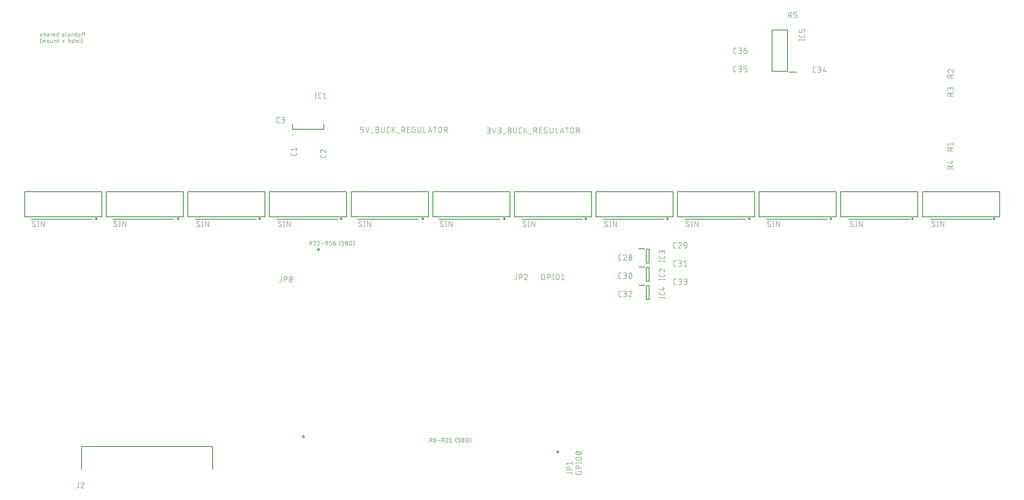
<source format=gbr>
G04 EAGLE Gerber RS-274X export*
G75*
%MOMM*%
%FSLAX34Y34*%
%LPD*%
%INSilkscreen Top*%
%IPPOS*%
%AMOC8*
5,1,8,0,0,1.08239X$1,22.5*%
G01*
%ADD10C,0.076200*%
%ADD11C,0.101600*%
%ADD12C,0.152400*%
%ADD13C,0.200000*%
%ADD14C,0.100000*%
%ADD15C,0.100000*%
%ADD16C,0.150000*%
%ADD17C,0.500000*%


D10*
X34022Y908784D02*
X31764Y909687D01*
X31702Y909714D01*
X31642Y909744D01*
X31583Y909778D01*
X31526Y909815D01*
X31472Y909856D01*
X31420Y909899D01*
X31371Y909946D01*
X31325Y909995D01*
X31281Y910047D01*
X31241Y910101D01*
X31203Y910158D01*
X31169Y910216D01*
X31139Y910277D01*
X31112Y910339D01*
X31089Y910402D01*
X31069Y910467D01*
X31053Y910533D01*
X31041Y910600D01*
X31033Y910667D01*
X31029Y910734D01*
X31028Y910802D01*
X31032Y910870D01*
X31039Y910937D01*
X31051Y911004D01*
X31066Y911070D01*
X31085Y911135D01*
X31108Y911198D01*
X31134Y911261D01*
X31164Y911321D01*
X31197Y911380D01*
X31234Y911437D01*
X31274Y911492D01*
X31317Y911544D01*
X31363Y911594D01*
X31412Y911641D01*
X31463Y911685D01*
X31517Y911726D01*
X31573Y911764D01*
X31631Y911798D01*
X31691Y911829D01*
X31753Y911857D01*
X31817Y911881D01*
X31881Y911901D01*
X31947Y911918D01*
X32013Y911930D01*
X32081Y911939D01*
X32148Y911944D01*
X32216Y911945D01*
X32215Y911944D02*
X32355Y911941D01*
X32494Y911933D01*
X32634Y911921D01*
X32773Y911906D01*
X32911Y911887D01*
X33049Y911864D01*
X33186Y911838D01*
X33323Y911807D01*
X33458Y911773D01*
X33593Y911736D01*
X33726Y911694D01*
X33858Y911649D01*
X33989Y911601D01*
X34119Y911549D01*
X34247Y911493D01*
X34022Y908784D02*
X34084Y908757D01*
X34144Y908727D01*
X34203Y908693D01*
X34260Y908656D01*
X34314Y908615D01*
X34366Y908572D01*
X34415Y908525D01*
X34461Y908476D01*
X34505Y908424D01*
X34545Y908370D01*
X34583Y908313D01*
X34617Y908255D01*
X34647Y908194D01*
X34674Y908132D01*
X34697Y908069D01*
X34717Y908004D01*
X34733Y907938D01*
X34745Y907871D01*
X34753Y907804D01*
X34757Y907737D01*
X34758Y907669D01*
X34754Y907601D01*
X34747Y907534D01*
X34735Y907467D01*
X34720Y907401D01*
X34701Y907336D01*
X34678Y907273D01*
X34652Y907210D01*
X34622Y907150D01*
X34589Y907091D01*
X34552Y907034D01*
X34512Y906979D01*
X34469Y906927D01*
X34423Y906877D01*
X34374Y906830D01*
X34323Y906786D01*
X34269Y906745D01*
X34213Y906707D01*
X34155Y906673D01*
X34095Y906642D01*
X34033Y906614D01*
X33969Y906590D01*
X33905Y906570D01*
X33839Y906553D01*
X33773Y906541D01*
X33705Y906532D01*
X33638Y906527D01*
X33570Y906526D01*
X33571Y906526D02*
X33390Y906531D01*
X33209Y906540D01*
X33028Y906553D01*
X32848Y906570D01*
X32668Y906592D01*
X32489Y906618D01*
X32310Y906649D01*
X32132Y906683D01*
X31955Y906722D01*
X31779Y906765D01*
X31605Y906812D01*
X31431Y906863D01*
X31258Y906918D01*
X31087Y906977D01*
X38288Y906526D02*
X38288Y914654D01*
X38288Y911945D02*
X40545Y911945D01*
X40618Y911943D01*
X40691Y911937D01*
X40764Y911927D01*
X40836Y911913D01*
X40907Y911896D01*
X40978Y911874D01*
X41047Y911849D01*
X41114Y911820D01*
X41180Y911787D01*
X41244Y911751D01*
X41305Y911712D01*
X41365Y911669D01*
X41422Y911623D01*
X41477Y911574D01*
X41529Y911522D01*
X41578Y911467D01*
X41624Y911410D01*
X41666Y911350D01*
X41706Y911289D01*
X41742Y911225D01*
X41775Y911159D01*
X41804Y911092D01*
X41829Y911023D01*
X41851Y910953D01*
X41868Y910881D01*
X41882Y910809D01*
X41892Y910737D01*
X41898Y910663D01*
X41900Y910590D01*
X41900Y906526D01*
X47026Y909687D02*
X49058Y909687D01*
X47026Y909686D02*
X46947Y909684D01*
X46869Y909678D01*
X46791Y909668D01*
X46713Y909655D01*
X46636Y909637D01*
X46560Y909616D01*
X46486Y909591D01*
X46412Y909562D01*
X46340Y909530D01*
X46270Y909494D01*
X46202Y909454D01*
X46136Y909411D01*
X46072Y909365D01*
X46010Y909316D01*
X45951Y909264D01*
X45895Y909209D01*
X45841Y909151D01*
X45791Y909091D01*
X45743Y909028D01*
X45699Y908963D01*
X45658Y908896D01*
X45620Y908827D01*
X45586Y908756D01*
X45555Y908683D01*
X45528Y908609D01*
X45505Y908534D01*
X45486Y908458D01*
X45470Y908380D01*
X45458Y908302D01*
X45450Y908224D01*
X45446Y908145D01*
X45446Y908067D01*
X45450Y907988D01*
X45458Y907910D01*
X45470Y907832D01*
X45486Y907754D01*
X45505Y907678D01*
X45528Y907603D01*
X45555Y907529D01*
X45586Y907456D01*
X45620Y907385D01*
X45658Y907316D01*
X45699Y907249D01*
X45743Y907184D01*
X45791Y907121D01*
X45841Y907061D01*
X45895Y907003D01*
X45951Y906948D01*
X46010Y906896D01*
X46072Y906847D01*
X46136Y906801D01*
X46202Y906758D01*
X46270Y906718D01*
X46340Y906682D01*
X46412Y906650D01*
X46486Y906621D01*
X46560Y906596D01*
X46636Y906575D01*
X46713Y906557D01*
X46791Y906544D01*
X46869Y906534D01*
X46947Y906528D01*
X47026Y906526D01*
X49058Y906526D01*
X49058Y910590D01*
X49059Y910590D02*
X49057Y910661D01*
X49052Y910732D01*
X49042Y910802D01*
X49029Y910872D01*
X49013Y910941D01*
X48993Y911009D01*
X48969Y911076D01*
X48942Y911141D01*
X48911Y911205D01*
X48877Y911268D01*
X48840Y911328D01*
X48800Y911386D01*
X48757Y911443D01*
X48711Y911497D01*
X48662Y911548D01*
X48611Y911597D01*
X48557Y911643D01*
X48500Y911686D01*
X48442Y911726D01*
X48381Y911763D01*
X48319Y911797D01*
X48255Y911828D01*
X48190Y911855D01*
X48123Y911879D01*
X48055Y911899D01*
X47986Y911915D01*
X47916Y911928D01*
X47846Y911938D01*
X47775Y911943D01*
X47704Y911945D01*
X45897Y911945D01*
X53004Y911945D02*
X53004Y906526D01*
X53004Y911945D02*
X55714Y911945D01*
X55714Y911042D01*
X59645Y906526D02*
X61902Y906526D01*
X59645Y906526D02*
X59574Y906528D01*
X59503Y906533D01*
X59433Y906543D01*
X59363Y906556D01*
X59294Y906572D01*
X59226Y906592D01*
X59159Y906616D01*
X59094Y906643D01*
X59030Y906674D01*
X58968Y906708D01*
X58907Y906745D01*
X58849Y906785D01*
X58792Y906828D01*
X58738Y906874D01*
X58687Y906923D01*
X58638Y906974D01*
X58592Y907028D01*
X58549Y907085D01*
X58509Y907143D01*
X58472Y907204D01*
X58438Y907266D01*
X58407Y907330D01*
X58380Y907395D01*
X58356Y907462D01*
X58336Y907530D01*
X58320Y907599D01*
X58307Y907669D01*
X58297Y907739D01*
X58292Y907810D01*
X58290Y907881D01*
X58290Y910138D01*
X58292Y910221D01*
X58298Y910305D01*
X58307Y910388D01*
X58321Y910470D01*
X58338Y910551D01*
X58359Y910632D01*
X58384Y910712D01*
X58412Y910790D01*
X58444Y910867D01*
X58479Y910943D01*
X58518Y911017D01*
X58561Y911089D01*
X58606Y911159D01*
X58655Y911226D01*
X58707Y911292D01*
X58761Y911355D01*
X58819Y911415D01*
X58879Y911473D01*
X58942Y911527D01*
X59008Y911579D01*
X59075Y911628D01*
X59145Y911673D01*
X59217Y911716D01*
X59291Y911755D01*
X59367Y911790D01*
X59444Y911822D01*
X59522Y911850D01*
X59602Y911875D01*
X59683Y911896D01*
X59764Y911913D01*
X59846Y911927D01*
X59929Y911936D01*
X60013Y911942D01*
X60096Y911944D01*
X60179Y911942D01*
X60263Y911936D01*
X60346Y911927D01*
X60428Y911913D01*
X60509Y911896D01*
X60590Y911875D01*
X60670Y911850D01*
X60748Y911822D01*
X60825Y911790D01*
X60901Y911755D01*
X60975Y911716D01*
X61047Y911673D01*
X61117Y911628D01*
X61184Y911579D01*
X61250Y911527D01*
X61313Y911473D01*
X61373Y911415D01*
X61431Y911355D01*
X61485Y911292D01*
X61537Y911226D01*
X61586Y911159D01*
X61631Y911089D01*
X61674Y911017D01*
X61713Y910943D01*
X61748Y910867D01*
X61780Y910790D01*
X61808Y910712D01*
X61833Y910632D01*
X61854Y910551D01*
X61871Y910470D01*
X61885Y910388D01*
X61894Y910305D01*
X61900Y910221D01*
X61902Y910138D01*
X61902Y909235D01*
X58290Y909235D01*
X68794Y906526D02*
X68794Y914654D01*
X68794Y906526D02*
X66536Y906526D01*
X66465Y906528D01*
X66394Y906533D01*
X66324Y906543D01*
X66254Y906556D01*
X66185Y906572D01*
X66117Y906592D01*
X66050Y906616D01*
X65985Y906643D01*
X65921Y906674D01*
X65859Y906708D01*
X65798Y906745D01*
X65740Y906785D01*
X65683Y906828D01*
X65629Y906874D01*
X65578Y906923D01*
X65529Y906974D01*
X65483Y907028D01*
X65440Y907085D01*
X65400Y907143D01*
X65363Y907204D01*
X65329Y907266D01*
X65298Y907330D01*
X65271Y907395D01*
X65247Y907462D01*
X65227Y907530D01*
X65211Y907599D01*
X65198Y907669D01*
X65188Y907739D01*
X65183Y907810D01*
X65181Y907881D01*
X65182Y907881D02*
X65182Y910590D01*
X65181Y910590D02*
X65183Y910661D01*
X65188Y910732D01*
X65198Y910802D01*
X65211Y910872D01*
X65227Y910941D01*
X65247Y911009D01*
X65271Y911076D01*
X65298Y911141D01*
X65329Y911205D01*
X65363Y911268D01*
X65400Y911328D01*
X65440Y911386D01*
X65483Y911443D01*
X65529Y911497D01*
X65578Y911548D01*
X65629Y911597D01*
X65683Y911643D01*
X65740Y911686D01*
X65798Y911726D01*
X65859Y911763D01*
X65921Y911797D01*
X65985Y911828D01*
X66050Y911855D01*
X66117Y911879D01*
X66185Y911899D01*
X66254Y911915D01*
X66324Y911928D01*
X66394Y911938D01*
X66465Y911943D01*
X66536Y911945D01*
X68794Y911945D01*
X77370Y909687D02*
X79627Y908784D01*
X77369Y909687D02*
X77307Y909714D01*
X77247Y909744D01*
X77188Y909778D01*
X77131Y909815D01*
X77077Y909856D01*
X77025Y909899D01*
X76976Y909946D01*
X76930Y909995D01*
X76886Y910047D01*
X76846Y910101D01*
X76808Y910158D01*
X76774Y910216D01*
X76744Y910277D01*
X76717Y910339D01*
X76694Y910402D01*
X76674Y910467D01*
X76658Y910533D01*
X76646Y910600D01*
X76638Y910667D01*
X76634Y910734D01*
X76633Y910802D01*
X76637Y910870D01*
X76644Y910937D01*
X76656Y911004D01*
X76671Y911070D01*
X76690Y911135D01*
X76713Y911198D01*
X76739Y911261D01*
X76769Y911321D01*
X76802Y911380D01*
X76839Y911437D01*
X76879Y911492D01*
X76922Y911544D01*
X76968Y911594D01*
X77017Y911641D01*
X77068Y911685D01*
X77122Y911726D01*
X77178Y911764D01*
X77236Y911798D01*
X77296Y911829D01*
X77358Y911857D01*
X77422Y911881D01*
X77486Y911901D01*
X77552Y911918D01*
X77618Y911930D01*
X77686Y911939D01*
X77753Y911944D01*
X77821Y911945D01*
X77821Y911944D02*
X77961Y911941D01*
X78100Y911933D01*
X78240Y911921D01*
X78379Y911906D01*
X78517Y911887D01*
X78655Y911864D01*
X78792Y911838D01*
X78929Y911807D01*
X79064Y911773D01*
X79199Y911736D01*
X79332Y911694D01*
X79464Y911649D01*
X79595Y911601D01*
X79725Y911549D01*
X79853Y911493D01*
X79628Y908784D02*
X79690Y908757D01*
X79750Y908727D01*
X79809Y908693D01*
X79866Y908656D01*
X79920Y908615D01*
X79972Y908572D01*
X80021Y908525D01*
X80067Y908476D01*
X80111Y908424D01*
X80151Y908370D01*
X80189Y908313D01*
X80223Y908255D01*
X80253Y908194D01*
X80280Y908132D01*
X80303Y908069D01*
X80323Y908004D01*
X80339Y907938D01*
X80351Y907871D01*
X80359Y907804D01*
X80363Y907737D01*
X80364Y907669D01*
X80360Y907601D01*
X80353Y907534D01*
X80341Y907467D01*
X80326Y907401D01*
X80307Y907336D01*
X80284Y907273D01*
X80258Y907210D01*
X80228Y907150D01*
X80195Y907091D01*
X80158Y907034D01*
X80118Y906979D01*
X80075Y906927D01*
X80029Y906877D01*
X79980Y906830D01*
X79929Y906786D01*
X79875Y906745D01*
X79819Y906707D01*
X79761Y906673D01*
X79701Y906642D01*
X79639Y906614D01*
X79575Y906590D01*
X79511Y906570D01*
X79445Y906553D01*
X79379Y906541D01*
X79311Y906532D01*
X79244Y906527D01*
X79176Y906526D01*
X78995Y906531D01*
X78814Y906540D01*
X78633Y906553D01*
X78453Y906570D01*
X78273Y906592D01*
X78094Y906618D01*
X77915Y906649D01*
X77737Y906683D01*
X77560Y906722D01*
X77384Y906765D01*
X77210Y906812D01*
X77036Y906863D01*
X76863Y906918D01*
X76692Y906977D01*
X82944Y911945D02*
X85654Y911945D01*
X83847Y914654D02*
X83847Y907881D01*
X83849Y907810D01*
X83854Y907739D01*
X83864Y907669D01*
X83877Y907599D01*
X83893Y907530D01*
X83913Y907462D01*
X83937Y907395D01*
X83964Y907330D01*
X83995Y907266D01*
X84029Y907204D01*
X84066Y907143D01*
X84106Y907085D01*
X84149Y907028D01*
X84195Y906974D01*
X84244Y906923D01*
X84295Y906874D01*
X84349Y906828D01*
X84406Y906785D01*
X84464Y906745D01*
X84525Y906708D01*
X84587Y906674D01*
X84651Y906643D01*
X84716Y906616D01*
X84783Y906592D01*
X84851Y906572D01*
X84920Y906556D01*
X84990Y906543D01*
X85060Y906533D01*
X85131Y906528D01*
X85202Y906526D01*
X85654Y906526D01*
X90231Y909687D02*
X92263Y909687D01*
X90231Y909686D02*
X90152Y909684D01*
X90074Y909678D01*
X89996Y909668D01*
X89918Y909655D01*
X89841Y909637D01*
X89765Y909616D01*
X89691Y909591D01*
X89617Y909562D01*
X89545Y909530D01*
X89475Y909494D01*
X89407Y909454D01*
X89341Y909411D01*
X89277Y909365D01*
X89215Y909316D01*
X89156Y909264D01*
X89100Y909209D01*
X89046Y909151D01*
X88996Y909091D01*
X88948Y909028D01*
X88904Y908963D01*
X88863Y908896D01*
X88825Y908827D01*
X88791Y908756D01*
X88760Y908683D01*
X88733Y908609D01*
X88710Y908534D01*
X88691Y908458D01*
X88675Y908380D01*
X88663Y908302D01*
X88655Y908224D01*
X88651Y908145D01*
X88651Y908067D01*
X88655Y907988D01*
X88663Y907910D01*
X88675Y907832D01*
X88691Y907754D01*
X88710Y907678D01*
X88733Y907603D01*
X88760Y907529D01*
X88791Y907456D01*
X88825Y907385D01*
X88863Y907316D01*
X88904Y907249D01*
X88948Y907184D01*
X88996Y907121D01*
X89046Y907061D01*
X89100Y907003D01*
X89156Y906948D01*
X89215Y906896D01*
X89277Y906847D01*
X89341Y906801D01*
X89407Y906758D01*
X89475Y906718D01*
X89545Y906682D01*
X89617Y906650D01*
X89691Y906621D01*
X89765Y906596D01*
X89841Y906575D01*
X89918Y906557D01*
X89996Y906544D01*
X90074Y906534D01*
X90152Y906528D01*
X90231Y906526D01*
X92263Y906526D01*
X92263Y910590D01*
X92264Y910590D02*
X92262Y910661D01*
X92257Y910732D01*
X92247Y910802D01*
X92234Y910872D01*
X92218Y910941D01*
X92198Y911009D01*
X92174Y911076D01*
X92147Y911141D01*
X92116Y911205D01*
X92082Y911268D01*
X92045Y911328D01*
X92005Y911386D01*
X91962Y911443D01*
X91916Y911497D01*
X91867Y911548D01*
X91816Y911597D01*
X91762Y911643D01*
X91705Y911686D01*
X91647Y911726D01*
X91586Y911763D01*
X91524Y911797D01*
X91460Y911828D01*
X91395Y911855D01*
X91328Y911879D01*
X91260Y911899D01*
X91191Y911915D01*
X91121Y911928D01*
X91051Y911938D01*
X90980Y911943D01*
X90909Y911945D01*
X89103Y911945D01*
X96161Y911945D02*
X96161Y906526D01*
X96161Y911945D02*
X98419Y911945D01*
X98492Y911943D01*
X98565Y911937D01*
X98638Y911927D01*
X98710Y911913D01*
X98781Y911896D01*
X98852Y911874D01*
X98921Y911849D01*
X98988Y911820D01*
X99054Y911787D01*
X99118Y911751D01*
X99179Y911712D01*
X99239Y911669D01*
X99296Y911623D01*
X99351Y911574D01*
X99403Y911522D01*
X99452Y911467D01*
X99498Y911410D01*
X99540Y911350D01*
X99580Y911289D01*
X99616Y911225D01*
X99649Y911159D01*
X99678Y911092D01*
X99703Y911023D01*
X99725Y910953D01*
X99742Y910881D01*
X99756Y910809D01*
X99766Y910737D01*
X99772Y910663D01*
X99774Y910590D01*
X99774Y906526D01*
X106932Y906526D02*
X106932Y914654D01*
X106932Y906526D02*
X104674Y906526D01*
X104603Y906528D01*
X104532Y906533D01*
X104462Y906543D01*
X104392Y906556D01*
X104323Y906572D01*
X104255Y906592D01*
X104188Y906616D01*
X104123Y906643D01*
X104059Y906674D01*
X103997Y906708D01*
X103936Y906745D01*
X103878Y906785D01*
X103821Y906828D01*
X103767Y906874D01*
X103716Y906923D01*
X103667Y906974D01*
X103621Y907028D01*
X103578Y907085D01*
X103538Y907143D01*
X103501Y907204D01*
X103467Y907266D01*
X103436Y907330D01*
X103409Y907395D01*
X103385Y907462D01*
X103365Y907530D01*
X103349Y907599D01*
X103336Y907669D01*
X103326Y907739D01*
X103321Y907810D01*
X103319Y907881D01*
X103319Y910590D01*
X103321Y910661D01*
X103326Y910732D01*
X103336Y910802D01*
X103349Y910872D01*
X103365Y910941D01*
X103385Y911009D01*
X103409Y911076D01*
X103436Y911141D01*
X103467Y911205D01*
X103501Y911268D01*
X103538Y911328D01*
X103578Y911386D01*
X103621Y911443D01*
X103667Y911497D01*
X103716Y911548D01*
X103767Y911597D01*
X103821Y911643D01*
X103878Y911686D01*
X103936Y911726D01*
X103997Y911763D01*
X104059Y911797D01*
X104123Y911828D01*
X104188Y911855D01*
X104255Y911879D01*
X104323Y911899D01*
X104392Y911915D01*
X104462Y911928D01*
X104532Y911938D01*
X104603Y911943D01*
X104674Y911945D01*
X106932Y911945D01*
X110563Y910138D02*
X110563Y908332D01*
X110563Y910138D02*
X110565Y910221D01*
X110571Y910305D01*
X110580Y910388D01*
X110594Y910470D01*
X110611Y910551D01*
X110632Y910632D01*
X110657Y910712D01*
X110685Y910790D01*
X110717Y910867D01*
X110752Y910943D01*
X110791Y911017D01*
X110834Y911089D01*
X110879Y911159D01*
X110928Y911226D01*
X110980Y911292D01*
X111034Y911355D01*
X111092Y911415D01*
X111152Y911473D01*
X111215Y911527D01*
X111281Y911579D01*
X111348Y911628D01*
X111418Y911673D01*
X111490Y911716D01*
X111564Y911755D01*
X111640Y911790D01*
X111717Y911822D01*
X111795Y911850D01*
X111875Y911875D01*
X111956Y911896D01*
X112037Y911913D01*
X112119Y911927D01*
X112202Y911936D01*
X112286Y911942D01*
X112369Y911944D01*
X112452Y911942D01*
X112536Y911936D01*
X112619Y911927D01*
X112701Y911913D01*
X112782Y911896D01*
X112863Y911875D01*
X112943Y911850D01*
X113021Y911822D01*
X113098Y911790D01*
X113174Y911755D01*
X113248Y911716D01*
X113320Y911673D01*
X113390Y911628D01*
X113457Y911579D01*
X113523Y911527D01*
X113586Y911473D01*
X113646Y911415D01*
X113704Y911355D01*
X113758Y911292D01*
X113810Y911226D01*
X113859Y911159D01*
X113904Y911089D01*
X113947Y911017D01*
X113986Y910943D01*
X114021Y910867D01*
X114053Y910790D01*
X114081Y910712D01*
X114106Y910632D01*
X114127Y910551D01*
X114144Y910470D01*
X114158Y910388D01*
X114167Y910305D01*
X114173Y910221D01*
X114175Y910138D01*
X114175Y908332D01*
X114173Y908249D01*
X114167Y908165D01*
X114158Y908082D01*
X114144Y908000D01*
X114127Y907919D01*
X114106Y907838D01*
X114081Y907758D01*
X114053Y907680D01*
X114021Y907603D01*
X113986Y907527D01*
X113947Y907453D01*
X113904Y907381D01*
X113859Y907311D01*
X113810Y907244D01*
X113758Y907178D01*
X113704Y907115D01*
X113646Y907055D01*
X113586Y906997D01*
X113523Y906943D01*
X113457Y906891D01*
X113390Y906842D01*
X113320Y906797D01*
X113248Y906754D01*
X113174Y906715D01*
X113098Y906680D01*
X113021Y906648D01*
X112943Y906620D01*
X112863Y906595D01*
X112782Y906574D01*
X112701Y906557D01*
X112619Y906543D01*
X112536Y906534D01*
X112452Y906528D01*
X112369Y906526D01*
X112286Y906528D01*
X112202Y906534D01*
X112119Y906543D01*
X112037Y906557D01*
X111956Y906574D01*
X111875Y906595D01*
X111795Y906620D01*
X111717Y906648D01*
X111640Y906680D01*
X111564Y906715D01*
X111490Y906754D01*
X111418Y906797D01*
X111348Y906842D01*
X111281Y906891D01*
X111215Y906943D01*
X111152Y906997D01*
X111092Y907055D01*
X111034Y907115D01*
X110980Y907178D01*
X110928Y907244D01*
X110879Y907311D01*
X110834Y907381D01*
X110791Y907453D01*
X110752Y907527D01*
X110717Y907603D01*
X110685Y907680D01*
X110657Y907758D01*
X110632Y907838D01*
X110611Y907919D01*
X110594Y908000D01*
X110580Y908082D01*
X110571Y908165D01*
X110565Y908249D01*
X110563Y908332D01*
X117932Y906526D02*
X117932Y913299D01*
X117934Y913372D01*
X117940Y913445D01*
X117950Y913518D01*
X117964Y913590D01*
X117981Y913661D01*
X118003Y913732D01*
X118028Y913801D01*
X118057Y913868D01*
X118090Y913934D01*
X118126Y913998D01*
X118165Y914059D01*
X118208Y914119D01*
X118254Y914176D01*
X118303Y914231D01*
X118355Y914283D01*
X118410Y914332D01*
X118467Y914378D01*
X118527Y914421D01*
X118588Y914460D01*
X118652Y914496D01*
X118718Y914529D01*
X118785Y914558D01*
X118854Y914583D01*
X118924Y914605D01*
X118996Y914622D01*
X119068Y914636D01*
X119140Y914646D01*
X119214Y914652D01*
X119287Y914654D01*
X119739Y914654D01*
X119739Y911945D02*
X117029Y911945D01*
X122466Y913299D02*
X122466Y906526D01*
X122466Y913299D02*
X122468Y913372D01*
X122474Y913445D01*
X122484Y913518D01*
X122498Y913590D01*
X122515Y913661D01*
X122537Y913732D01*
X122562Y913801D01*
X122591Y913868D01*
X122624Y913934D01*
X122660Y913998D01*
X122699Y914059D01*
X122742Y914119D01*
X122788Y914176D01*
X122837Y914231D01*
X122889Y914283D01*
X122944Y914332D01*
X123001Y914378D01*
X123061Y914421D01*
X123122Y914460D01*
X123186Y914496D01*
X123252Y914529D01*
X123319Y914558D01*
X123388Y914583D01*
X123458Y914605D01*
X123530Y914622D01*
X123602Y914636D01*
X123674Y914646D01*
X123748Y914652D01*
X123821Y914654D01*
X124272Y914654D01*
X124272Y911945D02*
X121563Y911945D01*
X32667Y902222D02*
X32550Y902078D01*
X32435Y901931D01*
X32325Y901782D01*
X32218Y901630D01*
X32114Y901475D01*
X32015Y901318D01*
X31919Y901159D01*
X31827Y900997D01*
X31739Y900833D01*
X31655Y900667D01*
X31575Y900499D01*
X31499Y900330D01*
X31427Y900158D01*
X31359Y899985D01*
X31295Y899810D01*
X31236Y899634D01*
X31181Y899456D01*
X31130Y899277D01*
X31084Y899097D01*
X31041Y898916D01*
X31004Y898734D01*
X30970Y898551D01*
X30941Y898367D01*
X30917Y898183D01*
X30897Y897998D01*
X30881Y897813D01*
X30870Y897627D01*
X30863Y897441D01*
X30861Y897255D01*
X30863Y897069D01*
X30870Y896883D01*
X30881Y896697D01*
X30897Y896512D01*
X30917Y896327D01*
X30941Y896143D01*
X30970Y895959D01*
X31004Y895776D01*
X31041Y895594D01*
X31084Y895413D01*
X31130Y895233D01*
X31181Y895054D01*
X31236Y894876D01*
X31295Y894700D01*
X31359Y894525D01*
X31427Y894352D01*
X31499Y894180D01*
X31575Y894011D01*
X31655Y893843D01*
X31739Y893677D01*
X31827Y893513D01*
X31919Y893351D01*
X32014Y893192D01*
X32114Y893035D01*
X32217Y892880D01*
X32325Y892728D01*
X32435Y892579D01*
X32549Y892432D01*
X32667Y892288D01*
X36234Y893191D02*
X36234Y898610D01*
X40298Y898610D01*
X40369Y898608D01*
X40440Y898603D01*
X40510Y898593D01*
X40580Y898580D01*
X40649Y898564D01*
X40717Y898544D01*
X40784Y898520D01*
X40849Y898493D01*
X40913Y898462D01*
X40976Y898428D01*
X41036Y898391D01*
X41094Y898351D01*
X41151Y898308D01*
X41205Y898262D01*
X41256Y898213D01*
X41305Y898162D01*
X41351Y898108D01*
X41394Y898051D01*
X41434Y897993D01*
X41471Y897933D01*
X41505Y897870D01*
X41536Y897806D01*
X41563Y897741D01*
X41587Y897674D01*
X41607Y897606D01*
X41623Y897537D01*
X41636Y897467D01*
X41646Y897397D01*
X41651Y897326D01*
X41653Y897255D01*
X41653Y893191D01*
X38944Y893191D02*
X38944Y898610D01*
X45405Y896803D02*
X45405Y894997D01*
X45405Y896803D02*
X45407Y896886D01*
X45413Y896970D01*
X45422Y897053D01*
X45436Y897135D01*
X45453Y897216D01*
X45474Y897297D01*
X45499Y897377D01*
X45527Y897455D01*
X45559Y897532D01*
X45594Y897608D01*
X45633Y897682D01*
X45676Y897754D01*
X45721Y897824D01*
X45770Y897891D01*
X45822Y897957D01*
X45876Y898020D01*
X45934Y898080D01*
X45994Y898138D01*
X46057Y898192D01*
X46123Y898244D01*
X46190Y898293D01*
X46260Y898338D01*
X46332Y898381D01*
X46406Y898420D01*
X46482Y898455D01*
X46559Y898487D01*
X46637Y898515D01*
X46717Y898540D01*
X46798Y898561D01*
X46879Y898578D01*
X46961Y898592D01*
X47044Y898601D01*
X47128Y898607D01*
X47211Y898609D01*
X47294Y898607D01*
X47378Y898601D01*
X47461Y898592D01*
X47543Y898578D01*
X47624Y898561D01*
X47705Y898540D01*
X47785Y898515D01*
X47863Y898487D01*
X47940Y898455D01*
X48016Y898420D01*
X48090Y898381D01*
X48162Y898338D01*
X48232Y898293D01*
X48299Y898244D01*
X48365Y898192D01*
X48428Y898138D01*
X48488Y898080D01*
X48546Y898020D01*
X48600Y897957D01*
X48652Y897891D01*
X48701Y897824D01*
X48746Y897754D01*
X48789Y897682D01*
X48828Y897608D01*
X48863Y897532D01*
X48895Y897455D01*
X48923Y897377D01*
X48948Y897297D01*
X48969Y897216D01*
X48986Y897135D01*
X49000Y897053D01*
X49009Y896970D01*
X49015Y896886D01*
X49017Y896803D01*
X49018Y896803D02*
X49018Y894997D01*
X49017Y894997D02*
X49015Y894914D01*
X49009Y894830D01*
X49000Y894747D01*
X48986Y894665D01*
X48969Y894584D01*
X48948Y894503D01*
X48923Y894423D01*
X48895Y894345D01*
X48863Y894268D01*
X48828Y894192D01*
X48789Y894118D01*
X48746Y894046D01*
X48701Y893976D01*
X48652Y893909D01*
X48600Y893843D01*
X48546Y893780D01*
X48488Y893720D01*
X48428Y893662D01*
X48365Y893608D01*
X48299Y893556D01*
X48232Y893507D01*
X48162Y893462D01*
X48090Y893419D01*
X48016Y893380D01*
X47940Y893345D01*
X47863Y893313D01*
X47785Y893285D01*
X47705Y893260D01*
X47624Y893239D01*
X47543Y893222D01*
X47461Y893208D01*
X47378Y893199D01*
X47294Y893193D01*
X47211Y893191D01*
X47128Y893193D01*
X47044Y893199D01*
X46961Y893208D01*
X46879Y893222D01*
X46798Y893239D01*
X46717Y893260D01*
X46637Y893285D01*
X46559Y893313D01*
X46482Y893345D01*
X46406Y893380D01*
X46332Y893419D01*
X46260Y893462D01*
X46190Y893507D01*
X46123Y893556D01*
X46057Y893608D01*
X45994Y893662D01*
X45934Y893720D01*
X45876Y893780D01*
X45822Y893843D01*
X45770Y893909D01*
X45721Y893976D01*
X45676Y894046D01*
X45633Y894118D01*
X45594Y894192D01*
X45559Y894268D01*
X45527Y894345D01*
X45499Y894423D01*
X45474Y894503D01*
X45453Y894584D01*
X45436Y894665D01*
X45422Y894747D01*
X45413Y894830D01*
X45407Y894914D01*
X45405Y894997D01*
X52606Y894546D02*
X52606Y898610D01*
X52606Y894546D02*
X52608Y894475D01*
X52613Y894404D01*
X52623Y894334D01*
X52636Y894264D01*
X52652Y894195D01*
X52672Y894127D01*
X52696Y894060D01*
X52723Y893995D01*
X52754Y893931D01*
X52788Y893869D01*
X52825Y893808D01*
X52865Y893750D01*
X52908Y893693D01*
X52954Y893639D01*
X53003Y893588D01*
X53054Y893539D01*
X53108Y893493D01*
X53165Y893450D01*
X53223Y893410D01*
X53284Y893373D01*
X53346Y893339D01*
X53410Y893308D01*
X53475Y893281D01*
X53542Y893257D01*
X53610Y893237D01*
X53679Y893221D01*
X53749Y893208D01*
X53819Y893198D01*
X53890Y893193D01*
X53961Y893191D01*
X56218Y893191D01*
X56218Y898610D01*
X60074Y898610D02*
X60074Y893191D01*
X60074Y898610D02*
X62331Y898610D01*
X62404Y898608D01*
X62477Y898602D01*
X62550Y898592D01*
X62622Y898578D01*
X62693Y898561D01*
X62764Y898539D01*
X62833Y898514D01*
X62900Y898485D01*
X62966Y898452D01*
X63030Y898416D01*
X63091Y898377D01*
X63151Y898334D01*
X63208Y898288D01*
X63263Y898239D01*
X63315Y898187D01*
X63364Y898132D01*
X63410Y898075D01*
X63452Y898015D01*
X63492Y897954D01*
X63528Y897890D01*
X63561Y897824D01*
X63590Y897757D01*
X63615Y897688D01*
X63637Y897618D01*
X63654Y897546D01*
X63668Y897474D01*
X63678Y897402D01*
X63684Y897328D01*
X63686Y897255D01*
X63686Y893191D01*
X66592Y898610D02*
X69301Y898610D01*
X67495Y901319D02*
X67495Y894546D01*
X67497Y894475D01*
X67502Y894404D01*
X67512Y894334D01*
X67525Y894264D01*
X67541Y894195D01*
X67561Y894127D01*
X67585Y894060D01*
X67612Y893995D01*
X67643Y893931D01*
X67677Y893869D01*
X67714Y893808D01*
X67754Y893750D01*
X67797Y893693D01*
X67843Y893639D01*
X67892Y893588D01*
X67943Y893539D01*
X67997Y893493D01*
X68054Y893450D01*
X68112Y893410D01*
X68173Y893373D01*
X68235Y893339D01*
X68299Y893308D01*
X68364Y893281D01*
X68431Y893257D01*
X68499Y893237D01*
X68568Y893221D01*
X68638Y893208D01*
X68708Y893198D01*
X68779Y893193D01*
X68850Y893191D01*
X69301Y893191D01*
X76773Y896352D02*
X82191Y896352D01*
X79482Y893643D02*
X79482Y899061D01*
X90210Y901319D02*
X90210Y893191D01*
X90210Y898610D02*
X92468Y898610D01*
X92541Y898608D01*
X92614Y898602D01*
X92687Y898592D01*
X92759Y898578D01*
X92830Y898561D01*
X92901Y898539D01*
X92970Y898514D01*
X93037Y898485D01*
X93103Y898452D01*
X93167Y898416D01*
X93228Y898377D01*
X93288Y898334D01*
X93345Y898288D01*
X93400Y898239D01*
X93452Y898187D01*
X93501Y898132D01*
X93547Y898075D01*
X93589Y898015D01*
X93629Y897954D01*
X93665Y897890D01*
X93698Y897824D01*
X93727Y897757D01*
X93752Y897688D01*
X93774Y897618D01*
X93791Y897546D01*
X93805Y897474D01*
X93815Y897402D01*
X93821Y897328D01*
X93823Y897255D01*
X93823Y893191D01*
X100981Y893191D02*
X100981Y901319D01*
X100981Y893191D02*
X98723Y893191D01*
X98652Y893193D01*
X98581Y893198D01*
X98511Y893208D01*
X98441Y893221D01*
X98372Y893237D01*
X98304Y893257D01*
X98237Y893281D01*
X98172Y893308D01*
X98108Y893339D01*
X98046Y893373D01*
X97985Y893410D01*
X97927Y893450D01*
X97870Y893493D01*
X97816Y893539D01*
X97765Y893588D01*
X97716Y893639D01*
X97670Y893693D01*
X97627Y893750D01*
X97587Y893808D01*
X97550Y893869D01*
X97516Y893931D01*
X97485Y893995D01*
X97458Y894060D01*
X97434Y894127D01*
X97414Y894195D01*
X97398Y894264D01*
X97385Y894334D01*
X97375Y894404D01*
X97370Y894475D01*
X97368Y894546D01*
X97369Y894546D02*
X97369Y897255D01*
X97368Y897255D02*
X97370Y897326D01*
X97375Y897397D01*
X97385Y897467D01*
X97398Y897537D01*
X97414Y897606D01*
X97434Y897674D01*
X97458Y897741D01*
X97485Y897806D01*
X97516Y897870D01*
X97550Y897933D01*
X97587Y897993D01*
X97627Y898051D01*
X97670Y898108D01*
X97716Y898162D01*
X97765Y898213D01*
X97816Y898262D01*
X97870Y898308D01*
X97927Y898351D01*
X97985Y898391D01*
X98046Y898428D01*
X98108Y898462D01*
X98172Y898493D01*
X98237Y898520D01*
X98304Y898544D01*
X98372Y898564D01*
X98441Y898580D01*
X98511Y898593D01*
X98581Y898603D01*
X98652Y898608D01*
X98723Y898610D01*
X100981Y898610D01*
X105043Y898610D02*
X105043Y893191D01*
X105043Y898610D02*
X109107Y898610D01*
X109178Y898608D01*
X109249Y898603D01*
X109319Y898593D01*
X109389Y898580D01*
X109458Y898564D01*
X109526Y898544D01*
X109593Y898520D01*
X109658Y898493D01*
X109722Y898462D01*
X109785Y898428D01*
X109845Y898391D01*
X109903Y898351D01*
X109960Y898308D01*
X110014Y898262D01*
X110065Y898213D01*
X110114Y898162D01*
X110160Y898108D01*
X110203Y898051D01*
X110243Y897993D01*
X110280Y897933D01*
X110314Y897870D01*
X110345Y897806D01*
X110372Y897741D01*
X110396Y897674D01*
X110416Y897606D01*
X110432Y897537D01*
X110445Y897467D01*
X110455Y897397D01*
X110460Y897326D01*
X110462Y897255D01*
X110461Y897255D02*
X110461Y893191D01*
X107752Y893191D02*
X107752Y898610D01*
X114153Y898610D02*
X114153Y893191D01*
X113927Y900867D02*
X113927Y901319D01*
X114378Y901319D01*
X114378Y900867D01*
X113927Y900867D01*
X119035Y897255D02*
X119033Y897069D01*
X119026Y896883D01*
X119015Y896697D01*
X118999Y896512D01*
X118979Y896327D01*
X118955Y896143D01*
X118926Y895959D01*
X118892Y895776D01*
X118855Y895594D01*
X118812Y895413D01*
X118766Y895233D01*
X118715Y895054D01*
X118660Y894876D01*
X118601Y894700D01*
X118537Y894525D01*
X118469Y894352D01*
X118397Y894180D01*
X118321Y894011D01*
X118241Y893843D01*
X118157Y893677D01*
X118069Y893513D01*
X117977Y893351D01*
X117882Y893192D01*
X117782Y893035D01*
X117679Y892880D01*
X117571Y892728D01*
X117461Y892579D01*
X117347Y892432D01*
X117229Y892288D01*
X119035Y897255D02*
X119033Y897441D01*
X119026Y897627D01*
X119015Y897813D01*
X118999Y897998D01*
X118979Y898183D01*
X118955Y898367D01*
X118926Y898551D01*
X118892Y898734D01*
X118855Y898916D01*
X118812Y899097D01*
X118766Y899277D01*
X118715Y899456D01*
X118660Y899634D01*
X118601Y899810D01*
X118537Y899985D01*
X118469Y900158D01*
X118397Y900330D01*
X118321Y900499D01*
X118241Y900667D01*
X118157Y900833D01*
X118069Y900997D01*
X117977Y901159D01*
X117881Y901318D01*
X117782Y901475D01*
X117678Y901630D01*
X117571Y901782D01*
X117461Y901931D01*
X117346Y902078D01*
X117229Y902222D01*
X593471Y478409D02*
X593471Y470281D01*
X593471Y478409D02*
X595729Y478409D01*
X595822Y478407D01*
X595915Y478401D01*
X596008Y478392D01*
X596101Y478378D01*
X596192Y478361D01*
X596283Y478340D01*
X596373Y478315D01*
X596462Y478287D01*
X596550Y478255D01*
X596636Y478219D01*
X596721Y478180D01*
X596804Y478137D01*
X596885Y478091D01*
X596964Y478041D01*
X597041Y477989D01*
X597116Y477933D01*
X597188Y477874D01*
X597258Y477812D01*
X597326Y477748D01*
X597390Y477680D01*
X597452Y477610D01*
X597511Y477538D01*
X597567Y477463D01*
X597619Y477386D01*
X597669Y477307D01*
X597715Y477226D01*
X597758Y477143D01*
X597797Y477058D01*
X597833Y476972D01*
X597865Y476884D01*
X597893Y476795D01*
X597918Y476705D01*
X597939Y476614D01*
X597956Y476523D01*
X597970Y476430D01*
X597979Y476337D01*
X597985Y476244D01*
X597987Y476151D01*
X597985Y476058D01*
X597979Y475965D01*
X597970Y475872D01*
X597956Y475779D01*
X597939Y475688D01*
X597918Y475597D01*
X597893Y475507D01*
X597865Y475418D01*
X597833Y475330D01*
X597797Y475244D01*
X597758Y475159D01*
X597715Y475076D01*
X597669Y474995D01*
X597619Y474916D01*
X597567Y474839D01*
X597511Y474764D01*
X597452Y474692D01*
X597390Y474622D01*
X597326Y474554D01*
X597258Y474490D01*
X597188Y474428D01*
X597116Y474369D01*
X597041Y474313D01*
X596964Y474261D01*
X596885Y474211D01*
X596804Y474165D01*
X596721Y474122D01*
X596636Y474083D01*
X596550Y474047D01*
X596462Y474015D01*
X596373Y473987D01*
X596283Y473962D01*
X596192Y473941D01*
X596101Y473924D01*
X596008Y473910D01*
X595915Y473901D01*
X595822Y473895D01*
X595729Y473893D01*
X593471Y473893D01*
X596180Y473893D02*
X597987Y470281D01*
X605934Y476377D02*
X605932Y476466D01*
X605926Y476554D01*
X605917Y476642D01*
X605903Y476730D01*
X605886Y476817D01*
X605865Y476903D01*
X605840Y476988D01*
X605811Y477072D01*
X605779Y477155D01*
X605744Y477236D01*
X605704Y477315D01*
X605662Y477393D01*
X605616Y477469D01*
X605567Y477543D01*
X605514Y477614D01*
X605459Y477683D01*
X605400Y477750D01*
X605339Y477814D01*
X605275Y477875D01*
X605208Y477934D01*
X605139Y477989D01*
X605068Y478042D01*
X604994Y478091D01*
X604918Y478137D01*
X604840Y478179D01*
X604761Y478219D01*
X604680Y478254D01*
X604597Y478286D01*
X604513Y478315D01*
X604428Y478340D01*
X604342Y478361D01*
X604255Y478378D01*
X604167Y478392D01*
X604079Y478401D01*
X603991Y478407D01*
X603902Y478409D01*
X603803Y478407D01*
X603703Y478401D01*
X603604Y478392D01*
X603506Y478379D01*
X603407Y478362D01*
X603310Y478341D01*
X603214Y478317D01*
X603118Y478289D01*
X603024Y478257D01*
X602931Y478222D01*
X602839Y478183D01*
X602749Y478141D01*
X602661Y478095D01*
X602574Y478046D01*
X602489Y477994D01*
X602407Y477938D01*
X602326Y477880D01*
X602248Y477818D01*
X602172Y477754D01*
X602099Y477687D01*
X602028Y477617D01*
X601961Y477544D01*
X601895Y477469D01*
X601833Y477391D01*
X601774Y477311D01*
X601718Y477229D01*
X601665Y477145D01*
X601615Y477058D01*
X601569Y476970D01*
X601526Y476881D01*
X601486Y476789D01*
X601450Y476696D01*
X601418Y476602D01*
X605257Y474796D02*
X605323Y474862D01*
X605386Y474930D01*
X605446Y475001D01*
X605503Y475075D01*
X605557Y475150D01*
X605607Y475228D01*
X605655Y475309D01*
X605698Y475391D01*
X605739Y475475D01*
X605775Y475560D01*
X605808Y475647D01*
X605838Y475735D01*
X605863Y475825D01*
X605885Y475915D01*
X605902Y476007D01*
X605916Y476099D01*
X605926Y476191D01*
X605932Y476284D01*
X605934Y476377D01*
X605257Y474797D02*
X601419Y470281D01*
X605934Y470281D01*
X613935Y476377D02*
X613933Y476466D01*
X613927Y476554D01*
X613918Y476642D01*
X613904Y476730D01*
X613887Y476817D01*
X613866Y476903D01*
X613841Y476988D01*
X613812Y477072D01*
X613780Y477155D01*
X613745Y477236D01*
X613705Y477315D01*
X613663Y477393D01*
X613617Y477469D01*
X613568Y477543D01*
X613515Y477614D01*
X613460Y477683D01*
X613401Y477750D01*
X613340Y477814D01*
X613276Y477875D01*
X613209Y477934D01*
X613140Y477989D01*
X613069Y478042D01*
X612995Y478091D01*
X612919Y478137D01*
X612841Y478179D01*
X612762Y478219D01*
X612681Y478254D01*
X612598Y478286D01*
X612514Y478315D01*
X612429Y478340D01*
X612343Y478361D01*
X612256Y478378D01*
X612168Y478392D01*
X612080Y478401D01*
X611992Y478407D01*
X611903Y478409D01*
X611804Y478407D01*
X611704Y478401D01*
X611605Y478392D01*
X611507Y478379D01*
X611408Y478362D01*
X611311Y478341D01*
X611215Y478317D01*
X611119Y478289D01*
X611025Y478257D01*
X610932Y478222D01*
X610840Y478183D01*
X610750Y478141D01*
X610662Y478095D01*
X610575Y478046D01*
X610490Y477994D01*
X610408Y477938D01*
X610327Y477880D01*
X610249Y477818D01*
X610173Y477754D01*
X610100Y477687D01*
X610029Y477617D01*
X609962Y477544D01*
X609896Y477469D01*
X609834Y477391D01*
X609775Y477311D01*
X609719Y477229D01*
X609666Y477145D01*
X609616Y477058D01*
X609570Y476970D01*
X609527Y476881D01*
X609487Y476789D01*
X609451Y476696D01*
X609419Y476602D01*
X613258Y474796D02*
X613324Y474862D01*
X613387Y474930D01*
X613447Y475001D01*
X613504Y475075D01*
X613558Y475150D01*
X613608Y475228D01*
X613656Y475309D01*
X613699Y475391D01*
X613740Y475475D01*
X613776Y475560D01*
X613809Y475647D01*
X613839Y475735D01*
X613864Y475825D01*
X613886Y475915D01*
X613903Y476007D01*
X613917Y476099D01*
X613927Y476191D01*
X613933Y476284D01*
X613935Y476377D01*
X613258Y474797D02*
X609420Y470281D01*
X613935Y470281D01*
X617502Y473442D02*
X622921Y473442D01*
X626808Y470281D02*
X626808Y478409D01*
X629066Y478409D01*
X629159Y478407D01*
X629252Y478401D01*
X629345Y478392D01*
X629438Y478378D01*
X629529Y478361D01*
X629620Y478340D01*
X629710Y478315D01*
X629799Y478287D01*
X629887Y478255D01*
X629973Y478219D01*
X630058Y478180D01*
X630141Y478137D01*
X630222Y478091D01*
X630301Y478041D01*
X630378Y477989D01*
X630453Y477933D01*
X630525Y477874D01*
X630595Y477812D01*
X630663Y477748D01*
X630727Y477680D01*
X630789Y477610D01*
X630848Y477538D01*
X630904Y477463D01*
X630956Y477386D01*
X631006Y477307D01*
X631052Y477226D01*
X631095Y477143D01*
X631134Y477058D01*
X631170Y476972D01*
X631202Y476884D01*
X631230Y476795D01*
X631255Y476705D01*
X631276Y476614D01*
X631293Y476523D01*
X631307Y476430D01*
X631316Y476337D01*
X631322Y476244D01*
X631324Y476151D01*
X631322Y476058D01*
X631316Y475965D01*
X631307Y475872D01*
X631293Y475779D01*
X631276Y475688D01*
X631255Y475597D01*
X631230Y475507D01*
X631202Y475418D01*
X631170Y475330D01*
X631134Y475244D01*
X631095Y475159D01*
X631052Y475076D01*
X631006Y474995D01*
X630956Y474916D01*
X630904Y474839D01*
X630848Y474764D01*
X630789Y474692D01*
X630727Y474622D01*
X630663Y474554D01*
X630595Y474490D01*
X630525Y474428D01*
X630453Y474369D01*
X630378Y474313D01*
X630301Y474261D01*
X630222Y474211D01*
X630141Y474165D01*
X630058Y474122D01*
X629973Y474083D01*
X629887Y474047D01*
X629799Y474015D01*
X629710Y473987D01*
X629620Y473962D01*
X629529Y473941D01*
X629438Y473924D01*
X629345Y473910D01*
X629252Y473901D01*
X629159Y473895D01*
X629066Y473893D01*
X626808Y473893D01*
X629518Y473893D02*
X631324Y470281D01*
X634756Y470281D02*
X637465Y470281D01*
X637548Y470283D01*
X637632Y470289D01*
X637715Y470298D01*
X637797Y470312D01*
X637878Y470329D01*
X637959Y470350D01*
X638039Y470375D01*
X638117Y470403D01*
X638194Y470435D01*
X638270Y470470D01*
X638344Y470509D01*
X638416Y470552D01*
X638486Y470597D01*
X638553Y470646D01*
X638619Y470698D01*
X638682Y470752D01*
X638742Y470810D01*
X638800Y470870D01*
X638854Y470933D01*
X638906Y470999D01*
X638955Y471066D01*
X639001Y471136D01*
X639043Y471208D01*
X639082Y471282D01*
X639117Y471358D01*
X639149Y471435D01*
X639177Y471513D01*
X639202Y471593D01*
X639223Y471674D01*
X639240Y471755D01*
X639254Y471838D01*
X639263Y471920D01*
X639269Y472004D01*
X639271Y472087D01*
X639272Y472087D02*
X639272Y472990D01*
X639271Y472990D02*
X639269Y473073D01*
X639263Y473157D01*
X639254Y473240D01*
X639240Y473322D01*
X639223Y473403D01*
X639202Y473484D01*
X639177Y473564D01*
X639149Y473642D01*
X639117Y473719D01*
X639082Y473795D01*
X639043Y473869D01*
X639000Y473941D01*
X638955Y474011D01*
X638906Y474078D01*
X638854Y474144D01*
X638800Y474207D01*
X638742Y474267D01*
X638682Y474325D01*
X638619Y474379D01*
X638553Y474431D01*
X638486Y474480D01*
X638416Y474525D01*
X638344Y474568D01*
X638270Y474607D01*
X638194Y474642D01*
X638117Y474674D01*
X638039Y474702D01*
X637959Y474727D01*
X637878Y474748D01*
X637797Y474765D01*
X637715Y474779D01*
X637632Y474788D01*
X637548Y474794D01*
X637465Y474796D01*
X637465Y474797D02*
X634756Y474797D01*
X634756Y478409D01*
X639272Y478409D01*
X642757Y474797D02*
X645466Y474797D01*
X645466Y474796D02*
X645549Y474794D01*
X645633Y474788D01*
X645716Y474779D01*
X645798Y474765D01*
X645879Y474748D01*
X645960Y474727D01*
X646040Y474702D01*
X646118Y474674D01*
X646195Y474642D01*
X646271Y474607D01*
X646345Y474568D01*
X646417Y474525D01*
X646487Y474480D01*
X646554Y474431D01*
X646620Y474379D01*
X646683Y474325D01*
X646743Y474267D01*
X646801Y474207D01*
X646855Y474144D01*
X646907Y474078D01*
X646956Y474011D01*
X647001Y473941D01*
X647044Y473869D01*
X647083Y473795D01*
X647118Y473719D01*
X647150Y473642D01*
X647178Y473564D01*
X647203Y473484D01*
X647224Y473403D01*
X647241Y473322D01*
X647255Y473240D01*
X647264Y473157D01*
X647270Y473073D01*
X647272Y472990D01*
X647272Y472539D01*
X647273Y472539D02*
X647271Y472446D01*
X647265Y472353D01*
X647256Y472260D01*
X647242Y472167D01*
X647225Y472076D01*
X647204Y471985D01*
X647179Y471895D01*
X647151Y471806D01*
X647119Y471718D01*
X647083Y471632D01*
X647044Y471547D01*
X647001Y471464D01*
X646955Y471383D01*
X646905Y471304D01*
X646853Y471227D01*
X646797Y471152D01*
X646738Y471080D01*
X646676Y471010D01*
X646612Y470942D01*
X646544Y470878D01*
X646474Y470816D01*
X646402Y470757D01*
X646327Y470701D01*
X646250Y470649D01*
X646171Y470599D01*
X646090Y470553D01*
X646007Y470510D01*
X645922Y470471D01*
X645836Y470435D01*
X645748Y470403D01*
X645659Y470375D01*
X645569Y470350D01*
X645478Y470329D01*
X645387Y470312D01*
X645294Y470298D01*
X645201Y470289D01*
X645108Y470283D01*
X645015Y470281D01*
X644922Y470283D01*
X644829Y470289D01*
X644736Y470298D01*
X644643Y470312D01*
X644552Y470329D01*
X644461Y470350D01*
X644371Y470375D01*
X644282Y470403D01*
X644194Y470435D01*
X644108Y470471D01*
X644023Y470510D01*
X643940Y470553D01*
X643859Y470599D01*
X643780Y470649D01*
X643703Y470701D01*
X643628Y470757D01*
X643556Y470816D01*
X643486Y470878D01*
X643418Y470942D01*
X643354Y471010D01*
X643292Y471080D01*
X643233Y471152D01*
X643177Y471227D01*
X643125Y471304D01*
X643075Y471383D01*
X643029Y471464D01*
X642986Y471547D01*
X642947Y471632D01*
X642911Y471718D01*
X642879Y471806D01*
X642851Y471895D01*
X642826Y471985D01*
X642805Y472076D01*
X642788Y472167D01*
X642774Y472260D01*
X642765Y472353D01*
X642759Y472446D01*
X642757Y472539D01*
X642757Y474797D01*
X642759Y474915D01*
X642765Y475033D01*
X642774Y475151D01*
X642788Y475268D01*
X642805Y475385D01*
X642826Y475502D01*
X642851Y475617D01*
X642880Y475732D01*
X642913Y475846D01*
X642949Y475958D01*
X642989Y476069D01*
X643032Y476179D01*
X643079Y476288D01*
X643129Y476395D01*
X643183Y476500D01*
X643241Y476603D01*
X643302Y476704D01*
X643366Y476804D01*
X643433Y476901D01*
X643503Y476996D01*
X643577Y477088D01*
X643653Y477179D01*
X643733Y477266D01*
X643815Y477351D01*
X643900Y477433D01*
X643987Y477513D01*
X644078Y477589D01*
X644170Y477663D01*
X644265Y477733D01*
X644362Y477800D01*
X644462Y477864D01*
X644563Y477925D01*
X644666Y477982D01*
X644771Y478036D01*
X644878Y478087D01*
X644987Y478134D01*
X645097Y478177D01*
X645208Y478217D01*
X645320Y478253D01*
X645434Y478286D01*
X645549Y478315D01*
X645664Y478340D01*
X645781Y478361D01*
X645898Y478378D01*
X646015Y478392D01*
X646133Y478401D01*
X646251Y478407D01*
X646369Y478409D01*
X655067Y474345D02*
X655069Y474531D01*
X655076Y474717D01*
X655087Y474903D01*
X655103Y475088D01*
X655123Y475273D01*
X655147Y475457D01*
X655176Y475641D01*
X655210Y475824D01*
X655247Y476006D01*
X655290Y476187D01*
X655336Y476367D01*
X655387Y476546D01*
X655442Y476724D01*
X655501Y476900D01*
X655565Y477075D01*
X655633Y477248D01*
X655705Y477420D01*
X655781Y477589D01*
X655861Y477757D01*
X655945Y477923D01*
X656033Y478087D01*
X656125Y478249D01*
X656221Y478408D01*
X656320Y478565D01*
X656424Y478720D01*
X656531Y478872D01*
X656641Y479021D01*
X656756Y479168D01*
X656873Y479312D01*
X655067Y474345D02*
X655069Y474159D01*
X655076Y473973D01*
X655087Y473787D01*
X655103Y473602D01*
X655123Y473417D01*
X655147Y473233D01*
X655176Y473049D01*
X655210Y472866D01*
X655247Y472684D01*
X655290Y472503D01*
X655336Y472323D01*
X655387Y472144D01*
X655442Y471966D01*
X655501Y471790D01*
X655565Y471615D01*
X655633Y471442D01*
X655705Y471270D01*
X655781Y471101D01*
X655861Y470933D01*
X655945Y470767D01*
X656033Y470603D01*
X656125Y470441D01*
X656220Y470282D01*
X656320Y470125D01*
X656423Y469970D01*
X656531Y469818D01*
X656641Y469669D01*
X656755Y469522D01*
X656873Y469378D01*
X660092Y470281D02*
X662802Y470281D01*
X662885Y470283D01*
X662969Y470289D01*
X663052Y470298D01*
X663134Y470312D01*
X663215Y470329D01*
X663296Y470350D01*
X663376Y470375D01*
X663454Y470403D01*
X663531Y470435D01*
X663607Y470470D01*
X663681Y470509D01*
X663753Y470552D01*
X663823Y470597D01*
X663890Y470646D01*
X663956Y470698D01*
X664019Y470752D01*
X664079Y470810D01*
X664137Y470870D01*
X664191Y470933D01*
X664243Y470999D01*
X664292Y471066D01*
X664338Y471136D01*
X664380Y471208D01*
X664419Y471282D01*
X664454Y471358D01*
X664486Y471435D01*
X664514Y471513D01*
X664539Y471593D01*
X664560Y471674D01*
X664577Y471755D01*
X664591Y471838D01*
X664600Y471920D01*
X664606Y472004D01*
X664608Y472087D01*
X664608Y472990D01*
X664606Y473073D01*
X664600Y473157D01*
X664591Y473240D01*
X664577Y473322D01*
X664560Y473403D01*
X664539Y473484D01*
X664514Y473564D01*
X664486Y473642D01*
X664454Y473719D01*
X664419Y473795D01*
X664380Y473869D01*
X664337Y473941D01*
X664292Y474011D01*
X664243Y474078D01*
X664191Y474144D01*
X664137Y474207D01*
X664079Y474267D01*
X664019Y474325D01*
X663956Y474379D01*
X663890Y474431D01*
X663823Y474480D01*
X663753Y474525D01*
X663681Y474568D01*
X663607Y474607D01*
X663531Y474642D01*
X663454Y474674D01*
X663376Y474702D01*
X663296Y474727D01*
X663215Y474748D01*
X663134Y474765D01*
X663052Y474779D01*
X662969Y474788D01*
X662885Y474794D01*
X662802Y474796D01*
X662802Y474797D02*
X660092Y474797D01*
X660092Y478409D01*
X664608Y478409D01*
X668770Y477280D02*
X668702Y477135D01*
X668637Y476989D01*
X668576Y476842D01*
X668518Y476693D01*
X668464Y476542D01*
X668413Y476391D01*
X668366Y476238D01*
X668323Y476084D01*
X668283Y475929D01*
X668247Y475773D01*
X668215Y475616D01*
X668186Y475459D01*
X668162Y475301D01*
X668141Y475143D01*
X668124Y474984D01*
X668110Y474824D01*
X668101Y474665D01*
X668095Y474505D01*
X668093Y474345D01*
X668770Y477280D02*
X668798Y477355D01*
X668829Y477428D01*
X668864Y477500D01*
X668902Y477570D01*
X668943Y477638D01*
X668988Y477704D01*
X669035Y477768D01*
X669086Y477830D01*
X669139Y477889D01*
X669196Y477945D01*
X669255Y477999D01*
X669316Y478050D01*
X669380Y478098D01*
X669446Y478143D01*
X669514Y478184D01*
X669584Y478222D01*
X669655Y478257D01*
X669729Y478289D01*
X669803Y478317D01*
X669879Y478341D01*
X669956Y478362D01*
X670034Y478379D01*
X670113Y478392D01*
X670192Y478401D01*
X670271Y478407D01*
X670351Y478409D01*
X670431Y478407D01*
X670510Y478401D01*
X670589Y478392D01*
X670668Y478379D01*
X670746Y478362D01*
X670823Y478341D01*
X670899Y478317D01*
X670973Y478289D01*
X671047Y478257D01*
X671118Y478222D01*
X671188Y478184D01*
X671256Y478143D01*
X671322Y478098D01*
X671386Y478050D01*
X671447Y477999D01*
X671506Y477945D01*
X671563Y477889D01*
X671616Y477830D01*
X671667Y477768D01*
X671714Y477704D01*
X671759Y477638D01*
X671800Y477570D01*
X671838Y477500D01*
X671873Y477428D01*
X671904Y477355D01*
X671932Y477280D01*
X672000Y477135D01*
X672065Y476989D01*
X672126Y476842D01*
X672184Y476693D01*
X672238Y476542D01*
X672289Y476391D01*
X672336Y476238D01*
X672379Y476084D01*
X672419Y475929D01*
X672455Y475773D01*
X672487Y475616D01*
X672516Y475459D01*
X672540Y475301D01*
X672561Y475143D01*
X672578Y474984D01*
X672592Y474824D01*
X672601Y474665D01*
X672607Y474505D01*
X672609Y474345D01*
X668094Y474345D02*
X668096Y474185D01*
X668102Y474025D01*
X668111Y473866D01*
X668125Y473706D01*
X668142Y473547D01*
X668163Y473389D01*
X668187Y473231D01*
X668216Y473074D01*
X668248Y472917D01*
X668284Y472761D01*
X668324Y472606D01*
X668367Y472452D01*
X668414Y472300D01*
X668465Y472148D01*
X668519Y471997D01*
X668577Y471848D01*
X668638Y471701D01*
X668703Y471555D01*
X668771Y471410D01*
X668770Y471410D02*
X668798Y471335D01*
X668829Y471262D01*
X668864Y471190D01*
X668902Y471120D01*
X668943Y471052D01*
X668988Y470986D01*
X669035Y470922D01*
X669086Y470860D01*
X669139Y470801D01*
X669196Y470745D01*
X669255Y470691D01*
X669316Y470640D01*
X669380Y470592D01*
X669446Y470547D01*
X669514Y470506D01*
X669584Y470468D01*
X669655Y470433D01*
X669729Y470401D01*
X669803Y470373D01*
X669879Y470349D01*
X669956Y470328D01*
X670034Y470311D01*
X670113Y470298D01*
X670192Y470289D01*
X670271Y470283D01*
X670351Y470281D01*
X671932Y471410D02*
X672000Y471555D01*
X672065Y471701D01*
X672126Y471848D01*
X672184Y471997D01*
X672238Y472148D01*
X672289Y472300D01*
X672336Y472452D01*
X672379Y472606D01*
X672419Y472761D01*
X672455Y472917D01*
X672487Y473074D01*
X672516Y473231D01*
X672540Y473389D01*
X672561Y473547D01*
X672578Y473706D01*
X672592Y473866D01*
X672601Y474025D01*
X672607Y474185D01*
X672609Y474345D01*
X671932Y471410D02*
X671904Y471335D01*
X671873Y471262D01*
X671838Y471190D01*
X671800Y471120D01*
X671759Y471052D01*
X671714Y470986D01*
X671667Y470922D01*
X671616Y470860D01*
X671563Y470801D01*
X671506Y470745D01*
X671447Y470691D01*
X671386Y470640D01*
X671322Y470592D01*
X671256Y470547D01*
X671188Y470506D01*
X671118Y470468D01*
X671047Y470433D01*
X670973Y470401D01*
X670899Y470373D01*
X670823Y470349D01*
X670746Y470328D01*
X670668Y470311D01*
X670589Y470298D01*
X670510Y470289D01*
X670431Y470283D01*
X670351Y470281D01*
X668545Y472087D02*
X672157Y476603D01*
X676176Y475700D02*
X676178Y475801D01*
X676184Y475902D01*
X676193Y476003D01*
X676206Y476104D01*
X676223Y476204D01*
X676244Y476303D01*
X676268Y476401D01*
X676296Y476498D01*
X676328Y476595D01*
X676363Y476690D01*
X676402Y476783D01*
X676444Y476875D01*
X676490Y476966D01*
X676539Y477055D01*
X676591Y477141D01*
X676647Y477226D01*
X676705Y477309D01*
X676767Y477389D01*
X676832Y477467D01*
X676899Y477543D01*
X676969Y477616D01*
X677042Y477686D01*
X677118Y477753D01*
X677196Y477818D01*
X677276Y477880D01*
X677359Y477938D01*
X677444Y477994D01*
X677531Y478046D01*
X677619Y478095D01*
X677710Y478141D01*
X677802Y478183D01*
X677895Y478222D01*
X677990Y478257D01*
X678087Y478289D01*
X678184Y478317D01*
X678282Y478341D01*
X678381Y478362D01*
X678481Y478379D01*
X678582Y478392D01*
X678683Y478401D01*
X678784Y478407D01*
X678885Y478409D01*
X676176Y475700D02*
X676176Y474797D01*
X676178Y474698D01*
X676184Y474600D01*
X676193Y474501D01*
X676206Y474403D01*
X676224Y474306D01*
X676244Y474210D01*
X676269Y474114D01*
X676297Y474019D01*
X676329Y473926D01*
X676364Y473834D01*
X676403Y473743D01*
X676446Y473654D01*
X676491Y473566D01*
X676541Y473480D01*
X676593Y473397D01*
X676649Y473315D01*
X676707Y473236D01*
X676769Y473159D01*
X676834Y473084D01*
X676901Y473012D01*
X676972Y472942D01*
X677045Y472876D01*
X677120Y472812D01*
X677198Y472751D01*
X677278Y472693D01*
X677360Y472639D01*
X677444Y472587D01*
X677531Y472539D01*
X677531Y470281D01*
X676176Y470281D01*
X681594Y475700D02*
X681592Y475801D01*
X681586Y475902D01*
X681577Y476003D01*
X681564Y476104D01*
X681547Y476204D01*
X681526Y476303D01*
X681502Y476401D01*
X681474Y476498D01*
X681442Y476595D01*
X681407Y476690D01*
X681368Y476783D01*
X681326Y476875D01*
X681280Y476966D01*
X681231Y477055D01*
X681179Y477141D01*
X681123Y477226D01*
X681065Y477309D01*
X681003Y477389D01*
X680938Y477467D01*
X680871Y477543D01*
X680801Y477616D01*
X680728Y477686D01*
X680652Y477753D01*
X680574Y477818D01*
X680494Y477880D01*
X680411Y477938D01*
X680326Y477994D01*
X680240Y478046D01*
X680151Y478095D01*
X680060Y478141D01*
X679968Y478183D01*
X679875Y478222D01*
X679780Y478257D01*
X679683Y478289D01*
X679586Y478317D01*
X679488Y478341D01*
X679389Y478362D01*
X679289Y478379D01*
X679188Y478392D01*
X679087Y478401D01*
X678986Y478407D01*
X678885Y478409D01*
X681595Y475700D02*
X681595Y474797D01*
X681593Y474698D01*
X681587Y474600D01*
X681578Y474501D01*
X681565Y474403D01*
X681547Y474306D01*
X681527Y474210D01*
X681502Y474114D01*
X681474Y474019D01*
X681442Y473926D01*
X681407Y473834D01*
X681368Y473743D01*
X681325Y473654D01*
X681280Y473566D01*
X681230Y473480D01*
X681178Y473397D01*
X681122Y473315D01*
X681064Y473236D01*
X681002Y473159D01*
X680937Y473084D01*
X680870Y473012D01*
X680799Y472942D01*
X680726Y472876D01*
X680651Y472812D01*
X680573Y472751D01*
X680493Y472693D01*
X680411Y472639D01*
X680327Y472587D01*
X680240Y472539D01*
X680240Y470281D01*
X681595Y470281D01*
X684895Y469378D02*
X685013Y469522D01*
X685127Y469669D01*
X685237Y469818D01*
X685345Y469970D01*
X685448Y470125D01*
X685548Y470282D01*
X685643Y470441D01*
X685735Y470603D01*
X685823Y470767D01*
X685907Y470933D01*
X685987Y471101D01*
X686063Y471270D01*
X686135Y471442D01*
X686203Y471615D01*
X686267Y471790D01*
X686326Y471966D01*
X686381Y472144D01*
X686432Y472323D01*
X686478Y472503D01*
X686521Y472684D01*
X686558Y472866D01*
X686592Y473049D01*
X686621Y473233D01*
X686645Y473417D01*
X686665Y473602D01*
X686681Y473787D01*
X686692Y473973D01*
X686699Y474159D01*
X686701Y474345D01*
X686702Y474345D02*
X686700Y474531D01*
X686693Y474717D01*
X686682Y474903D01*
X686666Y475088D01*
X686646Y475273D01*
X686622Y475457D01*
X686593Y475641D01*
X686559Y475824D01*
X686522Y476006D01*
X686479Y476187D01*
X686433Y476367D01*
X686382Y476546D01*
X686327Y476724D01*
X686268Y476900D01*
X686204Y477075D01*
X686136Y477248D01*
X686064Y477420D01*
X685988Y477589D01*
X685908Y477757D01*
X685824Y477923D01*
X685736Y478087D01*
X685644Y478249D01*
X685548Y478408D01*
X685449Y478565D01*
X685345Y478720D01*
X685238Y478872D01*
X685128Y479021D01*
X685013Y479168D01*
X684896Y479312D01*
X844030Y66929D02*
X844030Y58801D01*
X844030Y66929D02*
X846287Y66929D01*
X846380Y66927D01*
X846473Y66921D01*
X846566Y66912D01*
X846659Y66898D01*
X846750Y66881D01*
X846841Y66860D01*
X846931Y66835D01*
X847020Y66807D01*
X847108Y66775D01*
X847194Y66739D01*
X847279Y66700D01*
X847362Y66657D01*
X847443Y66611D01*
X847522Y66561D01*
X847599Y66509D01*
X847674Y66453D01*
X847746Y66394D01*
X847816Y66332D01*
X847884Y66268D01*
X847948Y66200D01*
X848010Y66130D01*
X848069Y66058D01*
X848125Y65983D01*
X848177Y65906D01*
X848227Y65827D01*
X848273Y65746D01*
X848316Y65663D01*
X848355Y65578D01*
X848391Y65492D01*
X848423Y65404D01*
X848451Y65315D01*
X848476Y65225D01*
X848497Y65134D01*
X848514Y65043D01*
X848528Y64950D01*
X848537Y64857D01*
X848543Y64764D01*
X848545Y64671D01*
X848543Y64578D01*
X848537Y64485D01*
X848528Y64392D01*
X848514Y64299D01*
X848497Y64208D01*
X848476Y64117D01*
X848451Y64027D01*
X848423Y63938D01*
X848391Y63850D01*
X848355Y63764D01*
X848316Y63679D01*
X848273Y63596D01*
X848227Y63515D01*
X848177Y63436D01*
X848125Y63359D01*
X848069Y63284D01*
X848010Y63212D01*
X847948Y63142D01*
X847884Y63074D01*
X847816Y63010D01*
X847746Y62948D01*
X847674Y62889D01*
X847599Y62833D01*
X847522Y62781D01*
X847443Y62731D01*
X847362Y62685D01*
X847279Y62642D01*
X847194Y62603D01*
X847108Y62567D01*
X847020Y62535D01*
X846931Y62507D01*
X846841Y62482D01*
X846750Y62461D01*
X846659Y62444D01*
X846566Y62430D01*
X846473Y62421D01*
X846380Y62415D01*
X846287Y62413D01*
X844030Y62413D01*
X846739Y62413D02*
X848545Y58801D01*
X851977Y63317D02*
X854687Y63317D01*
X854687Y63316D02*
X854770Y63314D01*
X854854Y63308D01*
X854937Y63299D01*
X855019Y63285D01*
X855100Y63268D01*
X855181Y63247D01*
X855261Y63222D01*
X855339Y63194D01*
X855416Y63162D01*
X855492Y63127D01*
X855566Y63088D01*
X855638Y63045D01*
X855708Y63000D01*
X855775Y62951D01*
X855841Y62899D01*
X855904Y62845D01*
X855964Y62787D01*
X856022Y62727D01*
X856076Y62664D01*
X856128Y62598D01*
X856177Y62531D01*
X856222Y62461D01*
X856265Y62389D01*
X856304Y62315D01*
X856339Y62239D01*
X856371Y62162D01*
X856399Y62084D01*
X856424Y62004D01*
X856445Y61923D01*
X856462Y61842D01*
X856476Y61760D01*
X856485Y61677D01*
X856491Y61593D01*
X856493Y61510D01*
X856493Y61059D01*
X856491Y60966D01*
X856485Y60873D01*
X856476Y60780D01*
X856462Y60687D01*
X856445Y60596D01*
X856424Y60505D01*
X856399Y60415D01*
X856371Y60326D01*
X856339Y60238D01*
X856303Y60152D01*
X856264Y60067D01*
X856221Y59984D01*
X856175Y59903D01*
X856125Y59824D01*
X856073Y59747D01*
X856017Y59672D01*
X855958Y59600D01*
X855896Y59530D01*
X855832Y59462D01*
X855764Y59398D01*
X855694Y59336D01*
X855622Y59277D01*
X855547Y59221D01*
X855470Y59169D01*
X855391Y59119D01*
X855310Y59073D01*
X855227Y59030D01*
X855142Y58991D01*
X855056Y58955D01*
X854968Y58923D01*
X854879Y58895D01*
X854789Y58870D01*
X854698Y58849D01*
X854607Y58832D01*
X854514Y58818D01*
X854421Y58809D01*
X854328Y58803D01*
X854235Y58801D01*
X854142Y58803D01*
X854049Y58809D01*
X853956Y58818D01*
X853863Y58832D01*
X853772Y58849D01*
X853681Y58870D01*
X853591Y58895D01*
X853502Y58923D01*
X853414Y58955D01*
X853328Y58991D01*
X853243Y59030D01*
X853160Y59073D01*
X853079Y59119D01*
X853000Y59169D01*
X852923Y59221D01*
X852848Y59277D01*
X852776Y59336D01*
X852706Y59398D01*
X852638Y59462D01*
X852574Y59530D01*
X852512Y59600D01*
X852453Y59672D01*
X852397Y59747D01*
X852345Y59824D01*
X852295Y59903D01*
X852249Y59984D01*
X852206Y60067D01*
X852167Y60152D01*
X852131Y60238D01*
X852099Y60326D01*
X852071Y60415D01*
X852046Y60505D01*
X852025Y60596D01*
X852008Y60687D01*
X851994Y60780D01*
X851985Y60873D01*
X851979Y60966D01*
X851977Y61059D01*
X851977Y63317D01*
X851978Y63317D02*
X851980Y63435D01*
X851986Y63553D01*
X851995Y63671D01*
X852009Y63788D01*
X852026Y63905D01*
X852047Y64022D01*
X852072Y64137D01*
X852101Y64252D01*
X852134Y64366D01*
X852170Y64478D01*
X852210Y64589D01*
X852253Y64699D01*
X852300Y64808D01*
X852350Y64915D01*
X852404Y65020D01*
X852462Y65123D01*
X852523Y65224D01*
X852587Y65324D01*
X852654Y65421D01*
X852724Y65516D01*
X852798Y65608D01*
X852874Y65699D01*
X852954Y65786D01*
X853036Y65871D01*
X853121Y65953D01*
X853208Y66033D01*
X853299Y66109D01*
X853391Y66183D01*
X853486Y66253D01*
X853583Y66320D01*
X853683Y66384D01*
X853784Y66445D01*
X853887Y66502D01*
X853992Y66556D01*
X854099Y66607D01*
X854208Y66654D01*
X854318Y66697D01*
X854429Y66737D01*
X854541Y66773D01*
X854655Y66806D01*
X854770Y66835D01*
X854885Y66860D01*
X855002Y66881D01*
X855119Y66898D01*
X855236Y66912D01*
X855354Y66921D01*
X855472Y66927D01*
X855590Y66929D01*
X860060Y61962D02*
X865479Y61962D01*
X869366Y58801D02*
X869366Y66929D01*
X871624Y66929D01*
X871717Y66927D01*
X871810Y66921D01*
X871903Y66912D01*
X871996Y66898D01*
X872087Y66881D01*
X872178Y66860D01*
X872268Y66835D01*
X872357Y66807D01*
X872445Y66775D01*
X872531Y66739D01*
X872616Y66700D01*
X872699Y66657D01*
X872780Y66611D01*
X872859Y66561D01*
X872936Y66509D01*
X873011Y66453D01*
X873083Y66394D01*
X873153Y66332D01*
X873221Y66268D01*
X873285Y66200D01*
X873347Y66130D01*
X873406Y66058D01*
X873462Y65983D01*
X873514Y65906D01*
X873564Y65827D01*
X873610Y65746D01*
X873653Y65663D01*
X873692Y65578D01*
X873728Y65492D01*
X873760Y65404D01*
X873788Y65315D01*
X873813Y65225D01*
X873834Y65134D01*
X873851Y65043D01*
X873865Y64950D01*
X873874Y64857D01*
X873880Y64764D01*
X873882Y64671D01*
X873880Y64578D01*
X873874Y64485D01*
X873865Y64392D01*
X873851Y64299D01*
X873834Y64208D01*
X873813Y64117D01*
X873788Y64027D01*
X873760Y63938D01*
X873728Y63850D01*
X873692Y63764D01*
X873653Y63679D01*
X873610Y63596D01*
X873564Y63515D01*
X873514Y63436D01*
X873462Y63359D01*
X873406Y63284D01*
X873347Y63212D01*
X873285Y63142D01*
X873221Y63074D01*
X873153Y63010D01*
X873083Y62948D01*
X873011Y62889D01*
X872936Y62833D01*
X872859Y62781D01*
X872780Y62731D01*
X872699Y62685D01*
X872616Y62642D01*
X872531Y62603D01*
X872445Y62567D01*
X872357Y62535D01*
X872268Y62507D01*
X872178Y62482D01*
X872087Y62461D01*
X871996Y62444D01*
X871903Y62430D01*
X871810Y62421D01*
X871717Y62415D01*
X871624Y62413D01*
X869366Y62413D01*
X872075Y62413D02*
X873882Y58801D01*
X881829Y64897D02*
X881827Y64986D01*
X881821Y65074D01*
X881812Y65162D01*
X881798Y65250D01*
X881781Y65337D01*
X881760Y65423D01*
X881735Y65508D01*
X881706Y65592D01*
X881674Y65675D01*
X881639Y65756D01*
X881599Y65835D01*
X881557Y65913D01*
X881511Y65989D01*
X881462Y66063D01*
X881409Y66134D01*
X881354Y66203D01*
X881295Y66270D01*
X881234Y66334D01*
X881170Y66395D01*
X881103Y66454D01*
X881034Y66509D01*
X880963Y66562D01*
X880889Y66611D01*
X880813Y66657D01*
X880735Y66699D01*
X880656Y66739D01*
X880575Y66774D01*
X880492Y66806D01*
X880408Y66835D01*
X880323Y66860D01*
X880237Y66881D01*
X880150Y66898D01*
X880062Y66912D01*
X879974Y66921D01*
X879886Y66927D01*
X879797Y66929D01*
X879698Y66927D01*
X879598Y66921D01*
X879499Y66912D01*
X879401Y66899D01*
X879302Y66882D01*
X879205Y66861D01*
X879109Y66837D01*
X879013Y66809D01*
X878919Y66777D01*
X878826Y66742D01*
X878734Y66703D01*
X878644Y66661D01*
X878556Y66615D01*
X878469Y66566D01*
X878384Y66514D01*
X878302Y66458D01*
X878221Y66400D01*
X878143Y66338D01*
X878067Y66274D01*
X877994Y66207D01*
X877923Y66137D01*
X877856Y66064D01*
X877790Y65989D01*
X877728Y65911D01*
X877669Y65831D01*
X877613Y65749D01*
X877560Y65665D01*
X877510Y65578D01*
X877464Y65490D01*
X877421Y65401D01*
X877381Y65309D01*
X877345Y65216D01*
X877313Y65122D01*
X881152Y63316D02*
X881218Y63382D01*
X881281Y63450D01*
X881341Y63521D01*
X881398Y63595D01*
X881452Y63670D01*
X881502Y63748D01*
X881550Y63829D01*
X881593Y63911D01*
X881634Y63995D01*
X881670Y64080D01*
X881703Y64167D01*
X881733Y64255D01*
X881758Y64345D01*
X881780Y64435D01*
X881797Y64527D01*
X881811Y64619D01*
X881821Y64711D01*
X881827Y64804D01*
X881829Y64897D01*
X881152Y63317D02*
X877314Y58801D01*
X881829Y58801D01*
X885315Y65123D02*
X887572Y66929D01*
X887572Y58801D01*
X885315Y58801D02*
X889830Y58801D01*
X897625Y62865D02*
X897627Y63051D01*
X897634Y63237D01*
X897645Y63423D01*
X897661Y63608D01*
X897681Y63793D01*
X897705Y63977D01*
X897734Y64161D01*
X897768Y64344D01*
X897805Y64526D01*
X897848Y64707D01*
X897894Y64887D01*
X897945Y65066D01*
X898000Y65244D01*
X898059Y65420D01*
X898123Y65595D01*
X898191Y65768D01*
X898263Y65940D01*
X898339Y66109D01*
X898419Y66277D01*
X898503Y66443D01*
X898591Y66607D01*
X898683Y66769D01*
X898779Y66928D01*
X898878Y67085D01*
X898982Y67240D01*
X899089Y67392D01*
X899199Y67541D01*
X899314Y67688D01*
X899431Y67832D01*
X897625Y62865D02*
X897627Y62679D01*
X897634Y62493D01*
X897645Y62307D01*
X897661Y62122D01*
X897681Y61937D01*
X897705Y61753D01*
X897734Y61569D01*
X897768Y61386D01*
X897805Y61204D01*
X897848Y61023D01*
X897894Y60843D01*
X897945Y60664D01*
X898000Y60486D01*
X898059Y60310D01*
X898123Y60135D01*
X898191Y59962D01*
X898263Y59790D01*
X898339Y59621D01*
X898419Y59453D01*
X898503Y59287D01*
X898591Y59123D01*
X898683Y58961D01*
X898778Y58802D01*
X898878Y58645D01*
X898981Y58490D01*
X899089Y58338D01*
X899199Y58189D01*
X899313Y58042D01*
X899431Y57898D01*
X902650Y58801D02*
X905359Y58801D01*
X905442Y58803D01*
X905526Y58809D01*
X905609Y58818D01*
X905691Y58832D01*
X905772Y58849D01*
X905853Y58870D01*
X905933Y58895D01*
X906011Y58923D01*
X906088Y58955D01*
X906164Y58990D01*
X906238Y59029D01*
X906310Y59072D01*
X906380Y59117D01*
X906447Y59166D01*
X906513Y59218D01*
X906576Y59272D01*
X906636Y59330D01*
X906694Y59390D01*
X906748Y59453D01*
X906800Y59519D01*
X906849Y59586D01*
X906895Y59656D01*
X906937Y59728D01*
X906976Y59802D01*
X907011Y59878D01*
X907043Y59955D01*
X907071Y60033D01*
X907096Y60113D01*
X907117Y60194D01*
X907134Y60275D01*
X907148Y60358D01*
X907157Y60440D01*
X907163Y60524D01*
X907165Y60607D01*
X907166Y60607D02*
X907166Y61510D01*
X907165Y61510D02*
X907163Y61593D01*
X907157Y61677D01*
X907148Y61760D01*
X907134Y61842D01*
X907117Y61923D01*
X907096Y62004D01*
X907071Y62084D01*
X907043Y62162D01*
X907011Y62239D01*
X906976Y62315D01*
X906937Y62389D01*
X906894Y62461D01*
X906849Y62531D01*
X906800Y62598D01*
X906748Y62664D01*
X906694Y62727D01*
X906636Y62787D01*
X906576Y62845D01*
X906513Y62899D01*
X906447Y62951D01*
X906380Y63000D01*
X906310Y63045D01*
X906238Y63088D01*
X906164Y63127D01*
X906088Y63162D01*
X906011Y63194D01*
X905933Y63222D01*
X905853Y63247D01*
X905772Y63268D01*
X905691Y63285D01*
X905609Y63299D01*
X905526Y63308D01*
X905442Y63314D01*
X905359Y63316D01*
X905359Y63317D02*
X902650Y63317D01*
X902650Y66929D01*
X907166Y66929D01*
X911328Y65800D02*
X911260Y65655D01*
X911195Y65509D01*
X911134Y65362D01*
X911076Y65213D01*
X911022Y65062D01*
X910971Y64911D01*
X910924Y64758D01*
X910881Y64604D01*
X910841Y64449D01*
X910805Y64293D01*
X910773Y64136D01*
X910744Y63979D01*
X910720Y63821D01*
X910699Y63663D01*
X910682Y63504D01*
X910668Y63344D01*
X910659Y63185D01*
X910653Y63025D01*
X910651Y62865D01*
X911328Y65800D02*
X911356Y65875D01*
X911387Y65948D01*
X911422Y66020D01*
X911460Y66090D01*
X911501Y66158D01*
X911546Y66224D01*
X911593Y66288D01*
X911644Y66350D01*
X911697Y66409D01*
X911754Y66465D01*
X911813Y66519D01*
X911874Y66570D01*
X911938Y66618D01*
X912004Y66663D01*
X912072Y66704D01*
X912142Y66742D01*
X912213Y66777D01*
X912287Y66809D01*
X912361Y66837D01*
X912437Y66861D01*
X912514Y66882D01*
X912592Y66899D01*
X912671Y66912D01*
X912750Y66921D01*
X912829Y66927D01*
X912909Y66929D01*
X912989Y66927D01*
X913068Y66921D01*
X913147Y66912D01*
X913226Y66899D01*
X913304Y66882D01*
X913381Y66861D01*
X913457Y66837D01*
X913531Y66809D01*
X913605Y66777D01*
X913676Y66742D01*
X913746Y66704D01*
X913814Y66663D01*
X913880Y66618D01*
X913944Y66570D01*
X914005Y66519D01*
X914064Y66465D01*
X914121Y66409D01*
X914174Y66350D01*
X914225Y66288D01*
X914272Y66224D01*
X914317Y66158D01*
X914358Y66090D01*
X914396Y66020D01*
X914431Y65948D01*
X914462Y65875D01*
X914490Y65800D01*
X914489Y65800D02*
X914557Y65655D01*
X914622Y65509D01*
X914683Y65362D01*
X914741Y65213D01*
X914795Y65062D01*
X914846Y64911D01*
X914893Y64758D01*
X914936Y64604D01*
X914976Y64449D01*
X915012Y64293D01*
X915044Y64136D01*
X915073Y63979D01*
X915097Y63821D01*
X915118Y63663D01*
X915135Y63504D01*
X915149Y63344D01*
X915158Y63185D01*
X915164Y63025D01*
X915166Y62865D01*
X910651Y62865D02*
X910653Y62705D01*
X910659Y62545D01*
X910668Y62386D01*
X910682Y62226D01*
X910699Y62067D01*
X910720Y61909D01*
X910744Y61751D01*
X910773Y61594D01*
X910805Y61437D01*
X910841Y61281D01*
X910881Y61126D01*
X910924Y60972D01*
X910971Y60820D01*
X911022Y60668D01*
X911076Y60517D01*
X911134Y60368D01*
X911195Y60221D01*
X911260Y60075D01*
X911328Y59930D01*
X911356Y59855D01*
X911387Y59782D01*
X911422Y59710D01*
X911460Y59640D01*
X911501Y59572D01*
X911546Y59506D01*
X911593Y59442D01*
X911644Y59380D01*
X911697Y59321D01*
X911754Y59265D01*
X911813Y59211D01*
X911874Y59160D01*
X911938Y59112D01*
X912004Y59067D01*
X912072Y59026D01*
X912142Y58988D01*
X912213Y58953D01*
X912287Y58921D01*
X912361Y58893D01*
X912437Y58869D01*
X912514Y58848D01*
X912592Y58831D01*
X912671Y58818D01*
X912750Y58809D01*
X912829Y58803D01*
X912909Y58801D01*
X914489Y59930D02*
X914557Y60075D01*
X914622Y60221D01*
X914683Y60368D01*
X914741Y60517D01*
X914795Y60668D01*
X914846Y60820D01*
X914893Y60972D01*
X914936Y61126D01*
X914976Y61281D01*
X915012Y61437D01*
X915044Y61594D01*
X915073Y61751D01*
X915097Y61909D01*
X915118Y62067D01*
X915135Y62226D01*
X915149Y62386D01*
X915158Y62545D01*
X915164Y62705D01*
X915166Y62865D01*
X914490Y59930D02*
X914462Y59855D01*
X914431Y59782D01*
X914396Y59710D01*
X914358Y59640D01*
X914317Y59572D01*
X914272Y59506D01*
X914225Y59442D01*
X914174Y59380D01*
X914121Y59321D01*
X914064Y59265D01*
X914005Y59211D01*
X913944Y59160D01*
X913880Y59112D01*
X913814Y59067D01*
X913746Y59026D01*
X913676Y58988D01*
X913605Y58953D01*
X913531Y58921D01*
X913457Y58893D01*
X913381Y58869D01*
X913304Y58848D01*
X913226Y58831D01*
X913147Y58818D01*
X913068Y58809D01*
X912989Y58803D01*
X912909Y58801D01*
X911102Y60607D02*
X914715Y65123D01*
X918734Y64220D02*
X918736Y64321D01*
X918742Y64422D01*
X918751Y64523D01*
X918764Y64624D01*
X918781Y64724D01*
X918802Y64823D01*
X918826Y64921D01*
X918854Y65018D01*
X918886Y65115D01*
X918921Y65210D01*
X918960Y65303D01*
X919002Y65395D01*
X919048Y65486D01*
X919097Y65575D01*
X919149Y65661D01*
X919205Y65746D01*
X919263Y65829D01*
X919325Y65909D01*
X919390Y65987D01*
X919457Y66063D01*
X919527Y66136D01*
X919600Y66206D01*
X919676Y66273D01*
X919754Y66338D01*
X919834Y66400D01*
X919917Y66458D01*
X920002Y66514D01*
X920089Y66566D01*
X920177Y66615D01*
X920268Y66661D01*
X920360Y66703D01*
X920453Y66742D01*
X920548Y66777D01*
X920645Y66809D01*
X920742Y66837D01*
X920840Y66861D01*
X920939Y66882D01*
X921039Y66899D01*
X921140Y66912D01*
X921241Y66921D01*
X921342Y66927D01*
X921443Y66929D01*
X918734Y64220D02*
X918734Y63317D01*
X918736Y63218D01*
X918742Y63120D01*
X918751Y63021D01*
X918764Y62923D01*
X918782Y62826D01*
X918802Y62730D01*
X918827Y62634D01*
X918855Y62539D01*
X918887Y62446D01*
X918922Y62354D01*
X918961Y62263D01*
X919004Y62174D01*
X919049Y62086D01*
X919099Y62000D01*
X919151Y61917D01*
X919207Y61835D01*
X919265Y61756D01*
X919327Y61679D01*
X919392Y61604D01*
X919459Y61532D01*
X919530Y61462D01*
X919603Y61396D01*
X919678Y61332D01*
X919756Y61271D01*
X919836Y61213D01*
X919918Y61159D01*
X920002Y61107D01*
X920089Y61059D01*
X920088Y61059D02*
X920088Y58801D01*
X918734Y58801D01*
X924152Y64220D02*
X924150Y64321D01*
X924144Y64422D01*
X924135Y64523D01*
X924122Y64624D01*
X924105Y64724D01*
X924084Y64823D01*
X924060Y64921D01*
X924032Y65018D01*
X924000Y65115D01*
X923965Y65210D01*
X923926Y65303D01*
X923884Y65395D01*
X923838Y65486D01*
X923789Y65575D01*
X923737Y65661D01*
X923681Y65746D01*
X923623Y65829D01*
X923561Y65909D01*
X923496Y65987D01*
X923429Y66063D01*
X923359Y66136D01*
X923286Y66206D01*
X923210Y66273D01*
X923132Y66338D01*
X923052Y66400D01*
X922969Y66458D01*
X922884Y66514D01*
X922798Y66566D01*
X922709Y66615D01*
X922618Y66661D01*
X922526Y66703D01*
X922433Y66742D01*
X922338Y66777D01*
X922241Y66809D01*
X922144Y66837D01*
X922046Y66861D01*
X921947Y66882D01*
X921847Y66899D01*
X921746Y66912D01*
X921645Y66921D01*
X921544Y66927D01*
X921443Y66929D01*
X924152Y64220D02*
X924152Y63317D01*
X924153Y63317D02*
X924151Y63218D01*
X924145Y63120D01*
X924136Y63021D01*
X924123Y62923D01*
X924105Y62826D01*
X924085Y62730D01*
X924060Y62634D01*
X924032Y62539D01*
X924000Y62446D01*
X923965Y62354D01*
X923926Y62263D01*
X923883Y62174D01*
X923838Y62086D01*
X923788Y62000D01*
X923736Y61917D01*
X923680Y61835D01*
X923622Y61756D01*
X923560Y61679D01*
X923495Y61604D01*
X923428Y61532D01*
X923357Y61462D01*
X923284Y61396D01*
X923209Y61332D01*
X923131Y61271D01*
X923051Y61213D01*
X922969Y61159D01*
X922885Y61107D01*
X922798Y61059D01*
X922798Y58801D01*
X924152Y58801D01*
X927453Y57898D02*
X927571Y58042D01*
X927685Y58189D01*
X927795Y58338D01*
X927903Y58490D01*
X928006Y58645D01*
X928106Y58802D01*
X928201Y58961D01*
X928293Y59123D01*
X928381Y59287D01*
X928465Y59453D01*
X928545Y59621D01*
X928621Y59790D01*
X928693Y59962D01*
X928761Y60135D01*
X928825Y60310D01*
X928884Y60486D01*
X928939Y60664D01*
X928990Y60843D01*
X929036Y61023D01*
X929079Y61204D01*
X929116Y61386D01*
X929150Y61569D01*
X929179Y61753D01*
X929203Y61937D01*
X929223Y62122D01*
X929239Y62307D01*
X929250Y62493D01*
X929257Y62679D01*
X929259Y62865D01*
X929257Y63051D01*
X929250Y63237D01*
X929239Y63423D01*
X929223Y63608D01*
X929203Y63793D01*
X929179Y63977D01*
X929150Y64161D01*
X929116Y64344D01*
X929079Y64526D01*
X929036Y64707D01*
X928990Y64887D01*
X928939Y65066D01*
X928884Y65244D01*
X928825Y65420D01*
X928761Y65595D01*
X928693Y65768D01*
X928621Y65940D01*
X928545Y66109D01*
X928465Y66277D01*
X928381Y66443D01*
X928293Y66607D01*
X928201Y66769D01*
X928105Y66928D01*
X928006Y67085D01*
X927902Y67240D01*
X927795Y67392D01*
X927685Y67541D01*
X927570Y67688D01*
X927453Y67832D01*
D11*
X20969Y511104D02*
X20967Y511005D01*
X20961Y510905D01*
X20952Y510806D01*
X20939Y510708D01*
X20922Y510610D01*
X20901Y510512D01*
X20876Y510416D01*
X20848Y510321D01*
X20816Y510227D01*
X20781Y510134D01*
X20742Y510042D01*
X20699Y509952D01*
X20654Y509864D01*
X20604Y509777D01*
X20552Y509693D01*
X20496Y509610D01*
X20438Y509530D01*
X20376Y509452D01*
X20311Y509377D01*
X20243Y509304D01*
X20173Y509234D01*
X20100Y509166D01*
X20025Y509101D01*
X19947Y509039D01*
X19867Y508981D01*
X19784Y508925D01*
X19700Y508873D01*
X19613Y508823D01*
X19525Y508778D01*
X19435Y508735D01*
X19343Y508696D01*
X19250Y508661D01*
X19156Y508629D01*
X19061Y508601D01*
X18965Y508576D01*
X18867Y508555D01*
X18769Y508538D01*
X18671Y508525D01*
X18572Y508516D01*
X18472Y508510D01*
X18373Y508508D01*
X18229Y508510D01*
X18084Y508516D01*
X17940Y508525D01*
X17797Y508538D01*
X17653Y508555D01*
X17510Y508576D01*
X17368Y508601D01*
X17227Y508629D01*
X17086Y508661D01*
X16946Y508697D01*
X16807Y508736D01*
X16669Y508779D01*
X16533Y508826D01*
X16397Y508876D01*
X16263Y508930D01*
X16131Y508987D01*
X16000Y509048D01*
X15871Y509112D01*
X15743Y509180D01*
X15617Y509250D01*
X15493Y509325D01*
X15372Y509402D01*
X15252Y509483D01*
X15134Y509566D01*
X15019Y509653D01*
X14906Y509743D01*
X14795Y509836D01*
X14687Y509931D01*
X14581Y510030D01*
X14478Y510131D01*
X14803Y517596D02*
X14805Y517695D01*
X14811Y517795D01*
X14820Y517894D01*
X14833Y517992D01*
X14850Y518090D01*
X14871Y518188D01*
X14896Y518284D01*
X14924Y518379D01*
X14956Y518473D01*
X14991Y518566D01*
X15030Y518658D01*
X15073Y518748D01*
X15118Y518836D01*
X15168Y518923D01*
X15220Y519007D01*
X15276Y519090D01*
X15334Y519170D01*
X15396Y519248D01*
X15461Y519323D01*
X15529Y519396D01*
X15599Y519466D01*
X15672Y519534D01*
X15747Y519599D01*
X15825Y519661D01*
X15905Y519719D01*
X15988Y519775D01*
X16072Y519827D01*
X16159Y519877D01*
X16247Y519922D01*
X16337Y519965D01*
X16429Y520004D01*
X16522Y520039D01*
X16616Y520071D01*
X16711Y520099D01*
X16808Y520124D01*
X16905Y520145D01*
X17003Y520162D01*
X17101Y520175D01*
X17200Y520184D01*
X17300Y520190D01*
X17399Y520192D01*
X17535Y520190D01*
X17671Y520184D01*
X17807Y520175D01*
X17943Y520162D01*
X18078Y520144D01*
X18212Y520124D01*
X18346Y520099D01*
X18480Y520071D01*
X18612Y520038D01*
X18743Y520003D01*
X18874Y519963D01*
X19003Y519920D01*
X19131Y519874D01*
X19257Y519823D01*
X19383Y519770D01*
X19506Y519712D01*
X19628Y519652D01*
X19748Y519588D01*
X19867Y519520D01*
X19983Y519450D01*
X20097Y519376D01*
X20210Y519299D01*
X20320Y519218D01*
X16101Y515324D02*
X16015Y515377D01*
X15931Y515434D01*
X15849Y515493D01*
X15769Y515556D01*
X15692Y515622D01*
X15617Y515690D01*
X15545Y515762D01*
X15476Y515836D01*
X15410Y515913D01*
X15347Y515992D01*
X15287Y516074D01*
X15230Y516158D01*
X15176Y516244D01*
X15126Y516332D01*
X15079Y516422D01*
X15035Y516513D01*
X14996Y516607D01*
X14959Y516701D01*
X14927Y516797D01*
X14898Y516895D01*
X14873Y516993D01*
X14852Y517092D01*
X14834Y517192D01*
X14821Y517292D01*
X14811Y517393D01*
X14805Y517495D01*
X14803Y517596D01*
X19671Y513376D02*
X19757Y513323D01*
X19841Y513266D01*
X19923Y513207D01*
X20003Y513144D01*
X20080Y513078D01*
X20155Y513010D01*
X20227Y512938D01*
X20296Y512864D01*
X20362Y512787D01*
X20425Y512708D01*
X20485Y512626D01*
X20542Y512542D01*
X20596Y512456D01*
X20646Y512368D01*
X20693Y512278D01*
X20737Y512187D01*
X20776Y512093D01*
X20813Y511999D01*
X20845Y511903D01*
X20874Y511805D01*
X20899Y511707D01*
X20920Y511608D01*
X20938Y511508D01*
X20951Y511408D01*
X20961Y511307D01*
X20967Y511205D01*
X20969Y511104D01*
X19671Y513376D02*
X16101Y515324D01*
X26487Y520192D02*
X26487Y508508D01*
X27785Y508508D02*
X25188Y508508D01*
X25188Y520192D02*
X27785Y520192D01*
X32766Y520192D02*
X32766Y508508D01*
X39257Y508508D02*
X32766Y520192D01*
X39257Y520192D02*
X39257Y508508D01*
D12*
X12700Y524510D02*
X139700Y524510D01*
D11*
X188553Y508508D02*
X188652Y508510D01*
X188752Y508516D01*
X188851Y508525D01*
X188949Y508538D01*
X189047Y508555D01*
X189145Y508576D01*
X189241Y508601D01*
X189336Y508629D01*
X189430Y508661D01*
X189523Y508696D01*
X189615Y508735D01*
X189705Y508778D01*
X189793Y508823D01*
X189880Y508873D01*
X189964Y508925D01*
X190047Y508981D01*
X190127Y509039D01*
X190205Y509101D01*
X190280Y509166D01*
X190353Y509234D01*
X190423Y509304D01*
X190491Y509377D01*
X190556Y509452D01*
X190618Y509530D01*
X190676Y509610D01*
X190732Y509693D01*
X190784Y509777D01*
X190834Y509864D01*
X190879Y509952D01*
X190922Y510042D01*
X190961Y510134D01*
X190996Y510227D01*
X191028Y510321D01*
X191056Y510416D01*
X191081Y510512D01*
X191102Y510610D01*
X191119Y510708D01*
X191132Y510806D01*
X191141Y510905D01*
X191147Y511005D01*
X191149Y511104D01*
X188553Y508508D02*
X188409Y508510D01*
X188264Y508516D01*
X188120Y508525D01*
X187977Y508538D01*
X187833Y508555D01*
X187690Y508576D01*
X187548Y508601D01*
X187407Y508629D01*
X187266Y508661D01*
X187126Y508697D01*
X186987Y508736D01*
X186849Y508779D01*
X186713Y508826D01*
X186577Y508876D01*
X186443Y508930D01*
X186311Y508987D01*
X186180Y509048D01*
X186051Y509112D01*
X185923Y509180D01*
X185797Y509250D01*
X185673Y509325D01*
X185552Y509402D01*
X185432Y509483D01*
X185314Y509566D01*
X185199Y509653D01*
X185086Y509743D01*
X184975Y509836D01*
X184867Y509931D01*
X184761Y510030D01*
X184658Y510131D01*
X184983Y517596D02*
X184985Y517695D01*
X184991Y517795D01*
X185000Y517894D01*
X185013Y517992D01*
X185030Y518090D01*
X185051Y518188D01*
X185076Y518284D01*
X185104Y518379D01*
X185136Y518473D01*
X185171Y518566D01*
X185210Y518658D01*
X185253Y518748D01*
X185298Y518836D01*
X185348Y518923D01*
X185400Y519007D01*
X185456Y519090D01*
X185514Y519170D01*
X185576Y519248D01*
X185641Y519323D01*
X185709Y519396D01*
X185779Y519466D01*
X185852Y519534D01*
X185927Y519599D01*
X186005Y519661D01*
X186085Y519719D01*
X186168Y519775D01*
X186252Y519827D01*
X186339Y519877D01*
X186427Y519922D01*
X186517Y519965D01*
X186609Y520004D01*
X186702Y520039D01*
X186796Y520071D01*
X186891Y520099D01*
X186988Y520124D01*
X187085Y520145D01*
X187183Y520162D01*
X187281Y520175D01*
X187380Y520184D01*
X187480Y520190D01*
X187579Y520192D01*
X187715Y520190D01*
X187851Y520184D01*
X187987Y520175D01*
X188123Y520162D01*
X188258Y520144D01*
X188392Y520124D01*
X188526Y520099D01*
X188660Y520071D01*
X188792Y520038D01*
X188923Y520003D01*
X189054Y519963D01*
X189183Y519920D01*
X189311Y519874D01*
X189437Y519823D01*
X189563Y519770D01*
X189686Y519712D01*
X189808Y519652D01*
X189928Y519588D01*
X190047Y519520D01*
X190163Y519450D01*
X190277Y519376D01*
X190390Y519299D01*
X190500Y519218D01*
X186281Y515324D02*
X186195Y515377D01*
X186111Y515434D01*
X186029Y515493D01*
X185949Y515556D01*
X185872Y515622D01*
X185797Y515690D01*
X185725Y515762D01*
X185656Y515836D01*
X185590Y515913D01*
X185527Y515992D01*
X185467Y516074D01*
X185410Y516158D01*
X185356Y516244D01*
X185306Y516332D01*
X185259Y516422D01*
X185215Y516513D01*
X185176Y516607D01*
X185139Y516701D01*
X185107Y516797D01*
X185078Y516895D01*
X185053Y516993D01*
X185032Y517092D01*
X185014Y517192D01*
X185001Y517292D01*
X184991Y517393D01*
X184985Y517495D01*
X184983Y517596D01*
X189851Y513376D02*
X189937Y513323D01*
X190021Y513266D01*
X190103Y513207D01*
X190183Y513144D01*
X190260Y513078D01*
X190335Y513010D01*
X190407Y512938D01*
X190476Y512864D01*
X190542Y512787D01*
X190605Y512708D01*
X190665Y512626D01*
X190722Y512542D01*
X190776Y512456D01*
X190826Y512368D01*
X190873Y512278D01*
X190917Y512187D01*
X190956Y512093D01*
X190993Y511999D01*
X191025Y511903D01*
X191054Y511805D01*
X191079Y511707D01*
X191100Y511608D01*
X191118Y511508D01*
X191131Y511408D01*
X191141Y511307D01*
X191147Y511205D01*
X191149Y511104D01*
X189851Y513376D02*
X186281Y515324D01*
X196667Y520192D02*
X196667Y508508D01*
X197965Y508508D02*
X195368Y508508D01*
X195368Y520192D02*
X197965Y520192D01*
X202946Y520192D02*
X202946Y508508D01*
X209437Y508508D02*
X202946Y520192D01*
X209437Y520192D02*
X209437Y508508D01*
D12*
X182880Y524510D02*
X309880Y524510D01*
D11*
X361273Y508508D02*
X361372Y508510D01*
X361472Y508516D01*
X361571Y508525D01*
X361669Y508538D01*
X361767Y508555D01*
X361865Y508576D01*
X361961Y508601D01*
X362056Y508629D01*
X362150Y508661D01*
X362243Y508696D01*
X362335Y508735D01*
X362425Y508778D01*
X362513Y508823D01*
X362600Y508873D01*
X362684Y508925D01*
X362767Y508981D01*
X362847Y509039D01*
X362925Y509101D01*
X363000Y509166D01*
X363073Y509234D01*
X363143Y509304D01*
X363211Y509377D01*
X363276Y509452D01*
X363338Y509530D01*
X363396Y509610D01*
X363452Y509693D01*
X363504Y509777D01*
X363554Y509864D01*
X363599Y509952D01*
X363642Y510042D01*
X363681Y510134D01*
X363716Y510227D01*
X363748Y510321D01*
X363776Y510416D01*
X363801Y510512D01*
X363822Y510610D01*
X363839Y510708D01*
X363852Y510806D01*
X363861Y510905D01*
X363867Y511005D01*
X363869Y511104D01*
X361273Y508508D02*
X361129Y508510D01*
X360984Y508516D01*
X360840Y508525D01*
X360697Y508538D01*
X360553Y508555D01*
X360410Y508576D01*
X360268Y508601D01*
X360127Y508629D01*
X359986Y508661D01*
X359846Y508697D01*
X359707Y508736D01*
X359569Y508779D01*
X359433Y508826D01*
X359297Y508876D01*
X359163Y508930D01*
X359031Y508987D01*
X358900Y509048D01*
X358771Y509112D01*
X358643Y509180D01*
X358517Y509250D01*
X358393Y509325D01*
X358272Y509402D01*
X358152Y509483D01*
X358034Y509566D01*
X357919Y509653D01*
X357806Y509743D01*
X357695Y509836D01*
X357587Y509931D01*
X357481Y510030D01*
X357378Y510131D01*
X357703Y517596D02*
X357705Y517695D01*
X357711Y517795D01*
X357720Y517894D01*
X357733Y517992D01*
X357750Y518090D01*
X357771Y518188D01*
X357796Y518284D01*
X357824Y518379D01*
X357856Y518473D01*
X357891Y518566D01*
X357930Y518658D01*
X357973Y518748D01*
X358018Y518836D01*
X358068Y518923D01*
X358120Y519007D01*
X358176Y519090D01*
X358234Y519170D01*
X358296Y519248D01*
X358361Y519323D01*
X358429Y519396D01*
X358499Y519466D01*
X358572Y519534D01*
X358647Y519599D01*
X358725Y519661D01*
X358805Y519719D01*
X358888Y519775D01*
X358972Y519827D01*
X359059Y519877D01*
X359147Y519922D01*
X359237Y519965D01*
X359329Y520004D01*
X359422Y520039D01*
X359516Y520071D01*
X359611Y520099D01*
X359708Y520124D01*
X359805Y520145D01*
X359903Y520162D01*
X360001Y520175D01*
X360100Y520184D01*
X360200Y520190D01*
X360299Y520192D01*
X360435Y520190D01*
X360571Y520184D01*
X360707Y520175D01*
X360843Y520162D01*
X360978Y520144D01*
X361112Y520124D01*
X361246Y520099D01*
X361380Y520071D01*
X361512Y520038D01*
X361643Y520003D01*
X361774Y519963D01*
X361903Y519920D01*
X362031Y519874D01*
X362157Y519823D01*
X362283Y519770D01*
X362406Y519712D01*
X362528Y519652D01*
X362648Y519588D01*
X362767Y519520D01*
X362883Y519450D01*
X362997Y519376D01*
X363110Y519299D01*
X363220Y519218D01*
X359001Y515324D02*
X358915Y515377D01*
X358831Y515434D01*
X358749Y515493D01*
X358669Y515556D01*
X358592Y515622D01*
X358517Y515690D01*
X358445Y515762D01*
X358376Y515836D01*
X358310Y515913D01*
X358247Y515992D01*
X358187Y516074D01*
X358130Y516158D01*
X358076Y516244D01*
X358026Y516332D01*
X357979Y516422D01*
X357935Y516513D01*
X357896Y516607D01*
X357859Y516701D01*
X357827Y516797D01*
X357798Y516895D01*
X357773Y516993D01*
X357752Y517092D01*
X357734Y517192D01*
X357721Y517292D01*
X357711Y517393D01*
X357705Y517495D01*
X357703Y517596D01*
X362571Y513376D02*
X362657Y513323D01*
X362741Y513266D01*
X362823Y513207D01*
X362903Y513144D01*
X362980Y513078D01*
X363055Y513010D01*
X363127Y512938D01*
X363196Y512864D01*
X363262Y512787D01*
X363325Y512708D01*
X363385Y512626D01*
X363442Y512542D01*
X363496Y512456D01*
X363546Y512368D01*
X363593Y512278D01*
X363637Y512187D01*
X363676Y512093D01*
X363713Y511999D01*
X363745Y511903D01*
X363774Y511805D01*
X363799Y511707D01*
X363820Y511608D01*
X363838Y511508D01*
X363851Y511408D01*
X363861Y511307D01*
X363867Y511205D01*
X363869Y511104D01*
X362571Y513376D02*
X359001Y515324D01*
X369387Y520192D02*
X369387Y508508D01*
X370685Y508508D02*
X368088Y508508D01*
X368088Y520192D02*
X370685Y520192D01*
X375666Y520192D02*
X375666Y508508D01*
X382157Y508508D02*
X375666Y520192D01*
X382157Y520192D02*
X382157Y508508D01*
D12*
X355600Y524510D02*
X482600Y524510D01*
D11*
X531453Y508508D02*
X531552Y508510D01*
X531652Y508516D01*
X531751Y508525D01*
X531849Y508538D01*
X531947Y508555D01*
X532045Y508576D01*
X532141Y508601D01*
X532236Y508629D01*
X532330Y508661D01*
X532423Y508696D01*
X532515Y508735D01*
X532605Y508778D01*
X532693Y508823D01*
X532780Y508873D01*
X532864Y508925D01*
X532947Y508981D01*
X533027Y509039D01*
X533105Y509101D01*
X533180Y509166D01*
X533253Y509234D01*
X533323Y509304D01*
X533391Y509377D01*
X533456Y509452D01*
X533518Y509530D01*
X533576Y509610D01*
X533632Y509693D01*
X533684Y509777D01*
X533734Y509864D01*
X533779Y509952D01*
X533822Y510042D01*
X533861Y510134D01*
X533896Y510227D01*
X533928Y510321D01*
X533956Y510416D01*
X533981Y510512D01*
X534002Y510610D01*
X534019Y510708D01*
X534032Y510806D01*
X534041Y510905D01*
X534047Y511005D01*
X534049Y511104D01*
X531453Y508508D02*
X531309Y508510D01*
X531164Y508516D01*
X531020Y508525D01*
X530877Y508538D01*
X530733Y508555D01*
X530590Y508576D01*
X530448Y508601D01*
X530307Y508629D01*
X530166Y508661D01*
X530026Y508697D01*
X529887Y508736D01*
X529749Y508779D01*
X529613Y508826D01*
X529477Y508876D01*
X529343Y508930D01*
X529211Y508987D01*
X529080Y509048D01*
X528951Y509112D01*
X528823Y509180D01*
X528697Y509250D01*
X528573Y509325D01*
X528452Y509402D01*
X528332Y509483D01*
X528214Y509566D01*
X528099Y509653D01*
X527986Y509743D01*
X527875Y509836D01*
X527767Y509931D01*
X527661Y510030D01*
X527558Y510131D01*
X527883Y517596D02*
X527885Y517695D01*
X527891Y517795D01*
X527900Y517894D01*
X527913Y517992D01*
X527930Y518090D01*
X527951Y518188D01*
X527976Y518284D01*
X528004Y518379D01*
X528036Y518473D01*
X528071Y518566D01*
X528110Y518658D01*
X528153Y518748D01*
X528198Y518836D01*
X528248Y518923D01*
X528300Y519007D01*
X528356Y519090D01*
X528414Y519170D01*
X528476Y519248D01*
X528541Y519323D01*
X528609Y519396D01*
X528679Y519466D01*
X528752Y519534D01*
X528827Y519599D01*
X528905Y519661D01*
X528985Y519719D01*
X529068Y519775D01*
X529152Y519827D01*
X529239Y519877D01*
X529327Y519922D01*
X529417Y519965D01*
X529509Y520004D01*
X529602Y520039D01*
X529696Y520071D01*
X529791Y520099D01*
X529888Y520124D01*
X529985Y520145D01*
X530083Y520162D01*
X530181Y520175D01*
X530280Y520184D01*
X530380Y520190D01*
X530479Y520192D01*
X530615Y520190D01*
X530751Y520184D01*
X530887Y520175D01*
X531023Y520162D01*
X531158Y520144D01*
X531292Y520124D01*
X531426Y520099D01*
X531560Y520071D01*
X531692Y520038D01*
X531823Y520003D01*
X531954Y519963D01*
X532083Y519920D01*
X532211Y519874D01*
X532337Y519823D01*
X532463Y519770D01*
X532586Y519712D01*
X532708Y519652D01*
X532828Y519588D01*
X532947Y519520D01*
X533063Y519450D01*
X533177Y519376D01*
X533290Y519299D01*
X533400Y519218D01*
X529181Y515324D02*
X529095Y515377D01*
X529011Y515434D01*
X528929Y515493D01*
X528849Y515556D01*
X528772Y515622D01*
X528697Y515690D01*
X528625Y515762D01*
X528556Y515836D01*
X528490Y515913D01*
X528427Y515992D01*
X528367Y516074D01*
X528310Y516158D01*
X528256Y516244D01*
X528206Y516332D01*
X528159Y516422D01*
X528115Y516513D01*
X528076Y516607D01*
X528039Y516701D01*
X528007Y516797D01*
X527978Y516895D01*
X527953Y516993D01*
X527932Y517092D01*
X527914Y517192D01*
X527901Y517292D01*
X527891Y517393D01*
X527885Y517495D01*
X527883Y517596D01*
X532751Y513376D02*
X532837Y513323D01*
X532921Y513266D01*
X533003Y513207D01*
X533083Y513144D01*
X533160Y513078D01*
X533235Y513010D01*
X533307Y512938D01*
X533376Y512864D01*
X533442Y512787D01*
X533505Y512708D01*
X533565Y512626D01*
X533622Y512542D01*
X533676Y512456D01*
X533726Y512368D01*
X533773Y512278D01*
X533817Y512187D01*
X533856Y512093D01*
X533893Y511999D01*
X533925Y511903D01*
X533954Y511805D01*
X533979Y511707D01*
X534000Y511608D01*
X534018Y511508D01*
X534031Y511408D01*
X534041Y511307D01*
X534047Y511205D01*
X534049Y511104D01*
X532751Y513376D02*
X529181Y515324D01*
X539567Y520192D02*
X539567Y508508D01*
X540865Y508508D02*
X538268Y508508D01*
X538268Y520192D02*
X540865Y520192D01*
X545846Y520192D02*
X545846Y508508D01*
X552337Y508508D02*
X545846Y520192D01*
X552337Y520192D02*
X552337Y508508D01*
D12*
X525780Y524510D02*
X652780Y524510D01*
D11*
X699093Y508508D02*
X699192Y508510D01*
X699292Y508516D01*
X699391Y508525D01*
X699489Y508538D01*
X699587Y508555D01*
X699685Y508576D01*
X699781Y508601D01*
X699876Y508629D01*
X699970Y508661D01*
X700063Y508696D01*
X700155Y508735D01*
X700245Y508778D01*
X700333Y508823D01*
X700420Y508873D01*
X700504Y508925D01*
X700587Y508981D01*
X700667Y509039D01*
X700745Y509101D01*
X700820Y509166D01*
X700893Y509234D01*
X700963Y509304D01*
X701031Y509377D01*
X701096Y509452D01*
X701158Y509530D01*
X701216Y509610D01*
X701272Y509693D01*
X701324Y509777D01*
X701374Y509864D01*
X701419Y509952D01*
X701462Y510042D01*
X701501Y510134D01*
X701536Y510227D01*
X701568Y510321D01*
X701596Y510416D01*
X701621Y510512D01*
X701642Y510610D01*
X701659Y510708D01*
X701672Y510806D01*
X701681Y510905D01*
X701687Y511005D01*
X701689Y511104D01*
X699093Y508508D02*
X698949Y508510D01*
X698804Y508516D01*
X698660Y508525D01*
X698517Y508538D01*
X698373Y508555D01*
X698230Y508576D01*
X698088Y508601D01*
X697947Y508629D01*
X697806Y508661D01*
X697666Y508697D01*
X697527Y508736D01*
X697389Y508779D01*
X697253Y508826D01*
X697117Y508876D01*
X696983Y508930D01*
X696851Y508987D01*
X696720Y509048D01*
X696591Y509112D01*
X696463Y509180D01*
X696337Y509250D01*
X696213Y509325D01*
X696092Y509402D01*
X695972Y509483D01*
X695854Y509566D01*
X695739Y509653D01*
X695626Y509743D01*
X695515Y509836D01*
X695407Y509931D01*
X695301Y510030D01*
X695198Y510131D01*
X695523Y517596D02*
X695525Y517695D01*
X695531Y517795D01*
X695540Y517894D01*
X695553Y517992D01*
X695570Y518090D01*
X695591Y518188D01*
X695616Y518284D01*
X695644Y518379D01*
X695676Y518473D01*
X695711Y518566D01*
X695750Y518658D01*
X695793Y518748D01*
X695838Y518836D01*
X695888Y518923D01*
X695940Y519007D01*
X695996Y519090D01*
X696054Y519170D01*
X696116Y519248D01*
X696181Y519323D01*
X696249Y519396D01*
X696319Y519466D01*
X696392Y519534D01*
X696467Y519599D01*
X696545Y519661D01*
X696625Y519719D01*
X696708Y519775D01*
X696792Y519827D01*
X696879Y519877D01*
X696967Y519922D01*
X697057Y519965D01*
X697149Y520004D01*
X697242Y520039D01*
X697336Y520071D01*
X697431Y520099D01*
X697528Y520124D01*
X697625Y520145D01*
X697723Y520162D01*
X697821Y520175D01*
X697920Y520184D01*
X698020Y520190D01*
X698119Y520192D01*
X698255Y520190D01*
X698391Y520184D01*
X698527Y520175D01*
X698663Y520162D01*
X698798Y520144D01*
X698932Y520124D01*
X699066Y520099D01*
X699200Y520071D01*
X699332Y520038D01*
X699463Y520003D01*
X699594Y519963D01*
X699723Y519920D01*
X699851Y519874D01*
X699977Y519823D01*
X700103Y519770D01*
X700226Y519712D01*
X700348Y519652D01*
X700468Y519588D01*
X700587Y519520D01*
X700703Y519450D01*
X700817Y519376D01*
X700930Y519299D01*
X701040Y519218D01*
X696821Y515324D02*
X696735Y515377D01*
X696651Y515434D01*
X696569Y515493D01*
X696489Y515556D01*
X696412Y515622D01*
X696337Y515690D01*
X696265Y515762D01*
X696196Y515836D01*
X696130Y515913D01*
X696067Y515992D01*
X696007Y516074D01*
X695950Y516158D01*
X695896Y516244D01*
X695846Y516332D01*
X695799Y516422D01*
X695755Y516513D01*
X695716Y516607D01*
X695679Y516701D01*
X695647Y516797D01*
X695618Y516895D01*
X695593Y516993D01*
X695572Y517092D01*
X695554Y517192D01*
X695541Y517292D01*
X695531Y517393D01*
X695525Y517495D01*
X695523Y517596D01*
X700391Y513376D02*
X700477Y513323D01*
X700561Y513266D01*
X700643Y513207D01*
X700723Y513144D01*
X700800Y513078D01*
X700875Y513010D01*
X700947Y512938D01*
X701016Y512864D01*
X701082Y512787D01*
X701145Y512708D01*
X701205Y512626D01*
X701262Y512542D01*
X701316Y512456D01*
X701366Y512368D01*
X701413Y512278D01*
X701457Y512187D01*
X701496Y512093D01*
X701533Y511999D01*
X701565Y511903D01*
X701594Y511805D01*
X701619Y511707D01*
X701640Y511608D01*
X701658Y511508D01*
X701671Y511408D01*
X701681Y511307D01*
X701687Y511205D01*
X701689Y511104D01*
X700391Y513376D02*
X696821Y515324D01*
X707207Y520192D02*
X707207Y508508D01*
X708505Y508508D02*
X705908Y508508D01*
X705908Y520192D02*
X708505Y520192D01*
X713486Y520192D02*
X713486Y508508D01*
X719977Y508508D02*
X713486Y520192D01*
X719977Y520192D02*
X719977Y508508D01*
D12*
X693420Y524510D02*
X820420Y524510D01*
D11*
X869273Y508508D02*
X869372Y508510D01*
X869472Y508516D01*
X869571Y508525D01*
X869669Y508538D01*
X869767Y508555D01*
X869865Y508576D01*
X869961Y508601D01*
X870056Y508629D01*
X870150Y508661D01*
X870243Y508696D01*
X870335Y508735D01*
X870425Y508778D01*
X870513Y508823D01*
X870600Y508873D01*
X870684Y508925D01*
X870767Y508981D01*
X870847Y509039D01*
X870925Y509101D01*
X871000Y509166D01*
X871073Y509234D01*
X871143Y509304D01*
X871211Y509377D01*
X871276Y509452D01*
X871338Y509530D01*
X871396Y509610D01*
X871452Y509693D01*
X871504Y509777D01*
X871554Y509864D01*
X871599Y509952D01*
X871642Y510042D01*
X871681Y510134D01*
X871716Y510227D01*
X871748Y510321D01*
X871776Y510416D01*
X871801Y510512D01*
X871822Y510610D01*
X871839Y510708D01*
X871852Y510806D01*
X871861Y510905D01*
X871867Y511005D01*
X871869Y511104D01*
X869273Y508508D02*
X869129Y508510D01*
X868984Y508516D01*
X868840Y508525D01*
X868697Y508538D01*
X868553Y508555D01*
X868410Y508576D01*
X868268Y508601D01*
X868127Y508629D01*
X867986Y508661D01*
X867846Y508697D01*
X867707Y508736D01*
X867569Y508779D01*
X867433Y508826D01*
X867297Y508876D01*
X867163Y508930D01*
X867031Y508987D01*
X866900Y509048D01*
X866771Y509112D01*
X866643Y509180D01*
X866517Y509250D01*
X866393Y509325D01*
X866272Y509402D01*
X866152Y509483D01*
X866034Y509566D01*
X865919Y509653D01*
X865806Y509743D01*
X865695Y509836D01*
X865587Y509931D01*
X865481Y510030D01*
X865378Y510131D01*
X865703Y517596D02*
X865705Y517695D01*
X865711Y517795D01*
X865720Y517894D01*
X865733Y517992D01*
X865750Y518090D01*
X865771Y518188D01*
X865796Y518284D01*
X865824Y518379D01*
X865856Y518473D01*
X865891Y518566D01*
X865930Y518658D01*
X865973Y518748D01*
X866018Y518836D01*
X866068Y518923D01*
X866120Y519007D01*
X866176Y519090D01*
X866234Y519170D01*
X866296Y519248D01*
X866361Y519323D01*
X866429Y519396D01*
X866499Y519466D01*
X866572Y519534D01*
X866647Y519599D01*
X866725Y519661D01*
X866805Y519719D01*
X866888Y519775D01*
X866972Y519827D01*
X867059Y519877D01*
X867147Y519922D01*
X867237Y519965D01*
X867329Y520004D01*
X867422Y520039D01*
X867516Y520071D01*
X867611Y520099D01*
X867708Y520124D01*
X867805Y520145D01*
X867903Y520162D01*
X868001Y520175D01*
X868100Y520184D01*
X868200Y520190D01*
X868299Y520192D01*
X868435Y520190D01*
X868571Y520184D01*
X868707Y520175D01*
X868843Y520162D01*
X868978Y520144D01*
X869112Y520124D01*
X869246Y520099D01*
X869380Y520071D01*
X869512Y520038D01*
X869643Y520003D01*
X869774Y519963D01*
X869903Y519920D01*
X870031Y519874D01*
X870157Y519823D01*
X870283Y519770D01*
X870406Y519712D01*
X870528Y519652D01*
X870648Y519588D01*
X870767Y519520D01*
X870883Y519450D01*
X870997Y519376D01*
X871110Y519299D01*
X871220Y519218D01*
X867001Y515324D02*
X866915Y515377D01*
X866831Y515434D01*
X866749Y515493D01*
X866669Y515556D01*
X866592Y515622D01*
X866517Y515690D01*
X866445Y515762D01*
X866376Y515836D01*
X866310Y515913D01*
X866247Y515992D01*
X866187Y516074D01*
X866130Y516158D01*
X866076Y516244D01*
X866026Y516332D01*
X865979Y516422D01*
X865935Y516513D01*
X865896Y516607D01*
X865859Y516701D01*
X865827Y516797D01*
X865798Y516895D01*
X865773Y516993D01*
X865752Y517092D01*
X865734Y517192D01*
X865721Y517292D01*
X865711Y517393D01*
X865705Y517495D01*
X865703Y517596D01*
X870571Y513376D02*
X870657Y513323D01*
X870741Y513266D01*
X870823Y513207D01*
X870903Y513144D01*
X870980Y513078D01*
X871055Y513010D01*
X871127Y512938D01*
X871196Y512864D01*
X871262Y512787D01*
X871325Y512708D01*
X871385Y512626D01*
X871442Y512542D01*
X871496Y512456D01*
X871546Y512368D01*
X871593Y512278D01*
X871637Y512187D01*
X871676Y512093D01*
X871713Y511999D01*
X871745Y511903D01*
X871774Y511805D01*
X871799Y511707D01*
X871820Y511608D01*
X871838Y511508D01*
X871851Y511408D01*
X871861Y511307D01*
X871867Y511205D01*
X871869Y511104D01*
X870571Y513376D02*
X867001Y515324D01*
X877387Y520192D02*
X877387Y508508D01*
X878685Y508508D02*
X876088Y508508D01*
X876088Y520192D02*
X878685Y520192D01*
X883666Y520192D02*
X883666Y508508D01*
X890157Y508508D02*
X883666Y520192D01*
X890157Y520192D02*
X890157Y508508D01*
D12*
X863600Y524510D02*
X990600Y524510D01*
D11*
X1041993Y508508D02*
X1042092Y508510D01*
X1042192Y508516D01*
X1042291Y508525D01*
X1042389Y508538D01*
X1042487Y508555D01*
X1042585Y508576D01*
X1042681Y508601D01*
X1042776Y508629D01*
X1042870Y508661D01*
X1042963Y508696D01*
X1043055Y508735D01*
X1043145Y508778D01*
X1043233Y508823D01*
X1043320Y508873D01*
X1043404Y508925D01*
X1043487Y508981D01*
X1043567Y509039D01*
X1043645Y509101D01*
X1043720Y509166D01*
X1043793Y509234D01*
X1043863Y509304D01*
X1043931Y509377D01*
X1043996Y509452D01*
X1044058Y509530D01*
X1044116Y509610D01*
X1044172Y509693D01*
X1044224Y509777D01*
X1044274Y509864D01*
X1044319Y509952D01*
X1044362Y510042D01*
X1044401Y510134D01*
X1044436Y510227D01*
X1044468Y510321D01*
X1044496Y510416D01*
X1044521Y510512D01*
X1044542Y510610D01*
X1044559Y510708D01*
X1044572Y510806D01*
X1044581Y510905D01*
X1044587Y511005D01*
X1044589Y511104D01*
X1041993Y508508D02*
X1041849Y508510D01*
X1041704Y508516D01*
X1041560Y508525D01*
X1041417Y508538D01*
X1041273Y508555D01*
X1041130Y508576D01*
X1040988Y508601D01*
X1040847Y508629D01*
X1040706Y508661D01*
X1040566Y508697D01*
X1040427Y508736D01*
X1040289Y508779D01*
X1040153Y508826D01*
X1040017Y508876D01*
X1039883Y508930D01*
X1039751Y508987D01*
X1039620Y509048D01*
X1039491Y509112D01*
X1039363Y509180D01*
X1039237Y509250D01*
X1039113Y509325D01*
X1038992Y509402D01*
X1038872Y509483D01*
X1038754Y509566D01*
X1038639Y509653D01*
X1038526Y509743D01*
X1038415Y509836D01*
X1038307Y509931D01*
X1038201Y510030D01*
X1038098Y510131D01*
X1038423Y517596D02*
X1038425Y517695D01*
X1038431Y517795D01*
X1038440Y517894D01*
X1038453Y517992D01*
X1038470Y518090D01*
X1038491Y518188D01*
X1038516Y518284D01*
X1038544Y518379D01*
X1038576Y518473D01*
X1038611Y518566D01*
X1038650Y518658D01*
X1038693Y518748D01*
X1038738Y518836D01*
X1038788Y518923D01*
X1038840Y519007D01*
X1038896Y519090D01*
X1038954Y519170D01*
X1039016Y519248D01*
X1039081Y519323D01*
X1039149Y519396D01*
X1039219Y519466D01*
X1039292Y519534D01*
X1039367Y519599D01*
X1039445Y519661D01*
X1039525Y519719D01*
X1039608Y519775D01*
X1039692Y519827D01*
X1039779Y519877D01*
X1039867Y519922D01*
X1039957Y519965D01*
X1040049Y520004D01*
X1040142Y520039D01*
X1040236Y520071D01*
X1040331Y520099D01*
X1040428Y520124D01*
X1040525Y520145D01*
X1040623Y520162D01*
X1040721Y520175D01*
X1040820Y520184D01*
X1040920Y520190D01*
X1041019Y520192D01*
X1041155Y520190D01*
X1041291Y520184D01*
X1041427Y520175D01*
X1041563Y520162D01*
X1041698Y520144D01*
X1041832Y520124D01*
X1041966Y520099D01*
X1042100Y520071D01*
X1042232Y520038D01*
X1042363Y520003D01*
X1042494Y519963D01*
X1042623Y519920D01*
X1042751Y519874D01*
X1042877Y519823D01*
X1043003Y519770D01*
X1043126Y519712D01*
X1043248Y519652D01*
X1043368Y519588D01*
X1043487Y519520D01*
X1043603Y519450D01*
X1043717Y519376D01*
X1043830Y519299D01*
X1043940Y519218D01*
X1039721Y515324D02*
X1039635Y515377D01*
X1039551Y515434D01*
X1039469Y515493D01*
X1039389Y515556D01*
X1039312Y515622D01*
X1039237Y515690D01*
X1039165Y515762D01*
X1039096Y515836D01*
X1039030Y515913D01*
X1038967Y515992D01*
X1038907Y516074D01*
X1038850Y516158D01*
X1038796Y516244D01*
X1038746Y516332D01*
X1038699Y516422D01*
X1038655Y516513D01*
X1038616Y516607D01*
X1038579Y516701D01*
X1038547Y516797D01*
X1038518Y516895D01*
X1038493Y516993D01*
X1038472Y517092D01*
X1038454Y517192D01*
X1038441Y517292D01*
X1038431Y517393D01*
X1038425Y517495D01*
X1038423Y517596D01*
X1043291Y513376D02*
X1043377Y513323D01*
X1043461Y513266D01*
X1043543Y513207D01*
X1043623Y513144D01*
X1043700Y513078D01*
X1043775Y513010D01*
X1043847Y512938D01*
X1043916Y512864D01*
X1043982Y512787D01*
X1044045Y512708D01*
X1044105Y512626D01*
X1044162Y512542D01*
X1044216Y512456D01*
X1044266Y512368D01*
X1044313Y512278D01*
X1044357Y512187D01*
X1044396Y512093D01*
X1044433Y511999D01*
X1044465Y511903D01*
X1044494Y511805D01*
X1044519Y511707D01*
X1044540Y511608D01*
X1044558Y511508D01*
X1044571Y511408D01*
X1044581Y511307D01*
X1044587Y511205D01*
X1044589Y511104D01*
X1043291Y513376D02*
X1039721Y515324D01*
X1050107Y520192D02*
X1050107Y508508D01*
X1051405Y508508D02*
X1048808Y508508D01*
X1048808Y520192D02*
X1051405Y520192D01*
X1056386Y520192D02*
X1056386Y508508D01*
X1062877Y508508D02*
X1056386Y520192D01*
X1062877Y520192D02*
X1062877Y508508D01*
D12*
X1036320Y524510D02*
X1163320Y524510D01*
D11*
X1212173Y508508D02*
X1212272Y508510D01*
X1212372Y508516D01*
X1212471Y508525D01*
X1212569Y508538D01*
X1212667Y508555D01*
X1212765Y508576D01*
X1212861Y508601D01*
X1212956Y508629D01*
X1213050Y508661D01*
X1213143Y508696D01*
X1213235Y508735D01*
X1213325Y508778D01*
X1213413Y508823D01*
X1213500Y508873D01*
X1213584Y508925D01*
X1213667Y508981D01*
X1213747Y509039D01*
X1213825Y509101D01*
X1213900Y509166D01*
X1213973Y509234D01*
X1214043Y509304D01*
X1214111Y509377D01*
X1214176Y509452D01*
X1214238Y509530D01*
X1214296Y509610D01*
X1214352Y509693D01*
X1214404Y509777D01*
X1214454Y509864D01*
X1214499Y509952D01*
X1214542Y510042D01*
X1214581Y510134D01*
X1214616Y510227D01*
X1214648Y510321D01*
X1214676Y510416D01*
X1214701Y510512D01*
X1214722Y510610D01*
X1214739Y510708D01*
X1214752Y510806D01*
X1214761Y510905D01*
X1214767Y511005D01*
X1214769Y511104D01*
X1212173Y508508D02*
X1212029Y508510D01*
X1211884Y508516D01*
X1211740Y508525D01*
X1211597Y508538D01*
X1211453Y508555D01*
X1211310Y508576D01*
X1211168Y508601D01*
X1211027Y508629D01*
X1210886Y508661D01*
X1210746Y508697D01*
X1210607Y508736D01*
X1210469Y508779D01*
X1210333Y508826D01*
X1210197Y508876D01*
X1210063Y508930D01*
X1209931Y508987D01*
X1209800Y509048D01*
X1209671Y509112D01*
X1209543Y509180D01*
X1209417Y509250D01*
X1209293Y509325D01*
X1209172Y509402D01*
X1209052Y509483D01*
X1208934Y509566D01*
X1208819Y509653D01*
X1208706Y509743D01*
X1208595Y509836D01*
X1208487Y509931D01*
X1208381Y510030D01*
X1208278Y510131D01*
X1208603Y517596D02*
X1208605Y517695D01*
X1208611Y517795D01*
X1208620Y517894D01*
X1208633Y517992D01*
X1208650Y518090D01*
X1208671Y518188D01*
X1208696Y518284D01*
X1208724Y518379D01*
X1208756Y518473D01*
X1208791Y518566D01*
X1208830Y518658D01*
X1208873Y518748D01*
X1208918Y518836D01*
X1208968Y518923D01*
X1209020Y519007D01*
X1209076Y519090D01*
X1209134Y519170D01*
X1209196Y519248D01*
X1209261Y519323D01*
X1209329Y519396D01*
X1209399Y519466D01*
X1209472Y519534D01*
X1209547Y519599D01*
X1209625Y519661D01*
X1209705Y519719D01*
X1209788Y519775D01*
X1209872Y519827D01*
X1209959Y519877D01*
X1210047Y519922D01*
X1210137Y519965D01*
X1210229Y520004D01*
X1210322Y520039D01*
X1210416Y520071D01*
X1210511Y520099D01*
X1210608Y520124D01*
X1210705Y520145D01*
X1210803Y520162D01*
X1210901Y520175D01*
X1211000Y520184D01*
X1211100Y520190D01*
X1211199Y520192D01*
X1211335Y520190D01*
X1211471Y520184D01*
X1211607Y520175D01*
X1211743Y520162D01*
X1211878Y520144D01*
X1212012Y520124D01*
X1212146Y520099D01*
X1212280Y520071D01*
X1212412Y520038D01*
X1212543Y520003D01*
X1212674Y519963D01*
X1212803Y519920D01*
X1212931Y519874D01*
X1213057Y519823D01*
X1213183Y519770D01*
X1213306Y519712D01*
X1213428Y519652D01*
X1213548Y519588D01*
X1213667Y519520D01*
X1213783Y519450D01*
X1213897Y519376D01*
X1214010Y519299D01*
X1214120Y519218D01*
X1209901Y515324D02*
X1209815Y515377D01*
X1209731Y515434D01*
X1209649Y515493D01*
X1209569Y515556D01*
X1209492Y515622D01*
X1209417Y515690D01*
X1209345Y515762D01*
X1209276Y515836D01*
X1209210Y515913D01*
X1209147Y515992D01*
X1209087Y516074D01*
X1209030Y516158D01*
X1208976Y516244D01*
X1208926Y516332D01*
X1208879Y516422D01*
X1208835Y516513D01*
X1208796Y516607D01*
X1208759Y516701D01*
X1208727Y516797D01*
X1208698Y516895D01*
X1208673Y516993D01*
X1208652Y517092D01*
X1208634Y517192D01*
X1208621Y517292D01*
X1208611Y517393D01*
X1208605Y517495D01*
X1208603Y517596D01*
X1213471Y513376D02*
X1213557Y513323D01*
X1213641Y513266D01*
X1213723Y513207D01*
X1213803Y513144D01*
X1213880Y513078D01*
X1213955Y513010D01*
X1214027Y512938D01*
X1214096Y512864D01*
X1214162Y512787D01*
X1214225Y512708D01*
X1214285Y512626D01*
X1214342Y512542D01*
X1214396Y512456D01*
X1214446Y512368D01*
X1214493Y512278D01*
X1214537Y512187D01*
X1214576Y512093D01*
X1214613Y511999D01*
X1214645Y511903D01*
X1214674Y511805D01*
X1214699Y511707D01*
X1214720Y511608D01*
X1214738Y511508D01*
X1214751Y511408D01*
X1214761Y511307D01*
X1214767Y511205D01*
X1214769Y511104D01*
X1213471Y513376D02*
X1209901Y515324D01*
X1220287Y520192D02*
X1220287Y508508D01*
X1221585Y508508D02*
X1218988Y508508D01*
X1218988Y520192D02*
X1221585Y520192D01*
X1226566Y520192D02*
X1226566Y508508D01*
X1233057Y508508D02*
X1226566Y520192D01*
X1233057Y520192D02*
X1233057Y508508D01*
D12*
X1206500Y524510D02*
X1333500Y524510D01*
D11*
X1382353Y508508D02*
X1382452Y508510D01*
X1382552Y508516D01*
X1382651Y508525D01*
X1382749Y508538D01*
X1382847Y508555D01*
X1382945Y508576D01*
X1383041Y508601D01*
X1383136Y508629D01*
X1383230Y508661D01*
X1383323Y508696D01*
X1383415Y508735D01*
X1383505Y508778D01*
X1383593Y508823D01*
X1383680Y508873D01*
X1383764Y508925D01*
X1383847Y508981D01*
X1383927Y509039D01*
X1384005Y509101D01*
X1384080Y509166D01*
X1384153Y509234D01*
X1384223Y509304D01*
X1384291Y509377D01*
X1384356Y509452D01*
X1384418Y509530D01*
X1384476Y509610D01*
X1384532Y509693D01*
X1384584Y509777D01*
X1384634Y509864D01*
X1384679Y509952D01*
X1384722Y510042D01*
X1384761Y510134D01*
X1384796Y510227D01*
X1384828Y510321D01*
X1384856Y510416D01*
X1384881Y510512D01*
X1384902Y510610D01*
X1384919Y510708D01*
X1384932Y510806D01*
X1384941Y510905D01*
X1384947Y511005D01*
X1384949Y511104D01*
X1382353Y508508D02*
X1382209Y508510D01*
X1382064Y508516D01*
X1381920Y508525D01*
X1381777Y508538D01*
X1381633Y508555D01*
X1381490Y508576D01*
X1381348Y508601D01*
X1381207Y508629D01*
X1381066Y508661D01*
X1380926Y508697D01*
X1380787Y508736D01*
X1380649Y508779D01*
X1380513Y508826D01*
X1380377Y508876D01*
X1380243Y508930D01*
X1380111Y508987D01*
X1379980Y509048D01*
X1379851Y509112D01*
X1379723Y509180D01*
X1379597Y509250D01*
X1379473Y509325D01*
X1379352Y509402D01*
X1379232Y509483D01*
X1379114Y509566D01*
X1378999Y509653D01*
X1378886Y509743D01*
X1378775Y509836D01*
X1378667Y509931D01*
X1378561Y510030D01*
X1378458Y510131D01*
X1378783Y517596D02*
X1378785Y517695D01*
X1378791Y517795D01*
X1378800Y517894D01*
X1378813Y517992D01*
X1378830Y518090D01*
X1378851Y518188D01*
X1378876Y518284D01*
X1378904Y518379D01*
X1378936Y518473D01*
X1378971Y518566D01*
X1379010Y518658D01*
X1379053Y518748D01*
X1379098Y518836D01*
X1379148Y518923D01*
X1379200Y519007D01*
X1379256Y519090D01*
X1379314Y519170D01*
X1379376Y519248D01*
X1379441Y519323D01*
X1379509Y519396D01*
X1379579Y519466D01*
X1379652Y519534D01*
X1379727Y519599D01*
X1379805Y519661D01*
X1379885Y519719D01*
X1379968Y519775D01*
X1380052Y519827D01*
X1380139Y519877D01*
X1380227Y519922D01*
X1380317Y519965D01*
X1380409Y520004D01*
X1380502Y520039D01*
X1380596Y520071D01*
X1380691Y520099D01*
X1380788Y520124D01*
X1380885Y520145D01*
X1380983Y520162D01*
X1381081Y520175D01*
X1381180Y520184D01*
X1381280Y520190D01*
X1381379Y520192D01*
X1381515Y520190D01*
X1381651Y520184D01*
X1381787Y520175D01*
X1381923Y520162D01*
X1382058Y520144D01*
X1382192Y520124D01*
X1382326Y520099D01*
X1382460Y520071D01*
X1382592Y520038D01*
X1382723Y520003D01*
X1382854Y519963D01*
X1382983Y519920D01*
X1383111Y519874D01*
X1383237Y519823D01*
X1383363Y519770D01*
X1383486Y519712D01*
X1383608Y519652D01*
X1383728Y519588D01*
X1383847Y519520D01*
X1383963Y519450D01*
X1384077Y519376D01*
X1384190Y519299D01*
X1384300Y519218D01*
X1380081Y515324D02*
X1379995Y515377D01*
X1379911Y515434D01*
X1379829Y515493D01*
X1379749Y515556D01*
X1379672Y515622D01*
X1379597Y515690D01*
X1379525Y515762D01*
X1379456Y515836D01*
X1379390Y515913D01*
X1379327Y515992D01*
X1379267Y516074D01*
X1379210Y516158D01*
X1379156Y516244D01*
X1379106Y516332D01*
X1379059Y516422D01*
X1379015Y516513D01*
X1378976Y516607D01*
X1378939Y516701D01*
X1378907Y516797D01*
X1378878Y516895D01*
X1378853Y516993D01*
X1378832Y517092D01*
X1378814Y517192D01*
X1378801Y517292D01*
X1378791Y517393D01*
X1378785Y517495D01*
X1378783Y517596D01*
X1383651Y513376D02*
X1383737Y513323D01*
X1383821Y513266D01*
X1383903Y513207D01*
X1383983Y513144D01*
X1384060Y513078D01*
X1384135Y513010D01*
X1384207Y512938D01*
X1384276Y512864D01*
X1384342Y512787D01*
X1384405Y512708D01*
X1384465Y512626D01*
X1384522Y512542D01*
X1384576Y512456D01*
X1384626Y512368D01*
X1384673Y512278D01*
X1384717Y512187D01*
X1384756Y512093D01*
X1384793Y511999D01*
X1384825Y511903D01*
X1384854Y511805D01*
X1384879Y511707D01*
X1384900Y511608D01*
X1384918Y511508D01*
X1384931Y511408D01*
X1384941Y511307D01*
X1384947Y511205D01*
X1384949Y511104D01*
X1383651Y513376D02*
X1380081Y515324D01*
X1390467Y520192D02*
X1390467Y508508D01*
X1391765Y508508D02*
X1389168Y508508D01*
X1389168Y520192D02*
X1391765Y520192D01*
X1396746Y520192D02*
X1396746Y508508D01*
X1403237Y508508D02*
X1396746Y520192D01*
X1403237Y520192D02*
X1403237Y508508D01*
D12*
X1376680Y524510D02*
X1503680Y524510D01*
D11*
X1552533Y508508D02*
X1552632Y508510D01*
X1552732Y508516D01*
X1552831Y508525D01*
X1552929Y508538D01*
X1553027Y508555D01*
X1553125Y508576D01*
X1553221Y508601D01*
X1553316Y508629D01*
X1553410Y508661D01*
X1553503Y508696D01*
X1553595Y508735D01*
X1553685Y508778D01*
X1553773Y508823D01*
X1553860Y508873D01*
X1553944Y508925D01*
X1554027Y508981D01*
X1554107Y509039D01*
X1554185Y509101D01*
X1554260Y509166D01*
X1554333Y509234D01*
X1554403Y509304D01*
X1554471Y509377D01*
X1554536Y509452D01*
X1554598Y509530D01*
X1554656Y509610D01*
X1554712Y509693D01*
X1554764Y509777D01*
X1554814Y509864D01*
X1554859Y509952D01*
X1554902Y510042D01*
X1554941Y510134D01*
X1554976Y510227D01*
X1555008Y510321D01*
X1555036Y510416D01*
X1555061Y510512D01*
X1555082Y510610D01*
X1555099Y510708D01*
X1555112Y510806D01*
X1555121Y510905D01*
X1555127Y511005D01*
X1555129Y511104D01*
X1552533Y508508D02*
X1552389Y508510D01*
X1552244Y508516D01*
X1552100Y508525D01*
X1551957Y508538D01*
X1551813Y508555D01*
X1551670Y508576D01*
X1551528Y508601D01*
X1551387Y508629D01*
X1551246Y508661D01*
X1551106Y508697D01*
X1550967Y508736D01*
X1550829Y508779D01*
X1550693Y508826D01*
X1550557Y508876D01*
X1550423Y508930D01*
X1550291Y508987D01*
X1550160Y509048D01*
X1550031Y509112D01*
X1549903Y509180D01*
X1549777Y509250D01*
X1549653Y509325D01*
X1549532Y509402D01*
X1549412Y509483D01*
X1549294Y509566D01*
X1549179Y509653D01*
X1549066Y509743D01*
X1548955Y509836D01*
X1548847Y509931D01*
X1548741Y510030D01*
X1548638Y510131D01*
X1548963Y517596D02*
X1548965Y517695D01*
X1548971Y517795D01*
X1548980Y517894D01*
X1548993Y517992D01*
X1549010Y518090D01*
X1549031Y518188D01*
X1549056Y518284D01*
X1549084Y518379D01*
X1549116Y518473D01*
X1549151Y518566D01*
X1549190Y518658D01*
X1549233Y518748D01*
X1549278Y518836D01*
X1549328Y518923D01*
X1549380Y519007D01*
X1549436Y519090D01*
X1549494Y519170D01*
X1549556Y519248D01*
X1549621Y519323D01*
X1549689Y519396D01*
X1549759Y519466D01*
X1549832Y519534D01*
X1549907Y519599D01*
X1549985Y519661D01*
X1550065Y519719D01*
X1550148Y519775D01*
X1550232Y519827D01*
X1550319Y519877D01*
X1550407Y519922D01*
X1550497Y519965D01*
X1550589Y520004D01*
X1550682Y520039D01*
X1550776Y520071D01*
X1550871Y520099D01*
X1550968Y520124D01*
X1551065Y520145D01*
X1551163Y520162D01*
X1551261Y520175D01*
X1551360Y520184D01*
X1551460Y520190D01*
X1551559Y520192D01*
X1551695Y520190D01*
X1551831Y520184D01*
X1551967Y520175D01*
X1552103Y520162D01*
X1552238Y520144D01*
X1552372Y520124D01*
X1552506Y520099D01*
X1552640Y520071D01*
X1552772Y520038D01*
X1552903Y520003D01*
X1553034Y519963D01*
X1553163Y519920D01*
X1553291Y519874D01*
X1553417Y519823D01*
X1553543Y519770D01*
X1553666Y519712D01*
X1553788Y519652D01*
X1553908Y519588D01*
X1554027Y519520D01*
X1554143Y519450D01*
X1554257Y519376D01*
X1554370Y519299D01*
X1554480Y519218D01*
X1550261Y515324D02*
X1550175Y515377D01*
X1550091Y515434D01*
X1550009Y515493D01*
X1549929Y515556D01*
X1549852Y515622D01*
X1549777Y515690D01*
X1549705Y515762D01*
X1549636Y515836D01*
X1549570Y515913D01*
X1549507Y515992D01*
X1549447Y516074D01*
X1549390Y516158D01*
X1549336Y516244D01*
X1549286Y516332D01*
X1549239Y516422D01*
X1549195Y516513D01*
X1549156Y516607D01*
X1549119Y516701D01*
X1549087Y516797D01*
X1549058Y516895D01*
X1549033Y516993D01*
X1549012Y517092D01*
X1548994Y517192D01*
X1548981Y517292D01*
X1548971Y517393D01*
X1548965Y517495D01*
X1548963Y517596D01*
X1553831Y513376D02*
X1553917Y513323D01*
X1554001Y513266D01*
X1554083Y513207D01*
X1554163Y513144D01*
X1554240Y513078D01*
X1554315Y513010D01*
X1554387Y512938D01*
X1554456Y512864D01*
X1554522Y512787D01*
X1554585Y512708D01*
X1554645Y512626D01*
X1554702Y512542D01*
X1554756Y512456D01*
X1554806Y512368D01*
X1554853Y512278D01*
X1554897Y512187D01*
X1554936Y512093D01*
X1554973Y511999D01*
X1555005Y511903D01*
X1555034Y511805D01*
X1555059Y511707D01*
X1555080Y511608D01*
X1555098Y511508D01*
X1555111Y511408D01*
X1555121Y511307D01*
X1555127Y511205D01*
X1555129Y511104D01*
X1553831Y513376D02*
X1550261Y515324D01*
X1560647Y520192D02*
X1560647Y508508D01*
X1561945Y508508D02*
X1559348Y508508D01*
X1559348Y520192D02*
X1561945Y520192D01*
X1566926Y520192D02*
X1566926Y508508D01*
X1573417Y508508D02*
X1566926Y520192D01*
X1573417Y520192D02*
X1573417Y508508D01*
D12*
X1546860Y524510D02*
X1673860Y524510D01*
D11*
X1725253Y508508D02*
X1725352Y508510D01*
X1725452Y508516D01*
X1725551Y508525D01*
X1725649Y508538D01*
X1725747Y508555D01*
X1725845Y508576D01*
X1725941Y508601D01*
X1726036Y508629D01*
X1726130Y508661D01*
X1726223Y508696D01*
X1726315Y508735D01*
X1726405Y508778D01*
X1726493Y508823D01*
X1726580Y508873D01*
X1726664Y508925D01*
X1726747Y508981D01*
X1726827Y509039D01*
X1726905Y509101D01*
X1726980Y509166D01*
X1727053Y509234D01*
X1727123Y509304D01*
X1727191Y509377D01*
X1727256Y509452D01*
X1727318Y509530D01*
X1727376Y509610D01*
X1727432Y509693D01*
X1727484Y509777D01*
X1727534Y509864D01*
X1727579Y509952D01*
X1727622Y510042D01*
X1727661Y510134D01*
X1727696Y510227D01*
X1727728Y510321D01*
X1727756Y510416D01*
X1727781Y510512D01*
X1727802Y510610D01*
X1727819Y510708D01*
X1727832Y510806D01*
X1727841Y510905D01*
X1727847Y511005D01*
X1727849Y511104D01*
X1725253Y508508D02*
X1725109Y508510D01*
X1724964Y508516D01*
X1724820Y508525D01*
X1724677Y508538D01*
X1724533Y508555D01*
X1724390Y508576D01*
X1724248Y508601D01*
X1724107Y508629D01*
X1723966Y508661D01*
X1723826Y508697D01*
X1723687Y508736D01*
X1723549Y508779D01*
X1723413Y508826D01*
X1723277Y508876D01*
X1723143Y508930D01*
X1723011Y508987D01*
X1722880Y509048D01*
X1722751Y509112D01*
X1722623Y509180D01*
X1722497Y509250D01*
X1722373Y509325D01*
X1722252Y509402D01*
X1722132Y509483D01*
X1722014Y509566D01*
X1721899Y509653D01*
X1721786Y509743D01*
X1721675Y509836D01*
X1721567Y509931D01*
X1721461Y510030D01*
X1721358Y510131D01*
X1721683Y517596D02*
X1721685Y517695D01*
X1721691Y517795D01*
X1721700Y517894D01*
X1721713Y517992D01*
X1721730Y518090D01*
X1721751Y518188D01*
X1721776Y518284D01*
X1721804Y518379D01*
X1721836Y518473D01*
X1721871Y518566D01*
X1721910Y518658D01*
X1721953Y518748D01*
X1721998Y518836D01*
X1722048Y518923D01*
X1722100Y519007D01*
X1722156Y519090D01*
X1722214Y519170D01*
X1722276Y519248D01*
X1722341Y519323D01*
X1722409Y519396D01*
X1722479Y519466D01*
X1722552Y519534D01*
X1722627Y519599D01*
X1722705Y519661D01*
X1722785Y519719D01*
X1722868Y519775D01*
X1722952Y519827D01*
X1723039Y519877D01*
X1723127Y519922D01*
X1723217Y519965D01*
X1723309Y520004D01*
X1723402Y520039D01*
X1723496Y520071D01*
X1723591Y520099D01*
X1723688Y520124D01*
X1723785Y520145D01*
X1723883Y520162D01*
X1723981Y520175D01*
X1724080Y520184D01*
X1724180Y520190D01*
X1724279Y520192D01*
X1724415Y520190D01*
X1724551Y520184D01*
X1724687Y520175D01*
X1724823Y520162D01*
X1724958Y520144D01*
X1725092Y520124D01*
X1725226Y520099D01*
X1725360Y520071D01*
X1725492Y520038D01*
X1725623Y520003D01*
X1725754Y519963D01*
X1725883Y519920D01*
X1726011Y519874D01*
X1726137Y519823D01*
X1726263Y519770D01*
X1726386Y519712D01*
X1726508Y519652D01*
X1726628Y519588D01*
X1726747Y519520D01*
X1726863Y519450D01*
X1726977Y519376D01*
X1727090Y519299D01*
X1727200Y519218D01*
X1722981Y515324D02*
X1722895Y515377D01*
X1722811Y515434D01*
X1722729Y515493D01*
X1722649Y515556D01*
X1722572Y515622D01*
X1722497Y515690D01*
X1722425Y515762D01*
X1722356Y515836D01*
X1722290Y515913D01*
X1722227Y515992D01*
X1722167Y516074D01*
X1722110Y516158D01*
X1722056Y516244D01*
X1722006Y516332D01*
X1721959Y516422D01*
X1721915Y516513D01*
X1721876Y516607D01*
X1721839Y516701D01*
X1721807Y516797D01*
X1721778Y516895D01*
X1721753Y516993D01*
X1721732Y517092D01*
X1721714Y517192D01*
X1721701Y517292D01*
X1721691Y517393D01*
X1721685Y517495D01*
X1721683Y517596D01*
X1726551Y513376D02*
X1726637Y513323D01*
X1726721Y513266D01*
X1726803Y513207D01*
X1726883Y513144D01*
X1726960Y513078D01*
X1727035Y513010D01*
X1727107Y512938D01*
X1727176Y512864D01*
X1727242Y512787D01*
X1727305Y512708D01*
X1727365Y512626D01*
X1727422Y512542D01*
X1727476Y512456D01*
X1727526Y512368D01*
X1727573Y512278D01*
X1727617Y512187D01*
X1727656Y512093D01*
X1727693Y511999D01*
X1727725Y511903D01*
X1727754Y511805D01*
X1727779Y511707D01*
X1727800Y511608D01*
X1727818Y511508D01*
X1727831Y511408D01*
X1727841Y511307D01*
X1727847Y511205D01*
X1727849Y511104D01*
X1726551Y513376D02*
X1722981Y515324D01*
X1733367Y520192D02*
X1733367Y508508D01*
X1734665Y508508D02*
X1732068Y508508D01*
X1732068Y520192D02*
X1734665Y520192D01*
X1739646Y520192D02*
X1739646Y508508D01*
X1746137Y508508D02*
X1739646Y520192D01*
X1746137Y520192D02*
X1746137Y508508D01*
D12*
X1719580Y524510D02*
X1846580Y524510D01*
D11*
X1895433Y508508D02*
X1895532Y508510D01*
X1895632Y508516D01*
X1895731Y508525D01*
X1895829Y508538D01*
X1895927Y508555D01*
X1896025Y508576D01*
X1896121Y508601D01*
X1896216Y508629D01*
X1896310Y508661D01*
X1896403Y508696D01*
X1896495Y508735D01*
X1896585Y508778D01*
X1896673Y508823D01*
X1896760Y508873D01*
X1896844Y508925D01*
X1896927Y508981D01*
X1897007Y509039D01*
X1897085Y509101D01*
X1897160Y509166D01*
X1897233Y509234D01*
X1897303Y509304D01*
X1897371Y509377D01*
X1897436Y509452D01*
X1897498Y509530D01*
X1897556Y509610D01*
X1897612Y509693D01*
X1897664Y509777D01*
X1897714Y509864D01*
X1897759Y509952D01*
X1897802Y510042D01*
X1897841Y510134D01*
X1897876Y510227D01*
X1897908Y510321D01*
X1897936Y510416D01*
X1897961Y510512D01*
X1897982Y510610D01*
X1897999Y510708D01*
X1898012Y510806D01*
X1898021Y510905D01*
X1898027Y511005D01*
X1898029Y511104D01*
X1895433Y508508D02*
X1895289Y508510D01*
X1895144Y508516D01*
X1895000Y508525D01*
X1894857Y508538D01*
X1894713Y508555D01*
X1894570Y508576D01*
X1894428Y508601D01*
X1894287Y508629D01*
X1894146Y508661D01*
X1894006Y508697D01*
X1893867Y508736D01*
X1893729Y508779D01*
X1893593Y508826D01*
X1893457Y508876D01*
X1893323Y508930D01*
X1893191Y508987D01*
X1893060Y509048D01*
X1892931Y509112D01*
X1892803Y509180D01*
X1892677Y509250D01*
X1892553Y509325D01*
X1892432Y509402D01*
X1892312Y509483D01*
X1892194Y509566D01*
X1892079Y509653D01*
X1891966Y509743D01*
X1891855Y509836D01*
X1891747Y509931D01*
X1891641Y510030D01*
X1891538Y510131D01*
X1891863Y517596D02*
X1891865Y517695D01*
X1891871Y517795D01*
X1891880Y517894D01*
X1891893Y517992D01*
X1891910Y518090D01*
X1891931Y518188D01*
X1891956Y518284D01*
X1891984Y518379D01*
X1892016Y518473D01*
X1892051Y518566D01*
X1892090Y518658D01*
X1892133Y518748D01*
X1892178Y518836D01*
X1892228Y518923D01*
X1892280Y519007D01*
X1892336Y519090D01*
X1892394Y519170D01*
X1892456Y519248D01*
X1892521Y519323D01*
X1892589Y519396D01*
X1892659Y519466D01*
X1892732Y519534D01*
X1892807Y519599D01*
X1892885Y519661D01*
X1892965Y519719D01*
X1893048Y519775D01*
X1893132Y519827D01*
X1893219Y519877D01*
X1893307Y519922D01*
X1893397Y519965D01*
X1893489Y520004D01*
X1893582Y520039D01*
X1893676Y520071D01*
X1893771Y520099D01*
X1893868Y520124D01*
X1893965Y520145D01*
X1894063Y520162D01*
X1894161Y520175D01*
X1894260Y520184D01*
X1894360Y520190D01*
X1894459Y520192D01*
X1894595Y520190D01*
X1894731Y520184D01*
X1894867Y520175D01*
X1895003Y520162D01*
X1895138Y520144D01*
X1895272Y520124D01*
X1895406Y520099D01*
X1895540Y520071D01*
X1895672Y520038D01*
X1895803Y520003D01*
X1895934Y519963D01*
X1896063Y519920D01*
X1896191Y519874D01*
X1896317Y519823D01*
X1896443Y519770D01*
X1896566Y519712D01*
X1896688Y519652D01*
X1896808Y519588D01*
X1896927Y519520D01*
X1897043Y519450D01*
X1897157Y519376D01*
X1897270Y519299D01*
X1897380Y519218D01*
X1893161Y515324D02*
X1893075Y515377D01*
X1892991Y515434D01*
X1892909Y515493D01*
X1892829Y515556D01*
X1892752Y515622D01*
X1892677Y515690D01*
X1892605Y515762D01*
X1892536Y515836D01*
X1892470Y515913D01*
X1892407Y515992D01*
X1892347Y516074D01*
X1892290Y516158D01*
X1892236Y516244D01*
X1892186Y516332D01*
X1892139Y516422D01*
X1892095Y516513D01*
X1892056Y516607D01*
X1892019Y516701D01*
X1891987Y516797D01*
X1891958Y516895D01*
X1891933Y516993D01*
X1891912Y517092D01*
X1891894Y517192D01*
X1891881Y517292D01*
X1891871Y517393D01*
X1891865Y517495D01*
X1891863Y517596D01*
X1896731Y513376D02*
X1896817Y513323D01*
X1896901Y513266D01*
X1896983Y513207D01*
X1897063Y513144D01*
X1897140Y513078D01*
X1897215Y513010D01*
X1897287Y512938D01*
X1897356Y512864D01*
X1897422Y512787D01*
X1897485Y512708D01*
X1897545Y512626D01*
X1897602Y512542D01*
X1897656Y512456D01*
X1897706Y512368D01*
X1897753Y512278D01*
X1897797Y512187D01*
X1897836Y512093D01*
X1897873Y511999D01*
X1897905Y511903D01*
X1897934Y511805D01*
X1897959Y511707D01*
X1897980Y511608D01*
X1897998Y511508D01*
X1898011Y511408D01*
X1898021Y511307D01*
X1898027Y511205D01*
X1898029Y511104D01*
X1896731Y513376D02*
X1893161Y515324D01*
X1903547Y520192D02*
X1903547Y508508D01*
X1904845Y508508D02*
X1902248Y508508D01*
X1902248Y520192D02*
X1904845Y520192D01*
X1909826Y520192D02*
X1909826Y508508D01*
X1916317Y508508D02*
X1909826Y520192D01*
X1916317Y520192D02*
X1916317Y508508D01*
D12*
X1889760Y524510D02*
X2016760Y524510D01*
D11*
X1138626Y-5263D02*
X1129538Y-5263D01*
X1138626Y-5264D02*
X1138725Y-5266D01*
X1138825Y-5272D01*
X1138924Y-5281D01*
X1139022Y-5294D01*
X1139120Y-5311D01*
X1139218Y-5332D01*
X1139314Y-5357D01*
X1139409Y-5385D01*
X1139503Y-5417D01*
X1139596Y-5452D01*
X1139688Y-5491D01*
X1139778Y-5534D01*
X1139866Y-5579D01*
X1139953Y-5629D01*
X1140037Y-5681D01*
X1140120Y-5737D01*
X1140200Y-5795D01*
X1140278Y-5857D01*
X1140353Y-5922D01*
X1140426Y-5990D01*
X1140496Y-6060D01*
X1140564Y-6133D01*
X1140629Y-6208D01*
X1140691Y-6286D01*
X1140749Y-6366D01*
X1140805Y-6449D01*
X1140857Y-6533D01*
X1140907Y-6620D01*
X1140952Y-6708D01*
X1140995Y-6798D01*
X1141034Y-6890D01*
X1141069Y-6983D01*
X1141101Y-7077D01*
X1141129Y-7172D01*
X1141154Y-7268D01*
X1141175Y-7366D01*
X1141192Y-7464D01*
X1141205Y-7562D01*
X1141214Y-7661D01*
X1141220Y-7761D01*
X1141222Y-7860D01*
X1141222Y-9158D01*
X1141222Y560D02*
X1129538Y560D01*
X1129538Y3806D01*
X1129540Y3919D01*
X1129546Y4032D01*
X1129556Y4145D01*
X1129570Y4258D01*
X1129587Y4370D01*
X1129609Y4481D01*
X1129634Y4591D01*
X1129664Y4701D01*
X1129697Y4809D01*
X1129734Y4916D01*
X1129774Y5022D01*
X1129819Y5126D01*
X1129867Y5229D01*
X1129918Y5330D01*
X1129973Y5429D01*
X1130031Y5526D01*
X1130093Y5621D01*
X1130158Y5714D01*
X1130226Y5804D01*
X1130297Y5892D01*
X1130372Y5978D01*
X1130449Y6061D01*
X1130529Y6141D01*
X1130612Y6218D01*
X1130698Y6293D01*
X1130786Y6364D01*
X1130876Y6432D01*
X1130969Y6497D01*
X1131064Y6559D01*
X1131161Y6617D01*
X1131260Y6672D01*
X1131361Y6723D01*
X1131464Y6771D01*
X1131568Y6816D01*
X1131674Y6856D01*
X1131781Y6893D01*
X1131889Y6926D01*
X1131999Y6956D01*
X1132109Y6981D01*
X1132220Y7003D01*
X1132332Y7020D01*
X1132445Y7034D01*
X1132558Y7044D01*
X1132671Y7050D01*
X1132784Y7052D01*
X1132897Y7050D01*
X1133010Y7044D01*
X1133123Y7034D01*
X1133236Y7020D01*
X1133348Y7003D01*
X1133459Y6981D01*
X1133569Y6956D01*
X1133679Y6926D01*
X1133787Y6893D01*
X1133894Y6856D01*
X1134000Y6816D01*
X1134104Y6771D01*
X1134207Y6723D01*
X1134308Y6672D01*
X1134407Y6617D01*
X1134504Y6559D01*
X1134599Y6497D01*
X1134692Y6432D01*
X1134782Y6364D01*
X1134870Y6293D01*
X1134956Y6218D01*
X1135039Y6141D01*
X1135119Y6061D01*
X1135196Y5978D01*
X1135271Y5892D01*
X1135342Y5804D01*
X1135410Y5714D01*
X1135475Y5621D01*
X1135537Y5526D01*
X1135595Y5429D01*
X1135650Y5330D01*
X1135701Y5229D01*
X1135749Y5126D01*
X1135794Y5022D01*
X1135834Y4916D01*
X1135871Y4809D01*
X1135904Y4701D01*
X1135934Y4591D01*
X1135959Y4481D01*
X1135981Y4370D01*
X1135998Y4258D01*
X1136012Y4145D01*
X1136022Y4032D01*
X1136028Y3919D01*
X1136030Y3806D01*
X1136029Y3806D02*
X1136029Y560D01*
X1132134Y11440D02*
X1129538Y14686D01*
X1141222Y14686D01*
X1141222Y17931D02*
X1141222Y11440D01*
X1153781Y-2667D02*
X1153781Y-4614D01*
X1153781Y-2667D02*
X1160272Y-2667D01*
X1160272Y-6562D01*
X1160270Y-6661D01*
X1160264Y-6761D01*
X1160255Y-6860D01*
X1160242Y-6958D01*
X1160225Y-7056D01*
X1160204Y-7154D01*
X1160179Y-7250D01*
X1160151Y-7345D01*
X1160119Y-7439D01*
X1160084Y-7532D01*
X1160045Y-7624D01*
X1160002Y-7714D01*
X1159957Y-7802D01*
X1159907Y-7889D01*
X1159855Y-7973D01*
X1159799Y-8056D01*
X1159741Y-8136D01*
X1159679Y-8214D01*
X1159614Y-8289D01*
X1159546Y-8362D01*
X1159476Y-8432D01*
X1159403Y-8500D01*
X1159328Y-8565D01*
X1159250Y-8627D01*
X1159170Y-8685D01*
X1159087Y-8741D01*
X1159003Y-8793D01*
X1158916Y-8843D01*
X1158828Y-8888D01*
X1158738Y-8931D01*
X1158646Y-8970D01*
X1158553Y-9005D01*
X1158459Y-9037D01*
X1158364Y-9065D01*
X1158268Y-9090D01*
X1158170Y-9111D01*
X1158072Y-9128D01*
X1157974Y-9141D01*
X1157875Y-9150D01*
X1157775Y-9156D01*
X1157676Y-9158D01*
X1151184Y-9158D01*
X1151184Y-9159D02*
X1151085Y-9157D01*
X1150985Y-9151D01*
X1150886Y-9142D01*
X1150788Y-9129D01*
X1150690Y-9111D01*
X1150592Y-9091D01*
X1150496Y-9066D01*
X1150400Y-9038D01*
X1150306Y-9006D01*
X1150213Y-8971D01*
X1150122Y-8932D01*
X1150032Y-8889D01*
X1149943Y-8844D01*
X1149857Y-8794D01*
X1149772Y-8742D01*
X1149690Y-8686D01*
X1149610Y-8627D01*
X1149532Y-8566D01*
X1149456Y-8501D01*
X1149383Y-8433D01*
X1149313Y-8363D01*
X1149245Y-8290D01*
X1149180Y-8214D01*
X1149119Y-8136D01*
X1149060Y-8056D01*
X1149004Y-7974D01*
X1148952Y-7889D01*
X1148903Y-7803D01*
X1148857Y-7714D01*
X1148814Y-7624D01*
X1148775Y-7533D01*
X1148740Y-7440D01*
X1148708Y-7346D01*
X1148680Y-7250D01*
X1148655Y-7154D01*
X1148635Y-7056D01*
X1148617Y-6958D01*
X1148604Y-6860D01*
X1148595Y-6761D01*
X1148589Y-6662D01*
X1148587Y-6562D01*
X1148588Y-6562D02*
X1148588Y-2667D01*
X1148588Y3203D02*
X1160272Y3203D01*
X1148588Y3203D02*
X1148588Y6449D01*
X1148590Y6562D01*
X1148596Y6675D01*
X1148606Y6788D01*
X1148620Y6901D01*
X1148637Y7013D01*
X1148659Y7124D01*
X1148684Y7234D01*
X1148714Y7344D01*
X1148747Y7452D01*
X1148784Y7559D01*
X1148824Y7665D01*
X1148869Y7769D01*
X1148917Y7872D01*
X1148968Y7973D01*
X1149023Y8072D01*
X1149081Y8169D01*
X1149143Y8264D01*
X1149208Y8357D01*
X1149276Y8447D01*
X1149347Y8535D01*
X1149422Y8621D01*
X1149499Y8704D01*
X1149579Y8784D01*
X1149662Y8861D01*
X1149748Y8936D01*
X1149836Y9007D01*
X1149926Y9075D01*
X1150019Y9140D01*
X1150114Y9202D01*
X1150211Y9260D01*
X1150310Y9315D01*
X1150411Y9366D01*
X1150514Y9414D01*
X1150618Y9459D01*
X1150724Y9499D01*
X1150831Y9536D01*
X1150939Y9569D01*
X1151049Y9599D01*
X1151159Y9624D01*
X1151270Y9646D01*
X1151382Y9663D01*
X1151495Y9677D01*
X1151608Y9687D01*
X1151721Y9693D01*
X1151834Y9695D01*
X1151947Y9693D01*
X1152060Y9687D01*
X1152173Y9677D01*
X1152286Y9663D01*
X1152398Y9646D01*
X1152509Y9624D01*
X1152619Y9599D01*
X1152729Y9569D01*
X1152837Y9536D01*
X1152944Y9499D01*
X1153050Y9459D01*
X1153154Y9414D01*
X1153257Y9366D01*
X1153358Y9315D01*
X1153457Y9260D01*
X1153554Y9202D01*
X1153649Y9140D01*
X1153742Y9075D01*
X1153832Y9007D01*
X1153920Y8936D01*
X1154006Y8861D01*
X1154089Y8784D01*
X1154169Y8704D01*
X1154246Y8621D01*
X1154321Y8535D01*
X1154392Y8447D01*
X1154460Y8357D01*
X1154525Y8264D01*
X1154587Y8169D01*
X1154645Y8072D01*
X1154700Y7973D01*
X1154751Y7872D01*
X1154799Y7769D01*
X1154844Y7665D01*
X1154884Y7559D01*
X1154921Y7452D01*
X1154954Y7344D01*
X1154984Y7234D01*
X1155009Y7124D01*
X1155031Y7013D01*
X1155048Y6901D01*
X1155062Y6788D01*
X1155072Y6675D01*
X1155078Y6562D01*
X1155080Y6449D01*
X1155079Y6449D02*
X1155079Y3203D01*
X1160272Y15043D02*
X1148588Y15043D01*
X1160272Y13744D02*
X1160272Y16341D01*
X1148588Y16341D02*
X1148588Y13744D01*
X1151834Y20941D02*
X1157026Y20941D01*
X1151834Y20940D02*
X1151721Y20942D01*
X1151608Y20948D01*
X1151495Y20958D01*
X1151382Y20972D01*
X1151270Y20989D01*
X1151159Y21011D01*
X1151049Y21036D01*
X1150939Y21066D01*
X1150831Y21099D01*
X1150724Y21136D01*
X1150618Y21176D01*
X1150514Y21221D01*
X1150411Y21269D01*
X1150310Y21320D01*
X1150211Y21375D01*
X1150114Y21433D01*
X1150019Y21495D01*
X1149926Y21560D01*
X1149836Y21628D01*
X1149748Y21699D01*
X1149662Y21774D01*
X1149579Y21851D01*
X1149499Y21931D01*
X1149422Y22014D01*
X1149347Y22100D01*
X1149276Y22188D01*
X1149208Y22278D01*
X1149143Y22371D01*
X1149081Y22466D01*
X1149023Y22563D01*
X1148968Y22662D01*
X1148917Y22763D01*
X1148869Y22866D01*
X1148824Y22970D01*
X1148784Y23076D01*
X1148747Y23183D01*
X1148714Y23291D01*
X1148684Y23401D01*
X1148659Y23511D01*
X1148637Y23622D01*
X1148620Y23734D01*
X1148606Y23847D01*
X1148596Y23960D01*
X1148590Y24073D01*
X1148588Y24186D01*
X1148590Y24299D01*
X1148596Y24412D01*
X1148606Y24525D01*
X1148620Y24638D01*
X1148637Y24750D01*
X1148659Y24861D01*
X1148684Y24971D01*
X1148714Y25081D01*
X1148747Y25189D01*
X1148784Y25296D01*
X1148824Y25402D01*
X1148869Y25506D01*
X1148917Y25609D01*
X1148968Y25710D01*
X1149023Y25809D01*
X1149081Y25906D01*
X1149143Y26001D01*
X1149208Y26094D01*
X1149276Y26184D01*
X1149347Y26272D01*
X1149422Y26358D01*
X1149499Y26441D01*
X1149579Y26521D01*
X1149662Y26598D01*
X1149748Y26673D01*
X1149836Y26744D01*
X1149926Y26812D01*
X1150019Y26877D01*
X1150114Y26939D01*
X1150211Y26997D01*
X1150310Y27052D01*
X1150411Y27103D01*
X1150514Y27151D01*
X1150618Y27196D01*
X1150724Y27236D01*
X1150831Y27273D01*
X1150939Y27306D01*
X1151049Y27336D01*
X1151159Y27361D01*
X1151270Y27383D01*
X1151382Y27400D01*
X1151495Y27414D01*
X1151608Y27424D01*
X1151721Y27430D01*
X1151834Y27432D01*
X1157026Y27432D01*
X1157139Y27430D01*
X1157252Y27424D01*
X1157365Y27414D01*
X1157478Y27400D01*
X1157590Y27383D01*
X1157701Y27361D01*
X1157811Y27336D01*
X1157921Y27306D01*
X1158029Y27273D01*
X1158136Y27236D01*
X1158242Y27196D01*
X1158346Y27151D01*
X1158449Y27103D01*
X1158550Y27052D01*
X1158649Y26997D01*
X1158746Y26939D01*
X1158841Y26877D01*
X1158934Y26812D01*
X1159024Y26744D01*
X1159112Y26673D01*
X1159198Y26598D01*
X1159281Y26521D01*
X1159361Y26441D01*
X1159438Y26358D01*
X1159513Y26272D01*
X1159584Y26184D01*
X1159652Y26094D01*
X1159717Y26001D01*
X1159779Y25906D01*
X1159837Y25809D01*
X1159892Y25710D01*
X1159943Y25609D01*
X1159991Y25506D01*
X1160036Y25402D01*
X1160076Y25296D01*
X1160113Y25189D01*
X1160146Y25081D01*
X1160176Y24971D01*
X1160201Y24861D01*
X1160223Y24750D01*
X1160240Y24638D01*
X1160254Y24525D01*
X1160264Y24412D01*
X1160270Y24299D01*
X1160272Y24186D01*
X1160270Y24073D01*
X1160264Y23960D01*
X1160254Y23847D01*
X1160240Y23734D01*
X1160223Y23622D01*
X1160201Y23511D01*
X1160176Y23401D01*
X1160146Y23291D01*
X1160113Y23183D01*
X1160076Y23076D01*
X1160036Y22970D01*
X1159991Y22866D01*
X1159943Y22763D01*
X1159892Y22662D01*
X1159837Y22563D01*
X1159779Y22466D01*
X1159717Y22371D01*
X1159652Y22278D01*
X1159584Y22188D01*
X1159513Y22100D01*
X1159438Y22014D01*
X1159361Y21931D01*
X1159281Y21851D01*
X1159198Y21774D01*
X1159112Y21699D01*
X1159024Y21628D01*
X1158934Y21560D01*
X1158841Y21495D01*
X1158746Y21433D01*
X1158649Y21375D01*
X1158550Y21320D01*
X1158449Y21269D01*
X1158346Y21221D01*
X1158242Y21176D01*
X1158136Y21136D01*
X1158029Y21099D01*
X1157921Y21066D01*
X1157811Y21036D01*
X1157701Y21011D01*
X1157590Y20989D01*
X1157478Y20972D01*
X1157365Y20958D01*
X1157252Y20948D01*
X1157139Y20942D01*
X1157026Y20940D01*
X1154430Y32371D02*
X1154200Y32374D01*
X1153970Y32382D01*
X1153741Y32396D01*
X1153512Y32415D01*
X1153283Y32440D01*
X1153055Y32470D01*
X1152828Y32505D01*
X1152602Y32546D01*
X1152377Y32592D01*
X1152153Y32644D01*
X1151930Y32701D01*
X1151709Y32763D01*
X1151489Y32831D01*
X1151271Y32904D01*
X1151055Y32982D01*
X1150841Y33065D01*
X1150629Y33153D01*
X1150418Y33246D01*
X1150211Y33345D01*
X1150211Y33344D02*
X1150121Y33377D01*
X1150032Y33413D01*
X1149944Y33453D01*
X1149859Y33497D01*
X1149775Y33544D01*
X1149693Y33594D01*
X1149613Y33648D01*
X1149536Y33704D01*
X1149460Y33764D01*
X1149387Y33827D01*
X1149317Y33892D01*
X1149249Y33961D01*
X1149185Y34032D01*
X1149123Y34105D01*
X1149064Y34181D01*
X1149008Y34259D01*
X1148955Y34340D01*
X1148906Y34422D01*
X1148860Y34506D01*
X1148817Y34593D01*
X1148778Y34680D01*
X1148742Y34770D01*
X1148710Y34860D01*
X1148682Y34952D01*
X1148657Y35045D01*
X1148636Y35139D01*
X1148619Y35233D01*
X1148605Y35328D01*
X1148596Y35424D01*
X1148590Y35520D01*
X1148588Y35616D01*
X1148590Y35712D01*
X1148596Y35808D01*
X1148605Y35904D01*
X1148619Y35999D01*
X1148636Y36093D01*
X1148657Y36187D01*
X1148682Y36280D01*
X1148710Y36372D01*
X1148742Y36462D01*
X1148778Y36552D01*
X1148817Y36640D01*
X1148860Y36726D01*
X1148906Y36810D01*
X1148955Y36892D01*
X1149008Y36973D01*
X1149064Y37051D01*
X1149123Y37127D01*
X1149185Y37200D01*
X1149249Y37271D01*
X1149317Y37340D01*
X1149387Y37405D01*
X1149460Y37468D01*
X1149536Y37528D01*
X1149613Y37584D01*
X1149693Y37638D01*
X1149775Y37688D01*
X1149859Y37735D01*
X1149944Y37779D01*
X1150032Y37819D01*
X1150121Y37855D01*
X1150211Y37888D01*
X1150418Y37987D01*
X1150629Y38080D01*
X1150841Y38168D01*
X1151055Y38251D01*
X1151271Y38329D01*
X1151489Y38402D01*
X1151709Y38470D01*
X1151930Y38532D01*
X1152153Y38589D01*
X1152377Y38641D01*
X1152602Y38687D01*
X1152828Y38728D01*
X1153055Y38763D01*
X1153283Y38793D01*
X1153512Y38818D01*
X1153741Y38837D01*
X1153970Y38851D01*
X1154200Y38859D01*
X1154430Y38862D01*
X1154430Y32371D02*
X1154660Y32374D01*
X1154890Y32382D01*
X1155119Y32396D01*
X1155348Y32415D01*
X1155577Y32440D01*
X1155805Y32470D01*
X1156032Y32505D01*
X1156258Y32546D01*
X1156483Y32592D01*
X1156707Y32644D01*
X1156930Y32701D01*
X1157151Y32763D01*
X1157371Y32831D01*
X1157589Y32904D01*
X1157805Y32982D01*
X1158019Y33065D01*
X1158231Y33153D01*
X1158442Y33246D01*
X1158649Y33345D01*
X1158649Y33344D02*
X1158739Y33377D01*
X1158828Y33413D01*
X1158916Y33454D01*
X1159001Y33497D01*
X1159085Y33544D01*
X1159167Y33594D01*
X1159247Y33648D01*
X1159324Y33704D01*
X1159400Y33764D01*
X1159473Y33827D01*
X1159543Y33892D01*
X1159611Y33961D01*
X1159675Y34032D01*
X1159737Y34105D01*
X1159796Y34181D01*
X1159852Y34259D01*
X1159905Y34340D01*
X1159954Y34422D01*
X1160000Y34506D01*
X1160043Y34593D01*
X1160082Y34680D01*
X1160118Y34770D01*
X1160150Y34860D01*
X1160178Y34952D01*
X1160203Y35045D01*
X1160224Y35139D01*
X1160241Y35233D01*
X1160255Y35328D01*
X1160264Y35424D01*
X1160270Y35520D01*
X1160272Y35616D01*
X1158649Y37888D02*
X1158442Y37987D01*
X1158231Y38080D01*
X1158019Y38168D01*
X1157805Y38251D01*
X1157589Y38329D01*
X1157371Y38402D01*
X1157151Y38470D01*
X1156930Y38532D01*
X1156707Y38589D01*
X1156483Y38641D01*
X1156258Y38687D01*
X1156032Y38728D01*
X1155805Y38763D01*
X1155577Y38793D01*
X1155348Y38818D01*
X1155119Y38837D01*
X1154890Y38851D01*
X1154660Y38859D01*
X1154430Y38862D01*
X1158649Y37888D02*
X1158739Y37855D01*
X1158828Y37819D01*
X1158916Y37779D01*
X1159001Y37735D01*
X1159085Y37688D01*
X1159167Y37638D01*
X1159247Y37584D01*
X1159324Y37528D01*
X1159400Y37468D01*
X1159473Y37405D01*
X1159543Y37340D01*
X1159611Y37271D01*
X1159675Y37200D01*
X1159737Y37127D01*
X1159796Y37051D01*
X1159852Y36973D01*
X1159905Y36892D01*
X1159954Y36810D01*
X1160000Y36726D01*
X1160043Y36639D01*
X1160082Y36552D01*
X1160118Y36462D01*
X1160150Y36372D01*
X1160178Y36280D01*
X1160203Y36187D01*
X1160224Y36093D01*
X1160241Y35999D01*
X1160255Y35904D01*
X1160264Y35808D01*
X1160270Y35712D01*
X1160272Y35616D01*
X1157676Y33020D02*
X1151184Y38213D01*
D12*
X1109454Y38100D02*
X1109456Y38184D01*
X1109462Y38268D01*
X1109472Y38352D01*
X1109485Y38435D01*
X1109503Y38517D01*
X1109525Y38599D01*
X1109550Y38679D01*
X1109579Y38758D01*
X1109612Y38836D01*
X1109648Y38912D01*
X1109688Y38986D01*
X1109731Y39058D01*
X1109777Y39128D01*
X1109827Y39196D01*
X1109880Y39262D01*
X1109936Y39325D01*
X1109995Y39385D01*
X1110057Y39442D01*
X1110121Y39497D01*
X1110188Y39548D01*
X1110257Y39596D01*
X1110328Y39641D01*
X1110401Y39683D01*
X1110476Y39721D01*
X1110553Y39755D01*
X1110631Y39786D01*
X1110711Y39813D01*
X1110792Y39837D01*
X1110874Y39856D01*
X1110957Y39872D01*
X1111040Y39884D01*
X1111124Y39892D01*
X1111208Y39896D01*
X1111292Y39896D01*
X1111376Y39892D01*
X1111460Y39884D01*
X1111543Y39872D01*
X1111626Y39856D01*
X1111708Y39837D01*
X1111789Y39813D01*
X1111869Y39786D01*
X1111947Y39755D01*
X1112024Y39721D01*
X1112099Y39683D01*
X1112172Y39641D01*
X1112243Y39596D01*
X1112312Y39548D01*
X1112379Y39497D01*
X1112443Y39442D01*
X1112505Y39385D01*
X1112564Y39325D01*
X1112620Y39262D01*
X1112673Y39196D01*
X1112723Y39128D01*
X1112769Y39058D01*
X1112812Y38986D01*
X1112852Y38912D01*
X1112888Y38836D01*
X1112921Y38758D01*
X1112950Y38679D01*
X1112975Y38599D01*
X1112997Y38517D01*
X1113015Y38435D01*
X1113028Y38352D01*
X1113038Y38268D01*
X1113044Y38184D01*
X1113046Y38100D01*
X1113044Y38016D01*
X1113038Y37932D01*
X1113028Y37848D01*
X1113015Y37765D01*
X1112997Y37683D01*
X1112975Y37601D01*
X1112950Y37521D01*
X1112921Y37442D01*
X1112888Y37364D01*
X1112852Y37288D01*
X1112812Y37214D01*
X1112769Y37142D01*
X1112723Y37072D01*
X1112673Y37004D01*
X1112620Y36938D01*
X1112564Y36875D01*
X1112505Y36815D01*
X1112443Y36758D01*
X1112379Y36703D01*
X1112312Y36652D01*
X1112243Y36604D01*
X1112172Y36559D01*
X1112099Y36517D01*
X1112024Y36479D01*
X1111947Y36445D01*
X1111869Y36414D01*
X1111789Y36387D01*
X1111708Y36363D01*
X1111626Y36344D01*
X1111543Y36328D01*
X1111460Y36316D01*
X1111376Y36308D01*
X1111292Y36304D01*
X1111208Y36304D01*
X1111124Y36308D01*
X1111040Y36316D01*
X1110957Y36328D01*
X1110874Y36344D01*
X1110792Y36363D01*
X1110711Y36387D01*
X1110631Y36414D01*
X1110553Y36445D01*
X1110476Y36479D01*
X1110401Y36517D01*
X1110328Y36559D01*
X1110257Y36604D01*
X1110188Y36652D01*
X1110121Y36703D01*
X1110057Y36758D01*
X1109995Y36815D01*
X1109936Y36875D01*
X1109880Y36938D01*
X1109827Y37004D01*
X1109777Y37072D01*
X1109731Y37142D01*
X1109688Y37214D01*
X1109648Y37288D01*
X1109612Y37364D01*
X1109579Y37442D01*
X1109550Y37521D01*
X1109525Y37601D01*
X1109503Y37683D01*
X1109485Y37765D01*
X1109472Y37848D01*
X1109462Y37932D01*
X1109456Y38016D01*
X1109454Y38100D01*
D11*
X533993Y395534D02*
X533993Y404622D01*
X533992Y395534D02*
X533990Y395435D01*
X533984Y395335D01*
X533975Y395236D01*
X533962Y395138D01*
X533945Y395040D01*
X533924Y394942D01*
X533899Y394846D01*
X533871Y394751D01*
X533839Y394657D01*
X533804Y394564D01*
X533765Y394472D01*
X533722Y394382D01*
X533677Y394294D01*
X533627Y394207D01*
X533575Y394123D01*
X533519Y394040D01*
X533461Y393960D01*
X533399Y393882D01*
X533334Y393807D01*
X533266Y393734D01*
X533196Y393664D01*
X533123Y393596D01*
X533048Y393531D01*
X532970Y393469D01*
X532890Y393411D01*
X532807Y393355D01*
X532723Y393303D01*
X532636Y393253D01*
X532548Y393208D01*
X532458Y393165D01*
X532366Y393126D01*
X532273Y393091D01*
X532179Y393059D01*
X532084Y393031D01*
X531988Y393006D01*
X531890Y392985D01*
X531792Y392968D01*
X531694Y392955D01*
X531595Y392946D01*
X531495Y392940D01*
X531396Y392938D01*
X530098Y392938D01*
X539816Y392938D02*
X539816Y404622D01*
X543062Y404622D01*
X543175Y404620D01*
X543288Y404614D01*
X543401Y404604D01*
X543514Y404590D01*
X543626Y404573D01*
X543737Y404551D01*
X543847Y404526D01*
X543957Y404496D01*
X544065Y404463D01*
X544172Y404426D01*
X544278Y404386D01*
X544382Y404341D01*
X544485Y404293D01*
X544586Y404242D01*
X544685Y404187D01*
X544782Y404129D01*
X544877Y404067D01*
X544970Y404002D01*
X545060Y403934D01*
X545148Y403863D01*
X545234Y403788D01*
X545317Y403711D01*
X545397Y403631D01*
X545474Y403548D01*
X545549Y403462D01*
X545620Y403374D01*
X545688Y403284D01*
X545753Y403191D01*
X545815Y403096D01*
X545873Y402999D01*
X545928Y402900D01*
X545979Y402799D01*
X546027Y402696D01*
X546072Y402592D01*
X546112Y402486D01*
X546149Y402379D01*
X546182Y402271D01*
X546212Y402161D01*
X546237Y402051D01*
X546259Y401940D01*
X546276Y401828D01*
X546290Y401715D01*
X546300Y401602D01*
X546306Y401489D01*
X546308Y401376D01*
X546306Y401263D01*
X546300Y401150D01*
X546290Y401037D01*
X546276Y400924D01*
X546259Y400812D01*
X546237Y400701D01*
X546212Y400591D01*
X546182Y400481D01*
X546149Y400373D01*
X546112Y400266D01*
X546072Y400160D01*
X546027Y400056D01*
X545979Y399953D01*
X545928Y399852D01*
X545873Y399753D01*
X545815Y399656D01*
X545753Y399561D01*
X545688Y399468D01*
X545620Y399378D01*
X545549Y399290D01*
X545474Y399204D01*
X545397Y399121D01*
X545317Y399041D01*
X545234Y398964D01*
X545148Y398889D01*
X545060Y398818D01*
X544970Y398750D01*
X544877Y398685D01*
X544782Y398623D01*
X544685Y398565D01*
X544586Y398510D01*
X544485Y398459D01*
X544382Y398411D01*
X544278Y398366D01*
X544172Y398326D01*
X544065Y398289D01*
X543957Y398256D01*
X543847Y398226D01*
X543737Y398201D01*
X543626Y398179D01*
X543514Y398162D01*
X543401Y398148D01*
X543288Y398138D01*
X543175Y398132D01*
X543062Y398130D01*
X543062Y398131D02*
X539816Y398131D01*
X550697Y398780D02*
X550700Y399010D01*
X550708Y399240D01*
X550722Y399469D01*
X550741Y399698D01*
X550766Y399927D01*
X550796Y400154D01*
X550831Y400382D01*
X550872Y400608D01*
X550918Y400833D01*
X550970Y401057D01*
X551027Y401279D01*
X551089Y401501D01*
X551157Y401720D01*
X551230Y401938D01*
X551308Y402155D01*
X551391Y402369D01*
X551479Y402581D01*
X551572Y402791D01*
X551671Y402999D01*
X551670Y402999D02*
X551703Y403089D01*
X551739Y403178D01*
X551779Y403266D01*
X551823Y403351D01*
X551870Y403435D01*
X551920Y403517D01*
X551974Y403597D01*
X552030Y403674D01*
X552090Y403750D01*
X552153Y403823D01*
X552218Y403893D01*
X552287Y403961D01*
X552358Y404025D01*
X552431Y404087D01*
X552507Y404146D01*
X552585Y404202D01*
X552666Y404255D01*
X552748Y404304D01*
X552832Y404350D01*
X552919Y404393D01*
X553006Y404432D01*
X553096Y404468D01*
X553186Y404500D01*
X553278Y404528D01*
X553371Y404553D01*
X553465Y404574D01*
X553559Y404591D01*
X553654Y404605D01*
X553750Y404614D01*
X553846Y404620D01*
X553942Y404622D01*
X554038Y404620D01*
X554134Y404614D01*
X554230Y404605D01*
X554325Y404591D01*
X554419Y404574D01*
X554513Y404553D01*
X554606Y404528D01*
X554698Y404500D01*
X554788Y404468D01*
X554878Y404432D01*
X554965Y404393D01*
X555052Y404350D01*
X555136Y404304D01*
X555218Y404255D01*
X555299Y404202D01*
X555377Y404146D01*
X555453Y404087D01*
X555526Y404025D01*
X555597Y403961D01*
X555666Y403893D01*
X555731Y403823D01*
X555794Y403750D01*
X555854Y403674D01*
X555910Y403597D01*
X555964Y403517D01*
X556014Y403435D01*
X556061Y403351D01*
X556105Y403266D01*
X556145Y403178D01*
X556181Y403089D01*
X556214Y402999D01*
X556313Y402792D01*
X556406Y402582D01*
X556494Y402369D01*
X556577Y402155D01*
X556655Y401939D01*
X556728Y401721D01*
X556796Y401501D01*
X556858Y401280D01*
X556915Y401057D01*
X556967Y400833D01*
X557013Y400608D01*
X557054Y400382D01*
X557089Y400155D01*
X557119Y399927D01*
X557144Y399698D01*
X557163Y399469D01*
X557177Y399240D01*
X557185Y399010D01*
X557188Y398780D01*
X550696Y398780D02*
X550699Y398550D01*
X550707Y398320D01*
X550721Y398091D01*
X550740Y397862D01*
X550765Y397633D01*
X550795Y397405D01*
X550830Y397178D01*
X550871Y396952D01*
X550917Y396727D01*
X550969Y396503D01*
X551026Y396280D01*
X551088Y396059D01*
X551156Y395839D01*
X551229Y395621D01*
X551307Y395405D01*
X551390Y395191D01*
X551478Y394979D01*
X551571Y394768D01*
X551670Y394561D01*
X551703Y394471D01*
X551739Y394382D01*
X551780Y394294D01*
X551823Y394209D01*
X551870Y394125D01*
X551920Y394043D01*
X551974Y393963D01*
X552030Y393886D01*
X552090Y393810D01*
X552153Y393737D01*
X552218Y393667D01*
X552287Y393599D01*
X552358Y393535D01*
X552431Y393473D01*
X552507Y393414D01*
X552585Y393358D01*
X552666Y393305D01*
X552748Y393256D01*
X552832Y393210D01*
X552919Y393167D01*
X553006Y393128D01*
X553096Y393092D01*
X553186Y393060D01*
X553278Y393032D01*
X553371Y393007D01*
X553465Y392986D01*
X553559Y392969D01*
X553654Y392955D01*
X553750Y392946D01*
X553846Y392940D01*
X553942Y392938D01*
X556213Y394561D02*
X556312Y394768D01*
X556405Y394979D01*
X556493Y395191D01*
X556576Y395405D01*
X556654Y395621D01*
X556727Y395839D01*
X556795Y396059D01*
X556857Y396280D01*
X556914Y396503D01*
X556966Y396727D01*
X557012Y396952D01*
X557053Y397178D01*
X557088Y397405D01*
X557118Y397633D01*
X557143Y397862D01*
X557162Y398091D01*
X557176Y398320D01*
X557184Y398550D01*
X557187Y398780D01*
X556214Y394561D02*
X556181Y394471D01*
X556145Y394382D01*
X556105Y394294D01*
X556061Y394209D01*
X556014Y394125D01*
X555964Y394043D01*
X555910Y393963D01*
X555854Y393886D01*
X555794Y393810D01*
X555731Y393737D01*
X555666Y393667D01*
X555597Y393599D01*
X555526Y393535D01*
X555453Y393473D01*
X555377Y393414D01*
X555299Y393358D01*
X555218Y393305D01*
X555136Y393256D01*
X555052Y393210D01*
X554965Y393167D01*
X554878Y393128D01*
X554788Y393092D01*
X554698Y393060D01*
X554606Y393032D01*
X554513Y393007D01*
X554419Y392986D01*
X554325Y392969D01*
X554230Y392955D01*
X554134Y392946D01*
X554038Y392940D01*
X553942Y392938D01*
X551345Y395534D02*
X556538Y402026D01*
D12*
X578594Y69850D02*
X578596Y69934D01*
X578602Y70018D01*
X578612Y70102D01*
X578625Y70185D01*
X578643Y70267D01*
X578665Y70349D01*
X578690Y70429D01*
X578719Y70508D01*
X578752Y70586D01*
X578788Y70662D01*
X578828Y70736D01*
X578871Y70808D01*
X578917Y70878D01*
X578967Y70946D01*
X579020Y71012D01*
X579076Y71075D01*
X579135Y71135D01*
X579197Y71192D01*
X579261Y71247D01*
X579328Y71298D01*
X579397Y71346D01*
X579468Y71391D01*
X579541Y71433D01*
X579616Y71471D01*
X579693Y71505D01*
X579771Y71536D01*
X579851Y71563D01*
X579932Y71587D01*
X580014Y71606D01*
X580097Y71622D01*
X580180Y71634D01*
X580264Y71642D01*
X580348Y71646D01*
X580432Y71646D01*
X580516Y71642D01*
X580600Y71634D01*
X580683Y71622D01*
X580766Y71606D01*
X580848Y71587D01*
X580929Y71563D01*
X581009Y71536D01*
X581087Y71505D01*
X581164Y71471D01*
X581239Y71433D01*
X581312Y71391D01*
X581383Y71346D01*
X581452Y71298D01*
X581519Y71247D01*
X581583Y71192D01*
X581645Y71135D01*
X581704Y71075D01*
X581760Y71012D01*
X581813Y70946D01*
X581863Y70878D01*
X581909Y70808D01*
X581952Y70736D01*
X581992Y70662D01*
X582028Y70586D01*
X582061Y70508D01*
X582090Y70429D01*
X582115Y70349D01*
X582137Y70267D01*
X582155Y70185D01*
X582168Y70102D01*
X582178Y70018D01*
X582184Y69934D01*
X582186Y69850D01*
X582184Y69766D01*
X582178Y69682D01*
X582168Y69598D01*
X582155Y69515D01*
X582137Y69433D01*
X582115Y69351D01*
X582090Y69271D01*
X582061Y69192D01*
X582028Y69114D01*
X581992Y69038D01*
X581952Y68964D01*
X581909Y68892D01*
X581863Y68822D01*
X581813Y68754D01*
X581760Y68688D01*
X581704Y68625D01*
X581645Y68565D01*
X581583Y68508D01*
X581519Y68453D01*
X581452Y68402D01*
X581383Y68354D01*
X581312Y68309D01*
X581239Y68267D01*
X581164Y68229D01*
X581087Y68195D01*
X581009Y68164D01*
X580929Y68137D01*
X580848Y68113D01*
X580766Y68094D01*
X580683Y68078D01*
X580600Y68066D01*
X580516Y68058D01*
X580432Y68054D01*
X580348Y68054D01*
X580264Y68058D01*
X580180Y68066D01*
X580097Y68078D01*
X580014Y68094D01*
X579932Y68113D01*
X579851Y68137D01*
X579771Y68164D01*
X579693Y68195D01*
X579616Y68229D01*
X579541Y68267D01*
X579468Y68309D01*
X579397Y68354D01*
X579328Y68402D01*
X579261Y68453D01*
X579197Y68508D01*
X579135Y68565D01*
X579076Y68625D01*
X579020Y68688D01*
X578967Y68754D01*
X578917Y68822D01*
X578871Y68892D01*
X578828Y68964D01*
X578788Y69038D01*
X578752Y69114D01*
X578719Y69192D01*
X578690Y69271D01*
X578665Y69351D01*
X578643Y69433D01*
X578625Y69515D01*
X578612Y69598D01*
X578602Y69682D01*
X578596Y69766D01*
X578594Y69850D01*
X610344Y461010D02*
X610346Y461094D01*
X610352Y461178D01*
X610362Y461262D01*
X610375Y461345D01*
X610393Y461427D01*
X610415Y461509D01*
X610440Y461589D01*
X610469Y461668D01*
X610502Y461746D01*
X610538Y461822D01*
X610578Y461896D01*
X610621Y461968D01*
X610667Y462038D01*
X610717Y462106D01*
X610770Y462172D01*
X610826Y462235D01*
X610885Y462295D01*
X610947Y462352D01*
X611011Y462407D01*
X611078Y462458D01*
X611147Y462506D01*
X611218Y462551D01*
X611291Y462593D01*
X611366Y462631D01*
X611443Y462665D01*
X611521Y462696D01*
X611601Y462723D01*
X611682Y462747D01*
X611764Y462766D01*
X611847Y462782D01*
X611930Y462794D01*
X612014Y462802D01*
X612098Y462806D01*
X612182Y462806D01*
X612266Y462802D01*
X612350Y462794D01*
X612433Y462782D01*
X612516Y462766D01*
X612598Y462747D01*
X612679Y462723D01*
X612759Y462696D01*
X612837Y462665D01*
X612914Y462631D01*
X612989Y462593D01*
X613062Y462551D01*
X613133Y462506D01*
X613202Y462458D01*
X613269Y462407D01*
X613333Y462352D01*
X613395Y462295D01*
X613454Y462235D01*
X613510Y462172D01*
X613563Y462106D01*
X613613Y462038D01*
X613659Y461968D01*
X613702Y461896D01*
X613742Y461822D01*
X613778Y461746D01*
X613811Y461668D01*
X613840Y461589D01*
X613865Y461509D01*
X613887Y461427D01*
X613905Y461345D01*
X613918Y461262D01*
X613928Y461178D01*
X613934Y461094D01*
X613936Y461010D01*
X613934Y460926D01*
X613928Y460842D01*
X613918Y460758D01*
X613905Y460675D01*
X613887Y460593D01*
X613865Y460511D01*
X613840Y460431D01*
X613811Y460352D01*
X613778Y460274D01*
X613742Y460198D01*
X613702Y460124D01*
X613659Y460052D01*
X613613Y459982D01*
X613563Y459914D01*
X613510Y459848D01*
X613454Y459785D01*
X613395Y459725D01*
X613333Y459668D01*
X613269Y459613D01*
X613202Y459562D01*
X613133Y459514D01*
X613062Y459469D01*
X612989Y459427D01*
X612914Y459389D01*
X612837Y459355D01*
X612759Y459324D01*
X612679Y459297D01*
X612598Y459273D01*
X612516Y459254D01*
X612433Y459238D01*
X612350Y459226D01*
X612266Y459218D01*
X612182Y459214D01*
X612098Y459214D01*
X612014Y459218D01*
X611930Y459226D01*
X611847Y459238D01*
X611764Y459254D01*
X611682Y459273D01*
X611601Y459297D01*
X611521Y459324D01*
X611443Y459355D01*
X611366Y459389D01*
X611291Y459427D01*
X611218Y459469D01*
X611147Y459514D01*
X611078Y459562D01*
X611011Y459613D01*
X610947Y459668D01*
X610885Y459725D01*
X610826Y459785D01*
X610770Y459848D01*
X610717Y459914D01*
X610667Y459982D01*
X610621Y460052D01*
X610578Y460124D01*
X610538Y460198D01*
X610502Y460274D01*
X610469Y460352D01*
X610440Y460431D01*
X610415Y460511D01*
X610393Y460593D01*
X610375Y460675D01*
X610362Y460758D01*
X610352Y460842D01*
X610346Y460926D01*
X610344Y461010D01*
D11*
X1024213Y409702D02*
X1024213Y400614D01*
X1024212Y400614D02*
X1024210Y400515D01*
X1024204Y400415D01*
X1024195Y400316D01*
X1024182Y400218D01*
X1024165Y400120D01*
X1024144Y400022D01*
X1024119Y399926D01*
X1024091Y399831D01*
X1024059Y399737D01*
X1024024Y399644D01*
X1023985Y399552D01*
X1023942Y399462D01*
X1023897Y399374D01*
X1023847Y399287D01*
X1023795Y399203D01*
X1023739Y399120D01*
X1023681Y399040D01*
X1023619Y398962D01*
X1023554Y398887D01*
X1023486Y398814D01*
X1023416Y398744D01*
X1023343Y398676D01*
X1023268Y398611D01*
X1023190Y398549D01*
X1023110Y398491D01*
X1023027Y398435D01*
X1022943Y398383D01*
X1022856Y398333D01*
X1022768Y398288D01*
X1022678Y398245D01*
X1022586Y398206D01*
X1022493Y398171D01*
X1022399Y398139D01*
X1022304Y398111D01*
X1022208Y398086D01*
X1022110Y398065D01*
X1022012Y398048D01*
X1021914Y398035D01*
X1021815Y398026D01*
X1021715Y398020D01*
X1021616Y398018D01*
X1020318Y398018D01*
X1030036Y398018D02*
X1030036Y409702D01*
X1033282Y409702D01*
X1033395Y409700D01*
X1033508Y409694D01*
X1033621Y409684D01*
X1033734Y409670D01*
X1033846Y409653D01*
X1033957Y409631D01*
X1034067Y409606D01*
X1034177Y409576D01*
X1034285Y409543D01*
X1034392Y409506D01*
X1034498Y409466D01*
X1034602Y409421D01*
X1034705Y409373D01*
X1034806Y409322D01*
X1034905Y409267D01*
X1035002Y409209D01*
X1035097Y409147D01*
X1035190Y409082D01*
X1035280Y409014D01*
X1035368Y408943D01*
X1035454Y408868D01*
X1035537Y408791D01*
X1035617Y408711D01*
X1035694Y408628D01*
X1035769Y408542D01*
X1035840Y408454D01*
X1035908Y408364D01*
X1035973Y408271D01*
X1036035Y408176D01*
X1036093Y408079D01*
X1036148Y407980D01*
X1036199Y407879D01*
X1036247Y407776D01*
X1036292Y407672D01*
X1036332Y407566D01*
X1036369Y407459D01*
X1036402Y407351D01*
X1036432Y407241D01*
X1036457Y407131D01*
X1036479Y407020D01*
X1036496Y406908D01*
X1036510Y406795D01*
X1036520Y406682D01*
X1036526Y406569D01*
X1036528Y406456D01*
X1036526Y406343D01*
X1036520Y406230D01*
X1036510Y406117D01*
X1036496Y406004D01*
X1036479Y405892D01*
X1036457Y405781D01*
X1036432Y405671D01*
X1036402Y405561D01*
X1036369Y405453D01*
X1036332Y405346D01*
X1036292Y405240D01*
X1036247Y405136D01*
X1036199Y405033D01*
X1036148Y404932D01*
X1036093Y404833D01*
X1036035Y404736D01*
X1035973Y404641D01*
X1035908Y404548D01*
X1035840Y404458D01*
X1035769Y404370D01*
X1035694Y404284D01*
X1035617Y404201D01*
X1035537Y404121D01*
X1035454Y404044D01*
X1035368Y403969D01*
X1035280Y403898D01*
X1035190Y403830D01*
X1035097Y403765D01*
X1035002Y403703D01*
X1034905Y403645D01*
X1034806Y403590D01*
X1034705Y403539D01*
X1034602Y403491D01*
X1034498Y403446D01*
X1034392Y403406D01*
X1034285Y403369D01*
X1034177Y403336D01*
X1034067Y403306D01*
X1033957Y403281D01*
X1033846Y403259D01*
X1033734Y403242D01*
X1033621Y403228D01*
X1033508Y403218D01*
X1033395Y403212D01*
X1033282Y403210D01*
X1033282Y403211D02*
X1030036Y403211D01*
X1044486Y409702D02*
X1044593Y409700D01*
X1044699Y409694D01*
X1044805Y409684D01*
X1044911Y409671D01*
X1045017Y409653D01*
X1045121Y409632D01*
X1045225Y409607D01*
X1045328Y409578D01*
X1045429Y409546D01*
X1045529Y409509D01*
X1045628Y409469D01*
X1045726Y409426D01*
X1045822Y409379D01*
X1045916Y409328D01*
X1046008Y409274D01*
X1046098Y409217D01*
X1046186Y409157D01*
X1046271Y409093D01*
X1046354Y409026D01*
X1046435Y408956D01*
X1046513Y408884D01*
X1046589Y408808D01*
X1046661Y408730D01*
X1046731Y408649D01*
X1046798Y408566D01*
X1046862Y408481D01*
X1046922Y408393D01*
X1046979Y408303D01*
X1047033Y408211D01*
X1047084Y408117D01*
X1047131Y408021D01*
X1047174Y407923D01*
X1047214Y407824D01*
X1047251Y407724D01*
X1047283Y407623D01*
X1047312Y407520D01*
X1047337Y407416D01*
X1047358Y407312D01*
X1047376Y407206D01*
X1047389Y407100D01*
X1047399Y406994D01*
X1047405Y406888D01*
X1047407Y406781D01*
X1044486Y409702D02*
X1044365Y409700D01*
X1044244Y409694D01*
X1044124Y409684D01*
X1044003Y409671D01*
X1043884Y409653D01*
X1043764Y409632D01*
X1043646Y409607D01*
X1043529Y409578D01*
X1043412Y409545D01*
X1043297Y409509D01*
X1043183Y409468D01*
X1043070Y409425D01*
X1042958Y409377D01*
X1042849Y409326D01*
X1042741Y409271D01*
X1042634Y409213D01*
X1042530Y409152D01*
X1042428Y409087D01*
X1042328Y409019D01*
X1042230Y408948D01*
X1042134Y408874D01*
X1042041Y408797D01*
X1041951Y408716D01*
X1041863Y408633D01*
X1041778Y408547D01*
X1041695Y408458D01*
X1041616Y408367D01*
X1041539Y408273D01*
X1041466Y408177D01*
X1041396Y408079D01*
X1041329Y407978D01*
X1041265Y407875D01*
X1041205Y407770D01*
X1041148Y407663D01*
X1041094Y407555D01*
X1041044Y407445D01*
X1040998Y407333D01*
X1040955Y407220D01*
X1040916Y407105D01*
X1046434Y404509D02*
X1046513Y404586D01*
X1046589Y404667D01*
X1046662Y404750D01*
X1046732Y404835D01*
X1046799Y404923D01*
X1046863Y405013D01*
X1046923Y405105D01*
X1046980Y405200D01*
X1047034Y405296D01*
X1047085Y405394D01*
X1047132Y405494D01*
X1047176Y405596D01*
X1047216Y405699D01*
X1047252Y405803D01*
X1047284Y405909D01*
X1047313Y406015D01*
X1047338Y406123D01*
X1047360Y406231D01*
X1047377Y406341D01*
X1047391Y406450D01*
X1047400Y406560D01*
X1047406Y406671D01*
X1047408Y406781D01*
X1046433Y404509D02*
X1040916Y398018D01*
X1047407Y398018D01*
X1081655Y404509D02*
X1083602Y404509D01*
X1083602Y398018D01*
X1079707Y398018D01*
X1079608Y398020D01*
X1079508Y398026D01*
X1079409Y398035D01*
X1079311Y398048D01*
X1079213Y398065D01*
X1079115Y398086D01*
X1079019Y398111D01*
X1078924Y398139D01*
X1078830Y398171D01*
X1078737Y398206D01*
X1078645Y398245D01*
X1078555Y398288D01*
X1078467Y398333D01*
X1078380Y398383D01*
X1078296Y398435D01*
X1078213Y398491D01*
X1078133Y398549D01*
X1078055Y398611D01*
X1077980Y398676D01*
X1077907Y398744D01*
X1077837Y398814D01*
X1077769Y398887D01*
X1077704Y398962D01*
X1077642Y399040D01*
X1077584Y399120D01*
X1077528Y399203D01*
X1077476Y399287D01*
X1077426Y399374D01*
X1077381Y399462D01*
X1077338Y399552D01*
X1077299Y399644D01*
X1077264Y399737D01*
X1077232Y399831D01*
X1077204Y399926D01*
X1077179Y400022D01*
X1077158Y400120D01*
X1077141Y400218D01*
X1077128Y400316D01*
X1077119Y400415D01*
X1077113Y400515D01*
X1077111Y400614D01*
X1077111Y407106D01*
X1077113Y407205D01*
X1077119Y407305D01*
X1077128Y407404D01*
X1077141Y407502D01*
X1077158Y407600D01*
X1077179Y407698D01*
X1077204Y407794D01*
X1077232Y407889D01*
X1077264Y407983D01*
X1077299Y408076D01*
X1077338Y408168D01*
X1077381Y408258D01*
X1077426Y408346D01*
X1077476Y408433D01*
X1077528Y408517D01*
X1077584Y408600D01*
X1077642Y408680D01*
X1077704Y408758D01*
X1077769Y408833D01*
X1077837Y408906D01*
X1077907Y408976D01*
X1077980Y409044D01*
X1078055Y409109D01*
X1078133Y409171D01*
X1078213Y409229D01*
X1078296Y409285D01*
X1078380Y409337D01*
X1078467Y409387D01*
X1078555Y409432D01*
X1078645Y409475D01*
X1078737Y409514D01*
X1078829Y409549D01*
X1078924Y409581D01*
X1079019Y409609D01*
X1079115Y409634D01*
X1079213Y409655D01*
X1079311Y409672D01*
X1079409Y409685D01*
X1079508Y409694D01*
X1079608Y409700D01*
X1079707Y409702D01*
X1083602Y409702D01*
X1089472Y409702D02*
X1089472Y398018D01*
X1089472Y409702D02*
X1092718Y409702D01*
X1092831Y409700D01*
X1092944Y409694D01*
X1093057Y409684D01*
X1093170Y409670D01*
X1093282Y409653D01*
X1093393Y409631D01*
X1093503Y409606D01*
X1093613Y409576D01*
X1093721Y409543D01*
X1093828Y409506D01*
X1093934Y409466D01*
X1094038Y409421D01*
X1094141Y409373D01*
X1094242Y409322D01*
X1094341Y409267D01*
X1094438Y409209D01*
X1094533Y409147D01*
X1094626Y409082D01*
X1094716Y409014D01*
X1094804Y408943D01*
X1094890Y408868D01*
X1094973Y408791D01*
X1095053Y408711D01*
X1095130Y408628D01*
X1095205Y408542D01*
X1095276Y408454D01*
X1095344Y408364D01*
X1095409Y408271D01*
X1095471Y408176D01*
X1095529Y408079D01*
X1095584Y407980D01*
X1095635Y407879D01*
X1095683Y407776D01*
X1095728Y407672D01*
X1095768Y407566D01*
X1095805Y407459D01*
X1095838Y407351D01*
X1095868Y407241D01*
X1095893Y407131D01*
X1095915Y407020D01*
X1095932Y406908D01*
X1095946Y406795D01*
X1095956Y406682D01*
X1095962Y406569D01*
X1095964Y406456D01*
X1095962Y406343D01*
X1095956Y406230D01*
X1095946Y406117D01*
X1095932Y406004D01*
X1095915Y405892D01*
X1095893Y405781D01*
X1095868Y405671D01*
X1095838Y405561D01*
X1095805Y405453D01*
X1095768Y405346D01*
X1095728Y405240D01*
X1095683Y405136D01*
X1095635Y405033D01*
X1095584Y404932D01*
X1095529Y404833D01*
X1095471Y404736D01*
X1095409Y404641D01*
X1095344Y404548D01*
X1095276Y404458D01*
X1095205Y404370D01*
X1095130Y404284D01*
X1095053Y404201D01*
X1094973Y404121D01*
X1094890Y404044D01*
X1094804Y403969D01*
X1094716Y403898D01*
X1094626Y403830D01*
X1094533Y403765D01*
X1094438Y403703D01*
X1094341Y403645D01*
X1094242Y403590D01*
X1094141Y403539D01*
X1094038Y403491D01*
X1093934Y403446D01*
X1093828Y403406D01*
X1093721Y403369D01*
X1093613Y403336D01*
X1093503Y403306D01*
X1093393Y403281D01*
X1093282Y403259D01*
X1093170Y403242D01*
X1093057Y403228D01*
X1092944Y403218D01*
X1092831Y403212D01*
X1092718Y403210D01*
X1092718Y403211D02*
X1089472Y403211D01*
X1101312Y398018D02*
X1101312Y409702D01*
X1100013Y398018D02*
X1102610Y398018D01*
X1102610Y409702D02*
X1100013Y409702D01*
X1107210Y406456D02*
X1107210Y401264D01*
X1107209Y406456D02*
X1107211Y406569D01*
X1107217Y406682D01*
X1107227Y406795D01*
X1107241Y406908D01*
X1107258Y407020D01*
X1107280Y407131D01*
X1107305Y407241D01*
X1107335Y407351D01*
X1107368Y407459D01*
X1107405Y407566D01*
X1107445Y407672D01*
X1107490Y407776D01*
X1107538Y407879D01*
X1107589Y407980D01*
X1107644Y408079D01*
X1107702Y408176D01*
X1107764Y408271D01*
X1107829Y408364D01*
X1107897Y408454D01*
X1107968Y408542D01*
X1108043Y408628D01*
X1108120Y408711D01*
X1108200Y408791D01*
X1108283Y408868D01*
X1108369Y408943D01*
X1108457Y409014D01*
X1108547Y409082D01*
X1108640Y409147D01*
X1108735Y409209D01*
X1108832Y409267D01*
X1108931Y409322D01*
X1109032Y409373D01*
X1109135Y409421D01*
X1109239Y409466D01*
X1109345Y409506D01*
X1109452Y409543D01*
X1109560Y409576D01*
X1109670Y409606D01*
X1109780Y409631D01*
X1109891Y409653D01*
X1110003Y409670D01*
X1110116Y409684D01*
X1110229Y409694D01*
X1110342Y409700D01*
X1110455Y409702D01*
X1110568Y409700D01*
X1110681Y409694D01*
X1110794Y409684D01*
X1110907Y409670D01*
X1111019Y409653D01*
X1111130Y409631D01*
X1111240Y409606D01*
X1111350Y409576D01*
X1111458Y409543D01*
X1111565Y409506D01*
X1111671Y409466D01*
X1111775Y409421D01*
X1111878Y409373D01*
X1111979Y409322D01*
X1112078Y409267D01*
X1112175Y409209D01*
X1112270Y409147D01*
X1112363Y409082D01*
X1112453Y409014D01*
X1112541Y408943D01*
X1112627Y408868D01*
X1112710Y408791D01*
X1112790Y408711D01*
X1112867Y408628D01*
X1112942Y408542D01*
X1113013Y408454D01*
X1113081Y408364D01*
X1113146Y408271D01*
X1113208Y408176D01*
X1113266Y408079D01*
X1113321Y407980D01*
X1113372Y407879D01*
X1113420Y407776D01*
X1113465Y407672D01*
X1113505Y407566D01*
X1113542Y407459D01*
X1113575Y407351D01*
X1113605Y407241D01*
X1113630Y407131D01*
X1113652Y407020D01*
X1113669Y406908D01*
X1113683Y406795D01*
X1113693Y406682D01*
X1113699Y406569D01*
X1113701Y406456D01*
X1113701Y401264D01*
X1113699Y401151D01*
X1113693Y401038D01*
X1113683Y400925D01*
X1113669Y400812D01*
X1113652Y400700D01*
X1113630Y400589D01*
X1113605Y400479D01*
X1113575Y400369D01*
X1113542Y400261D01*
X1113505Y400154D01*
X1113465Y400048D01*
X1113420Y399944D01*
X1113372Y399841D01*
X1113321Y399740D01*
X1113266Y399641D01*
X1113208Y399544D01*
X1113146Y399449D01*
X1113081Y399356D01*
X1113013Y399266D01*
X1112942Y399178D01*
X1112867Y399092D01*
X1112790Y399009D01*
X1112710Y398929D01*
X1112627Y398852D01*
X1112541Y398777D01*
X1112453Y398706D01*
X1112363Y398638D01*
X1112270Y398573D01*
X1112175Y398511D01*
X1112078Y398453D01*
X1111979Y398398D01*
X1111878Y398347D01*
X1111775Y398299D01*
X1111671Y398254D01*
X1111565Y398214D01*
X1111458Y398177D01*
X1111350Y398144D01*
X1111240Y398114D01*
X1111130Y398089D01*
X1111019Y398067D01*
X1110907Y398050D01*
X1110794Y398036D01*
X1110681Y398026D01*
X1110568Y398020D01*
X1110455Y398018D01*
X1110342Y398020D01*
X1110229Y398026D01*
X1110116Y398036D01*
X1110003Y398050D01*
X1109891Y398067D01*
X1109780Y398089D01*
X1109670Y398114D01*
X1109560Y398144D01*
X1109452Y398177D01*
X1109345Y398214D01*
X1109239Y398254D01*
X1109135Y398299D01*
X1109032Y398347D01*
X1108931Y398398D01*
X1108832Y398453D01*
X1108735Y398511D01*
X1108640Y398573D01*
X1108547Y398638D01*
X1108457Y398706D01*
X1108369Y398777D01*
X1108283Y398852D01*
X1108200Y398929D01*
X1108120Y399009D01*
X1108043Y399092D01*
X1107968Y399178D01*
X1107897Y399266D01*
X1107829Y399356D01*
X1107764Y399449D01*
X1107702Y399544D01*
X1107644Y399641D01*
X1107589Y399740D01*
X1107538Y399841D01*
X1107490Y399944D01*
X1107445Y400048D01*
X1107405Y400154D01*
X1107368Y400261D01*
X1107335Y400369D01*
X1107305Y400479D01*
X1107280Y400589D01*
X1107258Y400700D01*
X1107241Y400812D01*
X1107227Y400925D01*
X1107217Y401038D01*
X1107211Y401151D01*
X1107209Y401264D01*
X1118640Y407106D02*
X1121885Y409702D01*
X1121885Y398018D01*
X1118640Y398018D02*
X1125131Y398018D01*
X565912Y660409D02*
X565912Y663006D01*
X565912Y660409D02*
X565910Y660310D01*
X565904Y660210D01*
X565895Y660111D01*
X565882Y660013D01*
X565865Y659915D01*
X565844Y659817D01*
X565819Y659721D01*
X565791Y659626D01*
X565759Y659532D01*
X565724Y659439D01*
X565685Y659347D01*
X565642Y659257D01*
X565597Y659169D01*
X565547Y659082D01*
X565495Y658998D01*
X565439Y658915D01*
X565381Y658835D01*
X565319Y658757D01*
X565254Y658682D01*
X565186Y658609D01*
X565116Y658539D01*
X565043Y658471D01*
X564968Y658406D01*
X564890Y658344D01*
X564810Y658286D01*
X564727Y658230D01*
X564643Y658178D01*
X564556Y658128D01*
X564468Y658083D01*
X564378Y658040D01*
X564286Y658001D01*
X564193Y657966D01*
X564099Y657934D01*
X564004Y657906D01*
X563908Y657881D01*
X563810Y657860D01*
X563712Y657843D01*
X563614Y657830D01*
X563515Y657821D01*
X563415Y657815D01*
X563316Y657813D01*
X556824Y657813D01*
X556824Y657812D02*
X556725Y657814D01*
X556625Y657820D01*
X556526Y657829D01*
X556428Y657842D01*
X556330Y657860D01*
X556232Y657880D01*
X556136Y657905D01*
X556040Y657933D01*
X555946Y657965D01*
X555853Y658000D01*
X555762Y658039D01*
X555672Y658082D01*
X555583Y658127D01*
X555497Y658177D01*
X555412Y658229D01*
X555330Y658285D01*
X555250Y658344D01*
X555172Y658405D01*
X555096Y658470D01*
X555023Y658538D01*
X554953Y658608D01*
X554885Y658681D01*
X554820Y658757D01*
X554759Y658835D01*
X554700Y658915D01*
X554644Y658997D01*
X554592Y659082D01*
X554543Y659168D01*
X554497Y659257D01*
X554454Y659347D01*
X554415Y659438D01*
X554380Y659531D01*
X554348Y659625D01*
X554320Y659721D01*
X554295Y659817D01*
X554275Y659915D01*
X554257Y660013D01*
X554244Y660111D01*
X554235Y660210D01*
X554229Y660309D01*
X554227Y660409D01*
X554228Y660409D02*
X554228Y663006D01*
X556824Y667371D02*
X554228Y670616D01*
X565912Y670616D01*
X565912Y667371D02*
X565912Y673862D01*
X626872Y658481D02*
X626872Y655884D01*
X626870Y655785D01*
X626864Y655685D01*
X626855Y655586D01*
X626842Y655488D01*
X626825Y655390D01*
X626804Y655292D01*
X626779Y655196D01*
X626751Y655101D01*
X626719Y655007D01*
X626684Y654914D01*
X626645Y654822D01*
X626602Y654732D01*
X626557Y654644D01*
X626507Y654557D01*
X626455Y654473D01*
X626399Y654390D01*
X626341Y654310D01*
X626279Y654232D01*
X626214Y654157D01*
X626146Y654084D01*
X626076Y654014D01*
X626003Y653946D01*
X625928Y653881D01*
X625850Y653819D01*
X625770Y653761D01*
X625687Y653705D01*
X625603Y653653D01*
X625516Y653603D01*
X625428Y653558D01*
X625338Y653515D01*
X625246Y653476D01*
X625153Y653441D01*
X625059Y653409D01*
X624964Y653381D01*
X624868Y653356D01*
X624770Y653335D01*
X624672Y653318D01*
X624574Y653305D01*
X624475Y653296D01*
X624375Y653290D01*
X624276Y653288D01*
X617784Y653288D01*
X617685Y653290D01*
X617585Y653296D01*
X617486Y653305D01*
X617388Y653318D01*
X617290Y653336D01*
X617192Y653356D01*
X617096Y653381D01*
X617000Y653409D01*
X616906Y653441D01*
X616813Y653476D01*
X616722Y653515D01*
X616632Y653558D01*
X616543Y653603D01*
X616457Y653653D01*
X616372Y653705D01*
X616290Y653761D01*
X616210Y653820D01*
X616132Y653881D01*
X616056Y653946D01*
X615983Y654014D01*
X615913Y654084D01*
X615845Y654157D01*
X615780Y654233D01*
X615719Y654311D01*
X615660Y654391D01*
X615604Y654473D01*
X615552Y654558D01*
X615503Y654644D01*
X615457Y654733D01*
X615414Y654823D01*
X615375Y654914D01*
X615340Y655007D01*
X615308Y655101D01*
X615280Y655197D01*
X615255Y655293D01*
X615235Y655391D01*
X615217Y655489D01*
X615204Y655587D01*
X615195Y655686D01*
X615189Y655785D01*
X615187Y655885D01*
X615188Y655884D02*
X615188Y658481D01*
X615188Y666416D02*
X615190Y666523D01*
X615196Y666629D01*
X615206Y666735D01*
X615219Y666841D01*
X615237Y666947D01*
X615258Y667051D01*
X615283Y667155D01*
X615312Y667258D01*
X615344Y667359D01*
X615381Y667459D01*
X615421Y667558D01*
X615464Y667656D01*
X615511Y667752D01*
X615562Y667846D01*
X615616Y667938D01*
X615673Y668028D01*
X615733Y668116D01*
X615797Y668201D01*
X615864Y668284D01*
X615934Y668365D01*
X616006Y668443D01*
X616082Y668519D01*
X616160Y668591D01*
X616241Y668661D01*
X616324Y668728D01*
X616409Y668792D01*
X616497Y668852D01*
X616587Y668909D01*
X616679Y668963D01*
X616773Y669014D01*
X616869Y669061D01*
X616967Y669104D01*
X617066Y669144D01*
X617166Y669181D01*
X617267Y669213D01*
X617370Y669242D01*
X617474Y669267D01*
X617578Y669288D01*
X617684Y669306D01*
X617790Y669319D01*
X617896Y669329D01*
X618002Y669335D01*
X618109Y669337D01*
X615188Y666416D02*
X615190Y666295D01*
X615196Y666174D01*
X615206Y666054D01*
X615219Y665933D01*
X615237Y665814D01*
X615258Y665694D01*
X615283Y665576D01*
X615312Y665459D01*
X615345Y665342D01*
X615381Y665227D01*
X615422Y665113D01*
X615465Y665000D01*
X615513Y664888D01*
X615564Y664779D01*
X615619Y664671D01*
X615677Y664564D01*
X615738Y664460D01*
X615803Y664358D01*
X615871Y664258D01*
X615942Y664160D01*
X616016Y664064D01*
X616093Y663971D01*
X616174Y663881D01*
X616257Y663793D01*
X616343Y663708D01*
X616432Y663625D01*
X616523Y663546D01*
X616617Y663469D01*
X616713Y663396D01*
X616811Y663326D01*
X616912Y663259D01*
X617015Y663195D01*
X617120Y663135D01*
X617227Y663077D01*
X617335Y663024D01*
X617445Y662974D01*
X617557Y662928D01*
X617670Y662885D01*
X617785Y662846D01*
X620381Y668363D02*
X620303Y668442D01*
X620223Y668518D01*
X620140Y668591D01*
X620054Y668661D01*
X619967Y668728D01*
X619876Y668792D01*
X619784Y668852D01*
X619690Y668910D01*
X619593Y668964D01*
X619495Y669014D01*
X619395Y669061D01*
X619294Y669105D01*
X619191Y669145D01*
X619086Y669181D01*
X618981Y669213D01*
X618874Y669242D01*
X618767Y669267D01*
X618658Y669289D01*
X618549Y669306D01*
X618440Y669320D01*
X618330Y669329D01*
X618219Y669335D01*
X618109Y669337D01*
X620381Y668364D02*
X626872Y662846D01*
X626872Y669337D01*
X530211Y725678D02*
X527614Y725678D01*
X527515Y725680D01*
X527415Y725686D01*
X527316Y725695D01*
X527218Y725708D01*
X527120Y725725D01*
X527022Y725746D01*
X526926Y725771D01*
X526831Y725799D01*
X526737Y725831D01*
X526644Y725866D01*
X526552Y725905D01*
X526462Y725948D01*
X526374Y725993D01*
X526287Y726043D01*
X526203Y726095D01*
X526120Y726151D01*
X526040Y726209D01*
X525962Y726271D01*
X525887Y726336D01*
X525814Y726404D01*
X525744Y726474D01*
X525676Y726547D01*
X525611Y726622D01*
X525549Y726700D01*
X525491Y726780D01*
X525435Y726863D01*
X525383Y726947D01*
X525333Y727034D01*
X525288Y727122D01*
X525245Y727212D01*
X525206Y727304D01*
X525171Y727397D01*
X525139Y727491D01*
X525111Y727586D01*
X525086Y727682D01*
X525065Y727780D01*
X525048Y727878D01*
X525035Y727976D01*
X525026Y728075D01*
X525020Y728175D01*
X525018Y728274D01*
X525018Y734766D01*
X525020Y734865D01*
X525026Y734965D01*
X525035Y735064D01*
X525048Y735162D01*
X525065Y735260D01*
X525086Y735358D01*
X525111Y735454D01*
X525139Y735549D01*
X525171Y735643D01*
X525206Y735736D01*
X525245Y735828D01*
X525288Y735918D01*
X525333Y736006D01*
X525383Y736093D01*
X525435Y736177D01*
X525491Y736260D01*
X525549Y736340D01*
X525611Y736418D01*
X525676Y736493D01*
X525744Y736566D01*
X525814Y736636D01*
X525887Y736704D01*
X525962Y736769D01*
X526040Y736831D01*
X526120Y736889D01*
X526203Y736945D01*
X526287Y736997D01*
X526374Y737047D01*
X526462Y737092D01*
X526552Y737135D01*
X526644Y737174D01*
X526736Y737209D01*
X526831Y737241D01*
X526926Y737269D01*
X527022Y737294D01*
X527120Y737315D01*
X527218Y737332D01*
X527316Y737345D01*
X527415Y737354D01*
X527515Y737360D01*
X527614Y737362D01*
X530211Y737362D01*
X534576Y725678D02*
X537822Y725678D01*
X537935Y725680D01*
X538048Y725686D01*
X538161Y725696D01*
X538274Y725710D01*
X538386Y725727D01*
X538497Y725749D01*
X538607Y725774D01*
X538717Y725804D01*
X538825Y725837D01*
X538932Y725874D01*
X539038Y725914D01*
X539142Y725959D01*
X539245Y726007D01*
X539346Y726058D01*
X539445Y726113D01*
X539542Y726171D01*
X539637Y726233D01*
X539730Y726298D01*
X539820Y726366D01*
X539908Y726437D01*
X539994Y726512D01*
X540077Y726589D01*
X540157Y726669D01*
X540234Y726752D01*
X540309Y726838D01*
X540380Y726926D01*
X540448Y727016D01*
X540513Y727109D01*
X540575Y727204D01*
X540633Y727301D01*
X540688Y727400D01*
X540739Y727501D01*
X540787Y727604D01*
X540832Y727708D01*
X540872Y727814D01*
X540909Y727921D01*
X540942Y728029D01*
X540972Y728139D01*
X540997Y728249D01*
X541019Y728360D01*
X541036Y728472D01*
X541050Y728585D01*
X541060Y728698D01*
X541066Y728811D01*
X541068Y728924D01*
X541066Y729037D01*
X541060Y729150D01*
X541050Y729263D01*
X541036Y729376D01*
X541019Y729488D01*
X540997Y729599D01*
X540972Y729709D01*
X540942Y729819D01*
X540909Y729927D01*
X540872Y730034D01*
X540832Y730140D01*
X540787Y730244D01*
X540739Y730347D01*
X540688Y730448D01*
X540633Y730547D01*
X540575Y730644D01*
X540513Y730739D01*
X540448Y730832D01*
X540380Y730922D01*
X540309Y731010D01*
X540234Y731096D01*
X540157Y731179D01*
X540077Y731259D01*
X539994Y731336D01*
X539908Y731411D01*
X539820Y731482D01*
X539730Y731550D01*
X539637Y731615D01*
X539542Y731677D01*
X539445Y731735D01*
X539346Y731790D01*
X539245Y731841D01*
X539142Y731889D01*
X539038Y731934D01*
X538932Y731974D01*
X538825Y732011D01*
X538717Y732044D01*
X538607Y732074D01*
X538497Y732099D01*
X538386Y732121D01*
X538274Y732138D01*
X538161Y732152D01*
X538048Y732162D01*
X537935Y732168D01*
X537822Y732170D01*
X538471Y737362D02*
X534576Y737362D01*
X538471Y737362D02*
X538572Y737360D01*
X538672Y737354D01*
X538772Y737344D01*
X538872Y737331D01*
X538971Y737313D01*
X539070Y737292D01*
X539167Y737267D01*
X539264Y737238D01*
X539359Y737205D01*
X539453Y737169D01*
X539545Y737129D01*
X539636Y737086D01*
X539725Y737039D01*
X539812Y736989D01*
X539898Y736935D01*
X539981Y736878D01*
X540061Y736818D01*
X540140Y736755D01*
X540216Y736688D01*
X540289Y736619D01*
X540359Y736547D01*
X540427Y736473D01*
X540492Y736396D01*
X540553Y736316D01*
X540612Y736234D01*
X540667Y736150D01*
X540719Y736064D01*
X540768Y735976D01*
X540813Y735886D01*
X540855Y735794D01*
X540893Y735701D01*
X540927Y735606D01*
X540958Y735511D01*
X540985Y735414D01*
X541008Y735316D01*
X541028Y735217D01*
X541043Y735117D01*
X541055Y735017D01*
X541063Y734917D01*
X541067Y734816D01*
X541067Y734716D01*
X541063Y734615D01*
X541055Y734515D01*
X541043Y734415D01*
X541028Y734315D01*
X541008Y734216D01*
X540985Y734118D01*
X540958Y734021D01*
X540927Y733926D01*
X540893Y733831D01*
X540855Y733738D01*
X540813Y733646D01*
X540768Y733556D01*
X540719Y733468D01*
X540667Y733382D01*
X540612Y733298D01*
X540553Y733216D01*
X540492Y733136D01*
X540427Y733059D01*
X540359Y732985D01*
X540289Y732913D01*
X540216Y732844D01*
X540140Y732777D01*
X540061Y732714D01*
X539981Y732654D01*
X539898Y732597D01*
X539812Y732543D01*
X539725Y732493D01*
X539636Y732446D01*
X539545Y732403D01*
X539453Y732363D01*
X539359Y732327D01*
X539264Y732294D01*
X539167Y732265D01*
X539070Y732240D01*
X538971Y732219D01*
X538872Y732201D01*
X538772Y732188D01*
X538672Y732178D01*
X538572Y732172D01*
X538471Y732170D01*
X538471Y732169D02*
X535874Y732169D01*
D13*
X558050Y723330D02*
X558050Y712070D01*
X623050Y711830D01*
X623050Y723330D01*
D14*
X556550Y700580D03*
D15*
X556552Y700536D01*
X556558Y700493D01*
X556567Y700451D01*
X556580Y700409D01*
X556597Y700369D01*
X556617Y700330D01*
X556640Y700293D01*
X556667Y700259D01*
X556696Y700226D01*
X556729Y700197D01*
X556763Y700170D01*
X556800Y700147D01*
X556839Y700127D01*
X556879Y700110D01*
X556921Y700097D01*
X556963Y700088D01*
X557006Y700082D01*
X557050Y700080D01*
X557094Y700082D01*
X557137Y700088D01*
X557179Y700097D01*
X557221Y700110D01*
X557261Y700127D01*
X557300Y700147D01*
X557337Y700170D01*
X557371Y700197D01*
X557404Y700226D01*
X557433Y700259D01*
X557460Y700293D01*
X557483Y700330D01*
X557503Y700369D01*
X557520Y700409D01*
X557533Y700451D01*
X557542Y700493D01*
X557548Y700536D01*
X557550Y700580D01*
D14*
X557550Y700580D03*
D15*
X557548Y700624D01*
X557542Y700667D01*
X557533Y700709D01*
X557520Y700751D01*
X557503Y700791D01*
X557483Y700830D01*
X557460Y700867D01*
X557433Y700901D01*
X557404Y700934D01*
X557371Y700963D01*
X557337Y700990D01*
X557300Y701013D01*
X557261Y701033D01*
X557221Y701050D01*
X557179Y701063D01*
X557137Y701072D01*
X557094Y701078D01*
X557050Y701080D01*
X557006Y701078D01*
X556963Y701072D01*
X556921Y701063D01*
X556879Y701050D01*
X556839Y701033D01*
X556800Y701013D01*
X556763Y700990D01*
X556729Y700963D01*
X556696Y700934D01*
X556667Y700901D01*
X556640Y700867D01*
X556617Y700830D01*
X556597Y700791D01*
X556580Y700751D01*
X556567Y700709D01*
X556558Y700667D01*
X556552Y700624D01*
X556550Y700580D01*
D11*
X605642Y776878D02*
X605642Y788562D01*
X604344Y776878D02*
X606940Y776878D01*
X606940Y788562D02*
X604344Y788562D01*
X614104Y776878D02*
X616700Y776878D01*
X614104Y776878D02*
X614005Y776880D01*
X613905Y776886D01*
X613806Y776895D01*
X613708Y776908D01*
X613610Y776925D01*
X613512Y776946D01*
X613416Y776971D01*
X613321Y776999D01*
X613227Y777031D01*
X613134Y777066D01*
X613042Y777105D01*
X612952Y777148D01*
X612864Y777193D01*
X612777Y777243D01*
X612693Y777295D01*
X612610Y777351D01*
X612530Y777409D01*
X612452Y777471D01*
X612377Y777536D01*
X612304Y777604D01*
X612234Y777674D01*
X612166Y777747D01*
X612101Y777822D01*
X612039Y777900D01*
X611981Y777980D01*
X611925Y778063D01*
X611873Y778147D01*
X611823Y778234D01*
X611778Y778322D01*
X611735Y778412D01*
X611696Y778504D01*
X611661Y778597D01*
X611629Y778691D01*
X611601Y778786D01*
X611576Y778882D01*
X611555Y778980D01*
X611538Y779078D01*
X611525Y779176D01*
X611516Y779275D01*
X611510Y779375D01*
X611508Y779474D01*
X611507Y779474D02*
X611507Y785966D01*
X611508Y785966D02*
X611510Y786065D01*
X611516Y786165D01*
X611525Y786264D01*
X611538Y786362D01*
X611555Y786460D01*
X611576Y786558D01*
X611601Y786654D01*
X611629Y786749D01*
X611661Y786843D01*
X611696Y786936D01*
X611735Y787028D01*
X611778Y787118D01*
X611823Y787206D01*
X611873Y787293D01*
X611925Y787377D01*
X611981Y787460D01*
X612039Y787540D01*
X612101Y787618D01*
X612166Y787693D01*
X612234Y787766D01*
X612304Y787836D01*
X612377Y787904D01*
X612452Y787969D01*
X612530Y788031D01*
X612610Y788089D01*
X612693Y788145D01*
X612777Y788197D01*
X612864Y788247D01*
X612952Y788292D01*
X613042Y788335D01*
X613134Y788374D01*
X613226Y788409D01*
X613321Y788441D01*
X613416Y788469D01*
X613512Y788494D01*
X613610Y788515D01*
X613708Y788532D01*
X613806Y788545D01*
X613905Y788554D01*
X614005Y788560D01*
X614104Y788562D01*
X616700Y788562D01*
X621065Y785966D02*
X624311Y788562D01*
X624311Y776878D01*
X627556Y776878D02*
X621065Y776878D01*
D16*
X1872200Y581851D02*
X2033100Y581851D01*
X1872200Y581851D02*
X1872200Y529551D01*
X2033100Y529551D01*
X2033100Y581851D01*
D17*
X2021590Y525221D03*
D16*
X841000Y581851D02*
X680100Y581851D01*
X680100Y529551D01*
X841000Y529551D01*
X841000Y581851D01*
D17*
X829490Y525221D03*
D16*
X670700Y581851D02*
X509800Y581851D01*
X509800Y529551D01*
X670700Y529551D01*
X670700Y581851D01*
D17*
X659190Y525221D03*
D16*
X500400Y581851D02*
X339500Y581851D01*
X339500Y529551D01*
X500400Y529551D01*
X500400Y581851D01*
D17*
X488890Y525221D03*
D16*
X330100Y581851D02*
X169200Y581851D01*
X169200Y529551D01*
X330100Y529551D01*
X330100Y581851D01*
D17*
X318590Y525221D03*
D16*
X159800Y581851D02*
X-1100Y581851D01*
X-1100Y529551D01*
X159800Y529551D01*
X159800Y581851D01*
D17*
X148290Y525221D03*
D13*
X390500Y48900D02*
X390500Y1900D01*
X390500Y48900D02*
X117500Y48900D01*
X117500Y1900D01*
D11*
X110365Y-25558D02*
X110365Y-34646D01*
X110363Y-34745D01*
X110357Y-34845D01*
X110348Y-34944D01*
X110335Y-35042D01*
X110318Y-35140D01*
X110297Y-35238D01*
X110272Y-35334D01*
X110244Y-35429D01*
X110212Y-35523D01*
X110177Y-35616D01*
X110138Y-35708D01*
X110095Y-35798D01*
X110050Y-35886D01*
X110000Y-35973D01*
X109948Y-36057D01*
X109892Y-36140D01*
X109834Y-36220D01*
X109772Y-36298D01*
X109707Y-36373D01*
X109639Y-36446D01*
X109569Y-36516D01*
X109496Y-36584D01*
X109421Y-36649D01*
X109343Y-36711D01*
X109263Y-36769D01*
X109180Y-36825D01*
X109096Y-36877D01*
X109009Y-36927D01*
X108921Y-36972D01*
X108831Y-37015D01*
X108739Y-37054D01*
X108646Y-37089D01*
X108552Y-37121D01*
X108457Y-37149D01*
X108361Y-37174D01*
X108263Y-37195D01*
X108165Y-37212D01*
X108067Y-37225D01*
X107968Y-37234D01*
X107868Y-37240D01*
X107769Y-37242D01*
X106470Y-37242D01*
X119209Y-25558D02*
X119316Y-25560D01*
X119422Y-25566D01*
X119528Y-25576D01*
X119634Y-25589D01*
X119740Y-25607D01*
X119844Y-25628D01*
X119948Y-25653D01*
X120051Y-25682D01*
X120152Y-25714D01*
X120252Y-25751D01*
X120351Y-25791D01*
X120449Y-25834D01*
X120545Y-25881D01*
X120639Y-25932D01*
X120731Y-25986D01*
X120821Y-26043D01*
X120909Y-26103D01*
X120994Y-26167D01*
X121077Y-26234D01*
X121158Y-26304D01*
X121236Y-26376D01*
X121312Y-26452D01*
X121384Y-26530D01*
X121454Y-26611D01*
X121521Y-26694D01*
X121585Y-26779D01*
X121645Y-26867D01*
X121702Y-26957D01*
X121756Y-27049D01*
X121807Y-27143D01*
X121854Y-27239D01*
X121897Y-27337D01*
X121937Y-27436D01*
X121974Y-27536D01*
X122006Y-27637D01*
X122035Y-27740D01*
X122060Y-27844D01*
X122081Y-27948D01*
X122099Y-28054D01*
X122112Y-28160D01*
X122122Y-28266D01*
X122128Y-28372D01*
X122130Y-28479D01*
X119209Y-25558D02*
X119088Y-25560D01*
X118967Y-25566D01*
X118847Y-25576D01*
X118726Y-25589D01*
X118607Y-25607D01*
X118487Y-25628D01*
X118369Y-25653D01*
X118252Y-25682D01*
X118135Y-25715D01*
X118020Y-25751D01*
X117906Y-25792D01*
X117793Y-25835D01*
X117681Y-25883D01*
X117572Y-25934D01*
X117464Y-25989D01*
X117357Y-26047D01*
X117253Y-26108D01*
X117151Y-26173D01*
X117051Y-26241D01*
X116953Y-26312D01*
X116857Y-26386D01*
X116764Y-26463D01*
X116674Y-26544D01*
X116586Y-26627D01*
X116501Y-26713D01*
X116418Y-26802D01*
X116339Y-26893D01*
X116262Y-26987D01*
X116189Y-27083D01*
X116119Y-27181D01*
X116052Y-27282D01*
X115988Y-27385D01*
X115928Y-27490D01*
X115870Y-27597D01*
X115817Y-27705D01*
X115767Y-27815D01*
X115721Y-27927D01*
X115678Y-28040D01*
X115639Y-28155D01*
X121155Y-30751D02*
X121234Y-30673D01*
X121310Y-30593D01*
X121383Y-30510D01*
X121453Y-30424D01*
X121520Y-30337D01*
X121584Y-30246D01*
X121644Y-30154D01*
X121702Y-30060D01*
X121756Y-29963D01*
X121806Y-29865D01*
X121853Y-29765D01*
X121897Y-29664D01*
X121937Y-29561D01*
X121973Y-29456D01*
X122005Y-29351D01*
X122034Y-29244D01*
X122059Y-29137D01*
X122081Y-29028D01*
X122098Y-28919D01*
X122112Y-28810D01*
X122121Y-28700D01*
X122127Y-28589D01*
X122129Y-28479D01*
X121156Y-30751D02*
X115638Y-37242D01*
X122130Y-37242D01*
D16*
X1701900Y581851D02*
X1862800Y581851D01*
X1701900Y581851D02*
X1701900Y529551D01*
X1862800Y529551D01*
X1862800Y581851D01*
D17*
X1851290Y525221D03*
D16*
X1692500Y581851D02*
X1531600Y581851D01*
X1531600Y529551D01*
X1692500Y529551D01*
X1692500Y581851D01*
D17*
X1680990Y525221D03*
D16*
X1522200Y581851D02*
X1361300Y581851D01*
X1361300Y529551D01*
X1522200Y529551D01*
X1522200Y581851D01*
D17*
X1510690Y525221D03*
D16*
X1351900Y581851D02*
X1191000Y581851D01*
X1191000Y529551D01*
X1351900Y529551D01*
X1351900Y581851D01*
D17*
X1340390Y525221D03*
D16*
X1181600Y581851D02*
X1020700Y581851D01*
X1020700Y529551D01*
X1181600Y529551D01*
X1181600Y581851D01*
D17*
X1170090Y525221D03*
D16*
X1011300Y581851D02*
X850400Y581851D01*
X850400Y529551D01*
X1011300Y529551D01*
X1011300Y581851D01*
D17*
X999790Y525221D03*
D11*
X966414Y704088D02*
X963168Y704088D01*
X966414Y704088D02*
X966527Y704090D01*
X966640Y704096D01*
X966753Y704106D01*
X966866Y704120D01*
X966978Y704137D01*
X967089Y704159D01*
X967199Y704184D01*
X967309Y704214D01*
X967417Y704247D01*
X967524Y704284D01*
X967630Y704324D01*
X967734Y704369D01*
X967837Y704417D01*
X967938Y704468D01*
X968037Y704523D01*
X968134Y704581D01*
X968229Y704643D01*
X968322Y704708D01*
X968412Y704776D01*
X968500Y704847D01*
X968586Y704922D01*
X968669Y704999D01*
X968749Y705079D01*
X968826Y705162D01*
X968901Y705248D01*
X968972Y705336D01*
X969040Y705426D01*
X969105Y705519D01*
X969167Y705614D01*
X969225Y705711D01*
X969280Y705810D01*
X969331Y705911D01*
X969379Y706014D01*
X969424Y706118D01*
X969464Y706224D01*
X969501Y706331D01*
X969534Y706439D01*
X969564Y706549D01*
X969589Y706659D01*
X969611Y706770D01*
X969628Y706882D01*
X969642Y706995D01*
X969652Y707108D01*
X969658Y707221D01*
X969660Y707334D01*
X969658Y707447D01*
X969652Y707560D01*
X969642Y707673D01*
X969628Y707786D01*
X969611Y707898D01*
X969589Y708009D01*
X969564Y708119D01*
X969534Y708229D01*
X969501Y708337D01*
X969464Y708444D01*
X969424Y708550D01*
X969379Y708654D01*
X969331Y708757D01*
X969280Y708858D01*
X969225Y708957D01*
X969167Y709054D01*
X969105Y709149D01*
X969040Y709242D01*
X968972Y709332D01*
X968901Y709420D01*
X968826Y709506D01*
X968749Y709589D01*
X968669Y709669D01*
X968586Y709746D01*
X968500Y709821D01*
X968412Y709892D01*
X968322Y709960D01*
X968229Y710025D01*
X968134Y710087D01*
X968037Y710145D01*
X967938Y710200D01*
X967837Y710251D01*
X967734Y710299D01*
X967630Y710344D01*
X967524Y710384D01*
X967417Y710421D01*
X967309Y710454D01*
X967199Y710484D01*
X967089Y710509D01*
X966978Y710531D01*
X966866Y710548D01*
X966753Y710562D01*
X966640Y710572D01*
X966527Y710578D01*
X966414Y710580D01*
X967063Y715772D02*
X963168Y715772D01*
X967063Y715772D02*
X967164Y715770D01*
X967264Y715764D01*
X967364Y715754D01*
X967464Y715741D01*
X967563Y715723D01*
X967662Y715702D01*
X967759Y715677D01*
X967856Y715648D01*
X967951Y715615D01*
X968045Y715579D01*
X968137Y715539D01*
X968228Y715496D01*
X968317Y715449D01*
X968404Y715399D01*
X968490Y715345D01*
X968573Y715288D01*
X968653Y715228D01*
X968732Y715165D01*
X968808Y715098D01*
X968881Y715029D01*
X968951Y714957D01*
X969019Y714883D01*
X969084Y714806D01*
X969145Y714726D01*
X969204Y714644D01*
X969259Y714560D01*
X969311Y714474D01*
X969360Y714386D01*
X969405Y714296D01*
X969447Y714204D01*
X969485Y714111D01*
X969519Y714016D01*
X969550Y713921D01*
X969577Y713824D01*
X969600Y713726D01*
X969620Y713627D01*
X969635Y713527D01*
X969647Y713427D01*
X969655Y713327D01*
X969659Y713226D01*
X969659Y713126D01*
X969655Y713025D01*
X969647Y712925D01*
X969635Y712825D01*
X969620Y712725D01*
X969600Y712626D01*
X969577Y712528D01*
X969550Y712431D01*
X969519Y712336D01*
X969485Y712241D01*
X969447Y712148D01*
X969405Y712056D01*
X969360Y711966D01*
X969311Y711878D01*
X969259Y711792D01*
X969204Y711708D01*
X969145Y711626D01*
X969084Y711546D01*
X969019Y711469D01*
X968951Y711395D01*
X968881Y711323D01*
X968808Y711254D01*
X968732Y711187D01*
X968653Y711124D01*
X968573Y711064D01*
X968490Y711007D01*
X968404Y710953D01*
X968317Y710903D01*
X968228Y710856D01*
X968137Y710813D01*
X968045Y710773D01*
X967951Y710737D01*
X967856Y710704D01*
X967759Y710675D01*
X967662Y710650D01*
X967563Y710629D01*
X967464Y710611D01*
X967364Y710598D01*
X967264Y710588D01*
X967164Y710582D01*
X967063Y710580D01*
X967063Y710579D02*
X964466Y710579D01*
X973949Y715772D02*
X977844Y704088D01*
X981738Y715772D01*
X986028Y704088D02*
X989274Y704088D01*
X989387Y704090D01*
X989500Y704096D01*
X989613Y704106D01*
X989726Y704120D01*
X989838Y704137D01*
X989949Y704159D01*
X990059Y704184D01*
X990169Y704214D01*
X990277Y704247D01*
X990384Y704284D01*
X990490Y704324D01*
X990594Y704369D01*
X990697Y704417D01*
X990798Y704468D01*
X990897Y704523D01*
X990994Y704581D01*
X991089Y704643D01*
X991182Y704708D01*
X991272Y704776D01*
X991360Y704847D01*
X991446Y704922D01*
X991529Y704999D01*
X991609Y705079D01*
X991686Y705162D01*
X991761Y705248D01*
X991832Y705336D01*
X991900Y705426D01*
X991965Y705519D01*
X992027Y705614D01*
X992085Y705711D01*
X992140Y705810D01*
X992191Y705911D01*
X992239Y706014D01*
X992284Y706118D01*
X992324Y706224D01*
X992361Y706331D01*
X992394Y706439D01*
X992424Y706549D01*
X992449Y706659D01*
X992471Y706770D01*
X992488Y706882D01*
X992502Y706995D01*
X992512Y707108D01*
X992518Y707221D01*
X992520Y707334D01*
X992518Y707447D01*
X992512Y707560D01*
X992502Y707673D01*
X992488Y707786D01*
X992471Y707898D01*
X992449Y708009D01*
X992424Y708119D01*
X992394Y708229D01*
X992361Y708337D01*
X992324Y708444D01*
X992284Y708550D01*
X992239Y708654D01*
X992191Y708757D01*
X992140Y708858D01*
X992085Y708957D01*
X992027Y709054D01*
X991965Y709149D01*
X991900Y709242D01*
X991832Y709332D01*
X991761Y709420D01*
X991686Y709506D01*
X991609Y709589D01*
X991529Y709669D01*
X991446Y709746D01*
X991360Y709821D01*
X991272Y709892D01*
X991182Y709960D01*
X991089Y710025D01*
X990994Y710087D01*
X990897Y710145D01*
X990798Y710200D01*
X990697Y710251D01*
X990594Y710299D01*
X990490Y710344D01*
X990384Y710384D01*
X990277Y710421D01*
X990169Y710454D01*
X990059Y710484D01*
X989949Y710509D01*
X989838Y710531D01*
X989726Y710548D01*
X989613Y710562D01*
X989500Y710572D01*
X989387Y710578D01*
X989274Y710580D01*
X989923Y715772D02*
X986028Y715772D01*
X989923Y715772D02*
X990024Y715770D01*
X990124Y715764D01*
X990224Y715754D01*
X990324Y715741D01*
X990423Y715723D01*
X990522Y715702D01*
X990619Y715677D01*
X990716Y715648D01*
X990811Y715615D01*
X990905Y715579D01*
X990997Y715539D01*
X991088Y715496D01*
X991177Y715449D01*
X991264Y715399D01*
X991350Y715345D01*
X991433Y715288D01*
X991513Y715228D01*
X991592Y715165D01*
X991668Y715098D01*
X991741Y715029D01*
X991811Y714957D01*
X991879Y714883D01*
X991944Y714806D01*
X992005Y714726D01*
X992064Y714644D01*
X992119Y714560D01*
X992171Y714474D01*
X992220Y714386D01*
X992265Y714296D01*
X992307Y714204D01*
X992345Y714111D01*
X992379Y714016D01*
X992410Y713921D01*
X992437Y713824D01*
X992460Y713726D01*
X992480Y713627D01*
X992495Y713527D01*
X992507Y713427D01*
X992515Y713327D01*
X992519Y713226D01*
X992519Y713126D01*
X992515Y713025D01*
X992507Y712925D01*
X992495Y712825D01*
X992480Y712725D01*
X992460Y712626D01*
X992437Y712528D01*
X992410Y712431D01*
X992379Y712336D01*
X992345Y712241D01*
X992307Y712148D01*
X992265Y712056D01*
X992220Y711966D01*
X992171Y711878D01*
X992119Y711792D01*
X992064Y711708D01*
X992005Y711626D01*
X991944Y711546D01*
X991879Y711469D01*
X991811Y711395D01*
X991741Y711323D01*
X991668Y711254D01*
X991592Y711187D01*
X991513Y711124D01*
X991433Y711064D01*
X991350Y711007D01*
X991264Y710953D01*
X991177Y710903D01*
X991088Y710856D01*
X990997Y710813D01*
X990905Y710773D01*
X990811Y710737D01*
X990716Y710704D01*
X990619Y710675D01*
X990522Y710650D01*
X990423Y710629D01*
X990324Y710611D01*
X990224Y710598D01*
X990124Y710588D01*
X990024Y710582D01*
X989923Y710580D01*
X989923Y710579D02*
X987326Y710579D01*
X996964Y702790D02*
X1002157Y702790D01*
X1007152Y710579D02*
X1010398Y710579D01*
X1010398Y710580D02*
X1010511Y710578D01*
X1010624Y710572D01*
X1010737Y710562D01*
X1010850Y710548D01*
X1010962Y710531D01*
X1011073Y710509D01*
X1011183Y710484D01*
X1011293Y710454D01*
X1011401Y710421D01*
X1011508Y710384D01*
X1011614Y710344D01*
X1011718Y710299D01*
X1011821Y710251D01*
X1011922Y710200D01*
X1012021Y710145D01*
X1012118Y710087D01*
X1012213Y710025D01*
X1012306Y709960D01*
X1012396Y709892D01*
X1012484Y709821D01*
X1012570Y709746D01*
X1012653Y709669D01*
X1012733Y709589D01*
X1012810Y709506D01*
X1012885Y709420D01*
X1012956Y709332D01*
X1013024Y709242D01*
X1013089Y709149D01*
X1013151Y709054D01*
X1013209Y708957D01*
X1013264Y708858D01*
X1013315Y708757D01*
X1013363Y708654D01*
X1013408Y708550D01*
X1013448Y708444D01*
X1013485Y708337D01*
X1013518Y708229D01*
X1013548Y708119D01*
X1013573Y708009D01*
X1013595Y707898D01*
X1013612Y707786D01*
X1013626Y707673D01*
X1013636Y707560D01*
X1013642Y707447D01*
X1013644Y707334D01*
X1013642Y707221D01*
X1013636Y707108D01*
X1013626Y706995D01*
X1013612Y706882D01*
X1013595Y706770D01*
X1013573Y706659D01*
X1013548Y706549D01*
X1013518Y706439D01*
X1013485Y706331D01*
X1013448Y706224D01*
X1013408Y706118D01*
X1013363Y706014D01*
X1013315Y705911D01*
X1013264Y705810D01*
X1013209Y705711D01*
X1013151Y705614D01*
X1013089Y705519D01*
X1013024Y705426D01*
X1012956Y705336D01*
X1012885Y705248D01*
X1012810Y705162D01*
X1012733Y705079D01*
X1012653Y704999D01*
X1012570Y704922D01*
X1012484Y704847D01*
X1012396Y704776D01*
X1012306Y704708D01*
X1012213Y704643D01*
X1012118Y704581D01*
X1012021Y704523D01*
X1011922Y704468D01*
X1011821Y704417D01*
X1011718Y704369D01*
X1011614Y704324D01*
X1011508Y704284D01*
X1011401Y704247D01*
X1011293Y704214D01*
X1011183Y704184D01*
X1011073Y704159D01*
X1010962Y704137D01*
X1010850Y704120D01*
X1010737Y704106D01*
X1010624Y704096D01*
X1010511Y704090D01*
X1010398Y704088D01*
X1007152Y704088D01*
X1007152Y715772D01*
X1010398Y715772D01*
X1010499Y715770D01*
X1010599Y715764D01*
X1010699Y715754D01*
X1010799Y715741D01*
X1010898Y715723D01*
X1010997Y715702D01*
X1011094Y715677D01*
X1011191Y715648D01*
X1011286Y715615D01*
X1011380Y715579D01*
X1011472Y715539D01*
X1011563Y715496D01*
X1011652Y715449D01*
X1011739Y715399D01*
X1011825Y715345D01*
X1011908Y715288D01*
X1011988Y715228D01*
X1012067Y715165D01*
X1012143Y715098D01*
X1012216Y715029D01*
X1012286Y714957D01*
X1012354Y714883D01*
X1012419Y714806D01*
X1012480Y714726D01*
X1012539Y714644D01*
X1012594Y714560D01*
X1012646Y714474D01*
X1012695Y714386D01*
X1012740Y714296D01*
X1012782Y714204D01*
X1012820Y714111D01*
X1012854Y714016D01*
X1012885Y713921D01*
X1012912Y713824D01*
X1012935Y713726D01*
X1012955Y713627D01*
X1012970Y713527D01*
X1012982Y713427D01*
X1012990Y713327D01*
X1012994Y713226D01*
X1012994Y713126D01*
X1012990Y713025D01*
X1012982Y712925D01*
X1012970Y712825D01*
X1012955Y712725D01*
X1012935Y712626D01*
X1012912Y712528D01*
X1012885Y712431D01*
X1012854Y712336D01*
X1012820Y712241D01*
X1012782Y712148D01*
X1012740Y712056D01*
X1012695Y711966D01*
X1012646Y711878D01*
X1012594Y711792D01*
X1012539Y711708D01*
X1012480Y711626D01*
X1012419Y711546D01*
X1012354Y711469D01*
X1012286Y711395D01*
X1012216Y711323D01*
X1012143Y711254D01*
X1012067Y711187D01*
X1011988Y711124D01*
X1011908Y711064D01*
X1011825Y711007D01*
X1011739Y710953D01*
X1011652Y710903D01*
X1011563Y710856D01*
X1011472Y710813D01*
X1011380Y710773D01*
X1011286Y710737D01*
X1011191Y710704D01*
X1011094Y710675D01*
X1010997Y710650D01*
X1010898Y710629D01*
X1010799Y710611D01*
X1010699Y710598D01*
X1010599Y710588D01*
X1010499Y710582D01*
X1010398Y710580D01*
X1018413Y707334D02*
X1018413Y715772D01*
X1018412Y707334D02*
X1018414Y707221D01*
X1018420Y707108D01*
X1018430Y706995D01*
X1018444Y706882D01*
X1018461Y706770D01*
X1018483Y706659D01*
X1018508Y706549D01*
X1018538Y706439D01*
X1018571Y706331D01*
X1018608Y706224D01*
X1018648Y706118D01*
X1018693Y706014D01*
X1018741Y705911D01*
X1018792Y705810D01*
X1018847Y705711D01*
X1018905Y705614D01*
X1018967Y705519D01*
X1019032Y705426D01*
X1019100Y705336D01*
X1019171Y705248D01*
X1019246Y705162D01*
X1019323Y705079D01*
X1019403Y704999D01*
X1019486Y704922D01*
X1019572Y704847D01*
X1019660Y704776D01*
X1019750Y704708D01*
X1019843Y704643D01*
X1019938Y704581D01*
X1020035Y704523D01*
X1020134Y704468D01*
X1020235Y704417D01*
X1020338Y704369D01*
X1020442Y704324D01*
X1020548Y704284D01*
X1020655Y704247D01*
X1020763Y704214D01*
X1020873Y704184D01*
X1020983Y704159D01*
X1021094Y704137D01*
X1021206Y704120D01*
X1021319Y704106D01*
X1021432Y704096D01*
X1021545Y704090D01*
X1021658Y704088D01*
X1021771Y704090D01*
X1021884Y704096D01*
X1021997Y704106D01*
X1022110Y704120D01*
X1022222Y704137D01*
X1022333Y704159D01*
X1022443Y704184D01*
X1022553Y704214D01*
X1022661Y704247D01*
X1022768Y704284D01*
X1022874Y704324D01*
X1022978Y704369D01*
X1023081Y704417D01*
X1023182Y704468D01*
X1023281Y704523D01*
X1023378Y704581D01*
X1023473Y704643D01*
X1023566Y704708D01*
X1023656Y704776D01*
X1023744Y704847D01*
X1023830Y704922D01*
X1023913Y704999D01*
X1023993Y705079D01*
X1024070Y705162D01*
X1024145Y705248D01*
X1024216Y705336D01*
X1024284Y705426D01*
X1024349Y705519D01*
X1024411Y705614D01*
X1024469Y705711D01*
X1024524Y705810D01*
X1024575Y705911D01*
X1024623Y706014D01*
X1024668Y706118D01*
X1024708Y706224D01*
X1024745Y706331D01*
X1024778Y706439D01*
X1024808Y706549D01*
X1024833Y706659D01*
X1024855Y706770D01*
X1024872Y706882D01*
X1024886Y706995D01*
X1024896Y707108D01*
X1024902Y707221D01*
X1024904Y707334D01*
X1024904Y715772D01*
X1032787Y704088D02*
X1035384Y704088D01*
X1032787Y704088D02*
X1032688Y704090D01*
X1032588Y704096D01*
X1032489Y704105D01*
X1032391Y704118D01*
X1032293Y704135D01*
X1032195Y704156D01*
X1032099Y704181D01*
X1032004Y704209D01*
X1031910Y704241D01*
X1031817Y704276D01*
X1031725Y704315D01*
X1031635Y704358D01*
X1031547Y704403D01*
X1031460Y704453D01*
X1031376Y704505D01*
X1031293Y704561D01*
X1031213Y704619D01*
X1031135Y704681D01*
X1031060Y704746D01*
X1030987Y704814D01*
X1030917Y704884D01*
X1030849Y704957D01*
X1030784Y705032D01*
X1030722Y705110D01*
X1030664Y705190D01*
X1030608Y705273D01*
X1030556Y705357D01*
X1030506Y705444D01*
X1030461Y705532D01*
X1030418Y705622D01*
X1030379Y705714D01*
X1030344Y705807D01*
X1030312Y705901D01*
X1030284Y705996D01*
X1030259Y706092D01*
X1030238Y706190D01*
X1030221Y706288D01*
X1030208Y706386D01*
X1030199Y706485D01*
X1030193Y706585D01*
X1030191Y706684D01*
X1030191Y713176D01*
X1030193Y713275D01*
X1030199Y713375D01*
X1030208Y713474D01*
X1030221Y713572D01*
X1030238Y713670D01*
X1030259Y713768D01*
X1030284Y713864D01*
X1030312Y713959D01*
X1030344Y714053D01*
X1030379Y714146D01*
X1030418Y714238D01*
X1030461Y714328D01*
X1030506Y714416D01*
X1030556Y714503D01*
X1030608Y714587D01*
X1030664Y714670D01*
X1030722Y714750D01*
X1030784Y714828D01*
X1030849Y714903D01*
X1030917Y714976D01*
X1030987Y715046D01*
X1031060Y715114D01*
X1031135Y715179D01*
X1031213Y715241D01*
X1031293Y715299D01*
X1031376Y715355D01*
X1031460Y715407D01*
X1031547Y715457D01*
X1031635Y715502D01*
X1031725Y715545D01*
X1031817Y715584D01*
X1031909Y715619D01*
X1032004Y715651D01*
X1032099Y715679D01*
X1032195Y715704D01*
X1032293Y715725D01*
X1032391Y715742D01*
X1032489Y715755D01*
X1032588Y715764D01*
X1032688Y715770D01*
X1032787Y715772D01*
X1035384Y715772D01*
X1040299Y715772D02*
X1040299Y704088D01*
X1040299Y708632D02*
X1046790Y715772D01*
X1042896Y711228D02*
X1046790Y704088D01*
X1050685Y702790D02*
X1055878Y702790D01*
X1060777Y704088D02*
X1060777Y715772D01*
X1064023Y715772D01*
X1064136Y715770D01*
X1064249Y715764D01*
X1064362Y715754D01*
X1064475Y715740D01*
X1064587Y715723D01*
X1064698Y715701D01*
X1064808Y715676D01*
X1064918Y715646D01*
X1065026Y715613D01*
X1065133Y715576D01*
X1065239Y715536D01*
X1065343Y715491D01*
X1065446Y715443D01*
X1065547Y715392D01*
X1065646Y715337D01*
X1065743Y715279D01*
X1065838Y715217D01*
X1065931Y715152D01*
X1066021Y715084D01*
X1066109Y715013D01*
X1066195Y714938D01*
X1066278Y714861D01*
X1066358Y714781D01*
X1066435Y714698D01*
X1066510Y714612D01*
X1066581Y714524D01*
X1066649Y714434D01*
X1066714Y714341D01*
X1066776Y714246D01*
X1066834Y714149D01*
X1066889Y714050D01*
X1066940Y713949D01*
X1066988Y713846D01*
X1067033Y713742D01*
X1067073Y713636D01*
X1067110Y713529D01*
X1067143Y713421D01*
X1067173Y713311D01*
X1067198Y713201D01*
X1067220Y713090D01*
X1067237Y712978D01*
X1067251Y712865D01*
X1067261Y712752D01*
X1067267Y712639D01*
X1067269Y712526D01*
X1067267Y712413D01*
X1067261Y712300D01*
X1067251Y712187D01*
X1067237Y712074D01*
X1067220Y711962D01*
X1067198Y711851D01*
X1067173Y711741D01*
X1067143Y711631D01*
X1067110Y711523D01*
X1067073Y711416D01*
X1067033Y711310D01*
X1066988Y711206D01*
X1066940Y711103D01*
X1066889Y711002D01*
X1066834Y710903D01*
X1066776Y710806D01*
X1066714Y710711D01*
X1066649Y710618D01*
X1066581Y710528D01*
X1066510Y710440D01*
X1066435Y710354D01*
X1066358Y710271D01*
X1066278Y710191D01*
X1066195Y710114D01*
X1066109Y710039D01*
X1066021Y709968D01*
X1065931Y709900D01*
X1065838Y709835D01*
X1065743Y709773D01*
X1065646Y709715D01*
X1065547Y709660D01*
X1065446Y709609D01*
X1065343Y709561D01*
X1065239Y709516D01*
X1065133Y709476D01*
X1065026Y709439D01*
X1064918Y709406D01*
X1064808Y709376D01*
X1064698Y709351D01*
X1064587Y709329D01*
X1064475Y709312D01*
X1064362Y709298D01*
X1064249Y709288D01*
X1064136Y709282D01*
X1064023Y709280D01*
X1064023Y709281D02*
X1060777Y709281D01*
X1064672Y709281D02*
X1067269Y704088D01*
X1072537Y704088D02*
X1077730Y704088D01*
X1072537Y704088D02*
X1072537Y715772D01*
X1077730Y715772D01*
X1076432Y710579D02*
X1072537Y710579D01*
X1086965Y710579D02*
X1088912Y710579D01*
X1088912Y704088D01*
X1085017Y704088D01*
X1084918Y704090D01*
X1084818Y704096D01*
X1084719Y704105D01*
X1084621Y704118D01*
X1084523Y704135D01*
X1084425Y704156D01*
X1084329Y704181D01*
X1084234Y704209D01*
X1084140Y704241D01*
X1084047Y704276D01*
X1083955Y704315D01*
X1083865Y704358D01*
X1083777Y704403D01*
X1083690Y704453D01*
X1083606Y704505D01*
X1083523Y704561D01*
X1083443Y704619D01*
X1083365Y704681D01*
X1083290Y704746D01*
X1083217Y704814D01*
X1083147Y704884D01*
X1083079Y704957D01*
X1083014Y705032D01*
X1082952Y705110D01*
X1082894Y705190D01*
X1082838Y705273D01*
X1082786Y705357D01*
X1082736Y705444D01*
X1082691Y705532D01*
X1082648Y705622D01*
X1082609Y705714D01*
X1082574Y705807D01*
X1082542Y705901D01*
X1082514Y705996D01*
X1082489Y706092D01*
X1082468Y706190D01*
X1082451Y706288D01*
X1082438Y706386D01*
X1082429Y706485D01*
X1082423Y706585D01*
X1082421Y706684D01*
X1082421Y713176D01*
X1082423Y713275D01*
X1082429Y713375D01*
X1082438Y713474D01*
X1082451Y713572D01*
X1082468Y713670D01*
X1082489Y713768D01*
X1082514Y713864D01*
X1082542Y713959D01*
X1082574Y714053D01*
X1082609Y714146D01*
X1082648Y714238D01*
X1082691Y714328D01*
X1082736Y714416D01*
X1082786Y714503D01*
X1082838Y714587D01*
X1082894Y714670D01*
X1082952Y714750D01*
X1083014Y714828D01*
X1083079Y714903D01*
X1083147Y714976D01*
X1083217Y715046D01*
X1083290Y715114D01*
X1083365Y715179D01*
X1083443Y715241D01*
X1083523Y715299D01*
X1083606Y715355D01*
X1083690Y715407D01*
X1083777Y715457D01*
X1083865Y715502D01*
X1083955Y715545D01*
X1084047Y715584D01*
X1084139Y715619D01*
X1084234Y715651D01*
X1084329Y715679D01*
X1084425Y715704D01*
X1084523Y715725D01*
X1084621Y715742D01*
X1084719Y715755D01*
X1084818Y715764D01*
X1084918Y715770D01*
X1085017Y715772D01*
X1088912Y715772D01*
X1094613Y715772D02*
X1094613Y707334D01*
X1094612Y707334D02*
X1094614Y707221D01*
X1094620Y707108D01*
X1094630Y706995D01*
X1094644Y706882D01*
X1094661Y706770D01*
X1094683Y706659D01*
X1094708Y706549D01*
X1094738Y706439D01*
X1094771Y706331D01*
X1094808Y706224D01*
X1094848Y706118D01*
X1094893Y706014D01*
X1094941Y705911D01*
X1094992Y705810D01*
X1095047Y705711D01*
X1095105Y705614D01*
X1095167Y705519D01*
X1095232Y705426D01*
X1095300Y705336D01*
X1095371Y705248D01*
X1095446Y705162D01*
X1095523Y705079D01*
X1095603Y704999D01*
X1095686Y704922D01*
X1095772Y704847D01*
X1095860Y704776D01*
X1095950Y704708D01*
X1096043Y704643D01*
X1096138Y704581D01*
X1096235Y704523D01*
X1096334Y704468D01*
X1096435Y704417D01*
X1096538Y704369D01*
X1096642Y704324D01*
X1096748Y704284D01*
X1096855Y704247D01*
X1096963Y704214D01*
X1097073Y704184D01*
X1097183Y704159D01*
X1097294Y704137D01*
X1097406Y704120D01*
X1097519Y704106D01*
X1097632Y704096D01*
X1097745Y704090D01*
X1097858Y704088D01*
X1097971Y704090D01*
X1098084Y704096D01*
X1098197Y704106D01*
X1098310Y704120D01*
X1098422Y704137D01*
X1098533Y704159D01*
X1098643Y704184D01*
X1098753Y704214D01*
X1098861Y704247D01*
X1098968Y704284D01*
X1099074Y704324D01*
X1099178Y704369D01*
X1099281Y704417D01*
X1099382Y704468D01*
X1099481Y704523D01*
X1099578Y704581D01*
X1099673Y704643D01*
X1099766Y704708D01*
X1099856Y704776D01*
X1099944Y704847D01*
X1100030Y704922D01*
X1100113Y704999D01*
X1100193Y705079D01*
X1100270Y705162D01*
X1100345Y705248D01*
X1100416Y705336D01*
X1100484Y705426D01*
X1100549Y705519D01*
X1100611Y705614D01*
X1100669Y705711D01*
X1100724Y705810D01*
X1100775Y705911D01*
X1100823Y706014D01*
X1100868Y706118D01*
X1100908Y706224D01*
X1100945Y706331D01*
X1100978Y706439D01*
X1101008Y706549D01*
X1101033Y706659D01*
X1101055Y706770D01*
X1101072Y706882D01*
X1101086Y706995D01*
X1101096Y707108D01*
X1101102Y707221D01*
X1101104Y707334D01*
X1101104Y715772D01*
X1106827Y715772D02*
X1106827Y704088D01*
X1112020Y704088D01*
X1115681Y704088D02*
X1119575Y715772D01*
X1123470Y704088D01*
X1122496Y707009D02*
X1116654Y707009D01*
X1130243Y704088D02*
X1130243Y715772D01*
X1126998Y715772D02*
X1133489Y715772D01*
X1137666Y712526D02*
X1137666Y707334D01*
X1137665Y712526D02*
X1137667Y712639D01*
X1137673Y712752D01*
X1137683Y712865D01*
X1137697Y712978D01*
X1137714Y713090D01*
X1137736Y713201D01*
X1137761Y713311D01*
X1137791Y713421D01*
X1137824Y713529D01*
X1137861Y713636D01*
X1137901Y713742D01*
X1137946Y713846D01*
X1137994Y713949D01*
X1138045Y714050D01*
X1138100Y714149D01*
X1138158Y714246D01*
X1138220Y714341D01*
X1138285Y714434D01*
X1138353Y714524D01*
X1138424Y714612D01*
X1138499Y714698D01*
X1138576Y714781D01*
X1138656Y714861D01*
X1138739Y714938D01*
X1138825Y715013D01*
X1138913Y715084D01*
X1139003Y715152D01*
X1139096Y715217D01*
X1139191Y715279D01*
X1139288Y715337D01*
X1139387Y715392D01*
X1139488Y715443D01*
X1139591Y715491D01*
X1139695Y715536D01*
X1139801Y715576D01*
X1139908Y715613D01*
X1140016Y715646D01*
X1140126Y715676D01*
X1140236Y715701D01*
X1140347Y715723D01*
X1140459Y715740D01*
X1140572Y715754D01*
X1140685Y715764D01*
X1140798Y715770D01*
X1140911Y715772D01*
X1141024Y715770D01*
X1141137Y715764D01*
X1141250Y715754D01*
X1141363Y715740D01*
X1141475Y715723D01*
X1141586Y715701D01*
X1141696Y715676D01*
X1141806Y715646D01*
X1141914Y715613D01*
X1142021Y715576D01*
X1142127Y715536D01*
X1142231Y715491D01*
X1142334Y715443D01*
X1142435Y715392D01*
X1142534Y715337D01*
X1142631Y715279D01*
X1142726Y715217D01*
X1142819Y715152D01*
X1142909Y715084D01*
X1142997Y715013D01*
X1143083Y714938D01*
X1143166Y714861D01*
X1143246Y714781D01*
X1143323Y714698D01*
X1143398Y714612D01*
X1143469Y714524D01*
X1143537Y714434D01*
X1143602Y714341D01*
X1143664Y714246D01*
X1143722Y714149D01*
X1143777Y714050D01*
X1143828Y713949D01*
X1143876Y713846D01*
X1143921Y713742D01*
X1143961Y713636D01*
X1143998Y713529D01*
X1144031Y713421D01*
X1144061Y713311D01*
X1144086Y713201D01*
X1144108Y713090D01*
X1144125Y712978D01*
X1144139Y712865D01*
X1144149Y712752D01*
X1144155Y712639D01*
X1144157Y712526D01*
X1144157Y707334D01*
X1144155Y707221D01*
X1144149Y707108D01*
X1144139Y706995D01*
X1144125Y706882D01*
X1144108Y706770D01*
X1144086Y706659D01*
X1144061Y706549D01*
X1144031Y706439D01*
X1143998Y706331D01*
X1143961Y706224D01*
X1143921Y706118D01*
X1143876Y706014D01*
X1143828Y705911D01*
X1143777Y705810D01*
X1143722Y705711D01*
X1143664Y705614D01*
X1143602Y705519D01*
X1143537Y705426D01*
X1143469Y705336D01*
X1143398Y705248D01*
X1143323Y705162D01*
X1143246Y705079D01*
X1143166Y704999D01*
X1143083Y704922D01*
X1142997Y704847D01*
X1142909Y704776D01*
X1142819Y704708D01*
X1142726Y704643D01*
X1142631Y704581D01*
X1142534Y704523D01*
X1142435Y704468D01*
X1142334Y704417D01*
X1142231Y704369D01*
X1142127Y704324D01*
X1142021Y704284D01*
X1141914Y704247D01*
X1141806Y704214D01*
X1141696Y704184D01*
X1141586Y704159D01*
X1141475Y704137D01*
X1141363Y704120D01*
X1141250Y704106D01*
X1141137Y704096D01*
X1141024Y704090D01*
X1140911Y704088D01*
X1140798Y704090D01*
X1140685Y704096D01*
X1140572Y704106D01*
X1140459Y704120D01*
X1140347Y704137D01*
X1140236Y704159D01*
X1140126Y704184D01*
X1140016Y704214D01*
X1139908Y704247D01*
X1139801Y704284D01*
X1139695Y704324D01*
X1139591Y704369D01*
X1139488Y704417D01*
X1139387Y704468D01*
X1139288Y704523D01*
X1139191Y704581D01*
X1139096Y704643D01*
X1139003Y704708D01*
X1138913Y704776D01*
X1138825Y704847D01*
X1138739Y704922D01*
X1138656Y704999D01*
X1138576Y705079D01*
X1138499Y705162D01*
X1138424Y705248D01*
X1138353Y705336D01*
X1138285Y705426D01*
X1138220Y705519D01*
X1138158Y705614D01*
X1138100Y705711D01*
X1138045Y705810D01*
X1137994Y705911D01*
X1137946Y706014D01*
X1137901Y706118D01*
X1137861Y706224D01*
X1137824Y706331D01*
X1137791Y706439D01*
X1137761Y706549D01*
X1137736Y706659D01*
X1137714Y706770D01*
X1137697Y706882D01*
X1137683Y706995D01*
X1137673Y707108D01*
X1137667Y707221D01*
X1137665Y707334D01*
X1149550Y704088D02*
X1149550Y715772D01*
X1152796Y715772D01*
X1152909Y715770D01*
X1153022Y715764D01*
X1153135Y715754D01*
X1153248Y715740D01*
X1153360Y715723D01*
X1153471Y715701D01*
X1153581Y715676D01*
X1153691Y715646D01*
X1153799Y715613D01*
X1153906Y715576D01*
X1154012Y715536D01*
X1154116Y715491D01*
X1154219Y715443D01*
X1154320Y715392D01*
X1154419Y715337D01*
X1154516Y715279D01*
X1154611Y715217D01*
X1154704Y715152D
... [126150 chars truncated]
</source>
